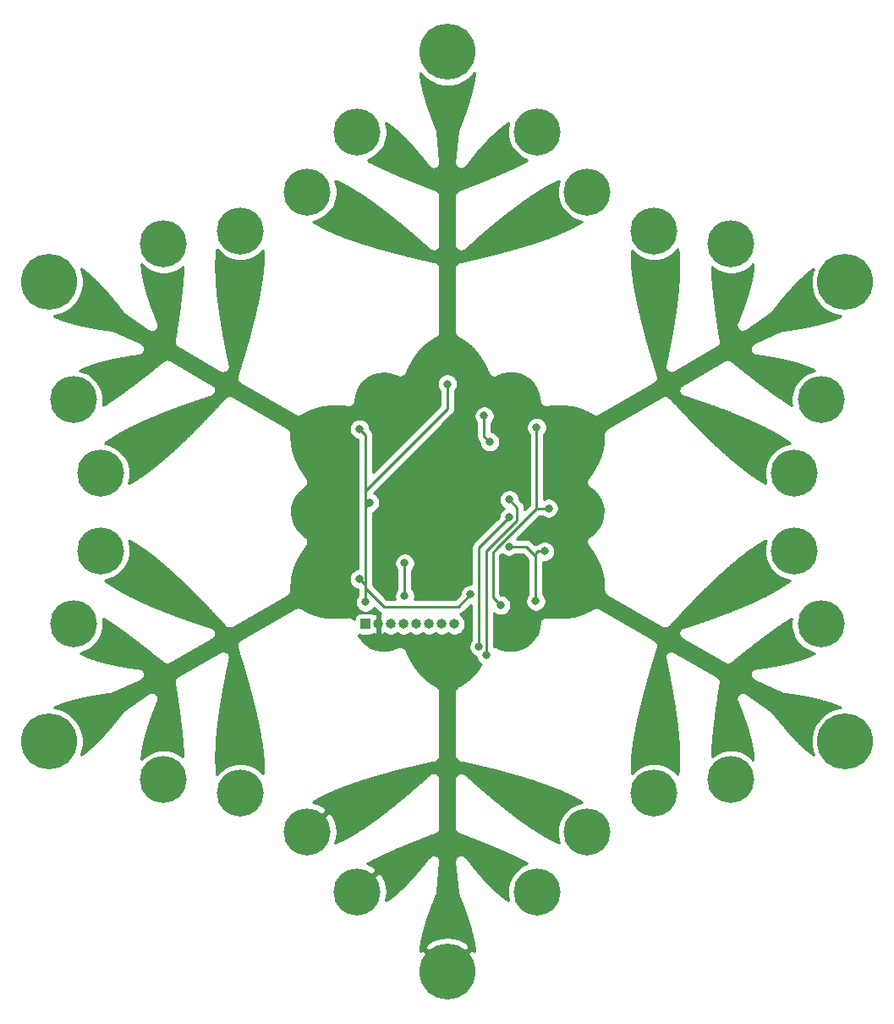
<source format=gtl>
%TF.GenerationSoftware,KiCad,Pcbnew,(5.1.6)-1*%
%TF.CreationDate,2020-12-17T15:03:57+07:00*%
%TF.ProjectId,Snowduno,536e6f77-6475-46e6-9f2e-6b696361645f,rev?*%
%TF.SameCoordinates,Original*%
%TF.FileFunction,Copper,L1,Top*%
%TF.FilePolarity,Positive*%
%FSLAX46Y46*%
G04 Gerber Fmt 4.6, Leading zero omitted, Abs format (unit mm)*
G04 Created by KiCad (PCBNEW (5.1.6)-1) date 2020-12-17 15:03:58*
%MOMM*%
%LPD*%
G01*
G04 APERTURE LIST*
%TA.AperFunction,ComponentPad*%
%ADD10O,1.000000X1.000000*%
%TD*%
%TA.AperFunction,ComponentPad*%
%ADD11R,1.000000X1.000000*%
%TD*%
%TA.AperFunction,ComponentPad*%
%ADD12C,4.700000*%
%TD*%
%TA.AperFunction,ComponentPad*%
%ADD13C,5.600000*%
%TD*%
%TA.AperFunction,ViaPad*%
%ADD14C,0.800000*%
%TD*%
%TA.AperFunction,Conductor*%
%ADD15C,0.250000*%
%TD*%
%TA.AperFunction,Conductor*%
%ADD16C,0.254000*%
%TD*%
G04 APERTURE END LIST*
D10*
%TO.P,J1,8*%
%TO.N,Net-(J1-Pad8)*%
X141650000Y-109260000D03*
%TO.P,J1,7*%
%TO.N,Net-(J1-Pad7)*%
X140380000Y-109260000D03*
%TO.P,J1,6*%
%TO.N,Net-(J1-Pad6)*%
X139110000Y-109260000D03*
%TO.P,J1,5*%
%TO.N,/DTR*%
X137840000Y-109260000D03*
%TO.P,J1,4*%
%TO.N,/RXD*%
X136570000Y-109260000D03*
%TO.P,J1,3*%
%TO.N,/TXD*%
X135300000Y-109260000D03*
%TO.P,J1,2*%
%TO.N,GND*%
X134030000Y-109260000D03*
D11*
%TO.P,J1,1*%
%TO.N,+5V*%
X132760000Y-109260000D03*
%TD*%
D12*
%TO.P,H30,1*%
%TO.N,GND*%
X126949399Y-130054704D03*
%TD*%
%TO.P,H29,1*%
%TO.N,/A5*%
X161662212Y-126179060D03*
%TD*%
%TO.P,H28,1*%
%TO.N,/A1*%
X175662212Y-94179060D03*
%TD*%
%TO.P,H27,1*%
%TO.N,/D11*%
X154949399Y-66054704D03*
%TD*%
%TO.P,H26,1*%
%TO.N,/D7*%
X120236586Y-69930348D03*
%TD*%
%TO.P,H25,1*%
%TO.N,/D3*%
X106236586Y-101930349D03*
%TD*%
%TO.P,H24,1*%
%TO.N,GND*%
X131949399Y-136054705D03*
%TD*%
%TO.P,H23,1*%
%TO.N,/A4*%
X169358365Y-124848933D03*
%TD*%
%TO.P,H22,1*%
%TO.N,/A0*%
X178358365Y-86848932D03*
%TD*%
%TO.P,H21,1*%
%TO.N,/D10*%
X149949399Y-60054703D03*
%TD*%
%TO.P,H20,1*%
%TO.N,/D6*%
X112540433Y-71260475D03*
%TD*%
%TO.P,H19,1*%
%TO.N,/D2*%
X103540433Y-109260477D03*
%TD*%
D13*
%TO.P,H18,1*%
%TO.N,GND*%
X140949399Y-144054704D03*
%TD*%
%TO.P,H17,1*%
%TO.N,+5V*%
X180786568Y-121054705D03*
%TD*%
%TO.P,H16,1*%
%TO.N,+5V*%
X180786568Y-75054704D03*
%TD*%
%TO.P,H15,1*%
%TO.N,+5V*%
X140949401Y-52054704D03*
%TD*%
%TO.P,H14,1*%
%TO.N,+5V*%
X101112229Y-75054705D03*
%TD*%
%TO.P,H13,1*%
%TO.N,+5V*%
X101112230Y-121054707D03*
%TD*%
D12*
%TO.P,H12,1*%
%TO.N,/A7*%
X149949399Y-136054705D03*
%TD*%
%TO.P,H11,1*%
%TO.N,/A3*%
X178358365Y-109260477D03*
%TD*%
%TO.P,H10,1*%
%TO.N,/D13*%
X169358365Y-71260476D03*
%TD*%
%TO.P,H9,1*%
%TO.N,/D9*%
X131949399Y-60054703D03*
%TD*%
%TO.P,H8,1*%
%TO.N,/D5*%
X103540433Y-86848932D03*
%TD*%
%TO.P,H7,1*%
%TO.N,/TXD*%
X112540433Y-124848932D03*
%TD*%
%TO.P,H6,1*%
%TO.N,/A6*%
X154949399Y-130054704D03*
%TD*%
%TO.P,H5,1*%
%TO.N,/A2*%
X175662212Y-101930349D03*
%TD*%
%TO.P,H4,1*%
%TO.N,/D12*%
X161662212Y-69930348D03*
%TD*%
%TO.P,H3,1*%
%TO.N,/D8*%
X126949399Y-66054704D03*
%TD*%
%TO.P,H2,1*%
%TO.N,/D4*%
X106236586Y-94179060D03*
%TD*%
%TO.P,H1,1*%
%TO.N,/RXD*%
X120236586Y-126179060D03*
%TD*%
D14*
%TO.N,GND*%
X148200000Y-86500000D03*
X143400000Y-83800000D03*
X148700000Y-96600000D03*
X143500000Y-98800000D03*
X138500000Y-99500000D03*
X129300000Y-93200000D03*
X155200000Y-92300000D03*
%TO.N,/RESET*%
X151100000Y-97700000D03*
X146300000Y-107400000D03*
X149900000Y-89600000D03*
%TO.N,+5V*%
X132760000Y-107080000D03*
X132140000Y-104765010D03*
X133170000Y-97140000D03*
X132180000Y-89770000D03*
X140950000Y-85250000D03*
X143260000Y-106320000D03*
X150710000Y-102000000D03*
X147112660Y-101512660D03*
X149800000Y-107000000D03*
%TO.N,/TXD*%
X136680000Y-106470000D03*
X136690000Y-103180000D03*
%TO.N,/D13*%
X145190000Y-91060000D03*
X144640000Y-88450000D03*
%TO.N,/A7*%
X147160000Y-98580000D03*
X144136301Y-111550000D03*
%TO.N,/A6*%
X147160000Y-96840000D03*
X144861311Y-112415028D03*
%TD*%
D15*
%TO.N,/RESET*%
X149900000Y-97700000D02*
X146000000Y-101600000D01*
X151100000Y-97700000D02*
X149900000Y-97700000D01*
X146000000Y-101600000D02*
X145500000Y-102100000D01*
X145500000Y-102100000D02*
X145500000Y-106600000D01*
X145500000Y-106600000D02*
X146300000Y-107400000D01*
X149900000Y-89400000D02*
X149900000Y-89600000D01*
X149900000Y-89600000D02*
X149900000Y-97700000D01*
%TO.N,+5V*%
X132760000Y-107080000D02*
X132760000Y-105385010D01*
X132760000Y-105385010D02*
X132140000Y-104765010D01*
X132760000Y-105385010D02*
X132760000Y-97550000D01*
X132760000Y-97550000D02*
X133170000Y-97140000D01*
X132760000Y-90350000D02*
X132180000Y-89770000D01*
X132760000Y-105385010D02*
X132760000Y-105690000D01*
X132760000Y-105690000D02*
X134590000Y-107520000D01*
X142060000Y-107520000D02*
X143260000Y-106320000D01*
X134590000Y-107520000D02*
X142060000Y-107520000D01*
X132760000Y-97060000D02*
X132760000Y-95940000D01*
X132760000Y-97550000D02*
X132760000Y-97060000D01*
X132760000Y-97060000D02*
X132760000Y-90350000D01*
X140950000Y-87750000D02*
X140950000Y-85250000D01*
X132760000Y-95940000D02*
X140950000Y-87750000D01*
X147678345Y-101512660D02*
X147112660Y-101512660D01*
X149800000Y-107000000D02*
X149800000Y-102500000D01*
X148812660Y-101512660D02*
X148512660Y-101512660D01*
X149800000Y-102500000D02*
X148812660Y-101512660D01*
X148512660Y-101512660D02*
X147678345Y-101512660D01*
X149800000Y-102500000D02*
X149800000Y-102200000D01*
X150000000Y-102000000D02*
X150710000Y-102000000D01*
X149800000Y-102200000D02*
X150000000Y-102000000D01*
%TO.N,/TXD*%
X136680000Y-106470000D02*
X136680000Y-103190000D01*
X136680000Y-103190000D02*
X136690000Y-103180000D01*
%TO.N,/D13*%
X145190000Y-91060000D02*
X144640000Y-90510000D01*
X144640000Y-90510000D02*
X144640000Y-88450000D01*
%TO.N,/A7*%
X147160000Y-98580000D02*
X144136301Y-101603699D01*
X144136301Y-101603699D02*
X144136301Y-111550000D01*
%TO.N,/A6*%
X147160000Y-96840000D02*
X147949991Y-97629991D01*
X147949991Y-97629991D02*
X147949991Y-98913599D01*
X144861311Y-102002279D02*
X144861311Y-112415028D01*
X147949991Y-98913599D02*
X144861311Y-102002279D01*
%TD*%
D16*
%TO.N,GND*%
G36*
X143671844Y-54204359D02*
G01*
X143666507Y-54253384D01*
X143661266Y-54299294D01*
X143653149Y-54366471D01*
X143644904Y-54430511D01*
X143636399Y-54493045D01*
X143627468Y-54555817D01*
X143621399Y-54597205D01*
X143611810Y-54660821D01*
X143601944Y-54724241D01*
X143591655Y-54788402D01*
X143581091Y-54852389D01*
X143570107Y-54917073D01*
X143558828Y-54981738D01*
X143547160Y-55046915D01*
X143535166Y-55112257D01*
X143522789Y-55178074D01*
X143511891Y-55234692D01*
X143494165Y-55312674D01*
X143494148Y-55312748D01*
X143476404Y-55390801D01*
X143460866Y-55459113D01*
X143460850Y-55459183D01*
X143447180Y-55519224D01*
X143447179Y-55519230D01*
X143435326Y-55571211D01*
X143435312Y-55571272D01*
X143420001Y-55638222D01*
X143406893Y-55695236D01*
X143395415Y-55744787D01*
X143380923Y-55806749D01*
X143369426Y-55855490D01*
X143356276Y-55910982D01*
X143356268Y-55911016D01*
X143342881Y-55967398D01*
X143320048Y-56052711D01*
X143296180Y-56141271D01*
X143273633Y-56224303D01*
X143252250Y-56302396D01*
X143232012Y-56375654D01*
X143212707Y-56444879D01*
X143194213Y-56510535D01*
X143176534Y-56572645D01*
X143159487Y-56631882D01*
X143143146Y-56688046D01*
X143127120Y-56742527D01*
X143111495Y-56795064D01*
X143096099Y-56846297D01*
X143080763Y-56896837D01*
X143065578Y-56946436D01*
X143050275Y-56996041D01*
X143034633Y-57046399D01*
X143019000Y-57096410D01*
X143003319Y-57146258D01*
X142987428Y-57196457D01*
X142971298Y-57247100D01*
X142955151Y-57297487D01*
X142938797Y-57348208D01*
X142922656Y-57397974D01*
X142922643Y-57398014D01*
X142905856Y-57449466D01*
X142889271Y-57500005D01*
X142872359Y-57551243D01*
X142855480Y-57602091D01*
X142838406Y-57653235D01*
X142821095Y-57704804D01*
X142803750Y-57756186D01*
X142788222Y-57801939D01*
X142771636Y-57847848D01*
X142771619Y-57847894D01*
X142753984Y-57896707D01*
X142721941Y-57985394D01*
X142693873Y-58063061D01*
X142693873Y-58063062D01*
X142669279Y-58131090D01*
X142647653Y-58190870D01*
X142628777Y-58243000D01*
X142628768Y-58243025D01*
X142603953Y-58311444D01*
X142582762Y-58369706D01*
X142582760Y-58369712D01*
X142563013Y-58423821D01*
X142563000Y-58423857D01*
X142543062Y-58478298D01*
X142543060Y-58478304D01*
X142522018Y-58535607D01*
X142521966Y-58535746D01*
X142497589Y-58602029D01*
X142497585Y-58602039D01*
X142480846Y-58647530D01*
X142461987Y-58696157D01*
X142441666Y-58748474D01*
X142421936Y-58799186D01*
X142421935Y-58799187D01*
X142402784Y-58848323D01*
X142402774Y-58848348D01*
X142384155Y-58896031D01*
X142365952Y-58942561D01*
X142331425Y-59030547D01*
X142298565Y-59113925D01*
X142267316Y-59192847D01*
X142237738Y-59267174D01*
X142209584Y-59337559D01*
X142182736Y-59404309D01*
X142156635Y-59468839D01*
X142131559Y-59530486D01*
X142107056Y-59590389D01*
X142083140Y-59648537D01*
X142059560Y-59705575D01*
X142037092Y-59759671D01*
X142036238Y-59760955D01*
X141986757Y-59881179D01*
X141967964Y-59976783D01*
X141670780Y-63065558D01*
X141671000Y-63162990D01*
X141696652Y-63290443D01*
X141746674Y-63410442D01*
X141819147Y-63518377D01*
X141911284Y-63610100D01*
X142019545Y-63682084D01*
X142139768Y-63731565D01*
X142267336Y-63756641D01*
X142397344Y-63756348D01*
X142524797Y-63730696D01*
X142644796Y-63680674D01*
X142752731Y-63608201D01*
X142844454Y-63516064D01*
X142868861Y-63479357D01*
X142888937Y-63452955D01*
X142920874Y-63411074D01*
X142953974Y-63367806D01*
X142987566Y-63324044D01*
X143021876Y-63279510D01*
X143057731Y-63233143D01*
X143094918Y-63185232D01*
X143133840Y-63135271D01*
X143175068Y-63082537D01*
X143218524Y-63027143D01*
X143264074Y-62969265D01*
X143313121Y-62907127D01*
X143365240Y-62841284D01*
X143365240Y-62841283D01*
X143420100Y-62772154D01*
X143478738Y-62698432D01*
X143538410Y-62623570D01*
X143579328Y-62573886D01*
X143579389Y-62573813D01*
X143617030Y-62528132D01*
X143650561Y-62487488D01*
X143682601Y-62448719D01*
X143716198Y-62408151D01*
X143753077Y-62363708D01*
X143796085Y-62311954D01*
X143796131Y-62311900D01*
X143829886Y-62271315D01*
X143829887Y-62271314D01*
X143868217Y-62225249D01*
X143868219Y-62225246D01*
X143912011Y-62172633D01*
X143912012Y-62172632D01*
X143962018Y-62112563D01*
X144018982Y-62044143D01*
X144046544Y-62011038D01*
X144090574Y-61960032D01*
X144137762Y-61905617D01*
X144185012Y-61851374D01*
X144232363Y-61797265D01*
X144279658Y-61743469D01*
X144326667Y-61690246D01*
X144373798Y-61637134D01*
X144420905Y-61584299D01*
X144467999Y-61531730D01*
X144515197Y-61479299D01*
X144546331Y-61444854D01*
X144593386Y-61393015D01*
X144640717Y-61341194D01*
X144690062Y-61287550D01*
X144723927Y-61250971D01*
X144759256Y-61213011D01*
X144795925Y-61173813D01*
X144834827Y-61132442D01*
X144875814Y-61089066D01*
X144918791Y-61043800D01*
X144964898Y-60995448D01*
X145014070Y-60944096D01*
X145065942Y-60890127D01*
X145121594Y-60832430D01*
X145180307Y-60771751D01*
X145180353Y-60771705D01*
X145206145Y-60745109D01*
X145243957Y-60707955D01*
X145243959Y-60707952D01*
X145280382Y-60672193D01*
X145323775Y-60629681D01*
X145365557Y-60588909D01*
X145412339Y-60543444D01*
X145454717Y-60502372D01*
X145454718Y-60502371D01*
X145505595Y-60453132D01*
X145545574Y-60414471D01*
X145545576Y-60414469D01*
X145591258Y-60370307D01*
X145591299Y-60370268D01*
X145643575Y-60319742D01*
X145643576Y-60319741D01*
X145696264Y-60268821D01*
X145735785Y-60232735D01*
X145781254Y-60191519D01*
X145826449Y-60150850D01*
X145871935Y-60110224D01*
X145916950Y-60070318D01*
X145962251Y-60030464D01*
X146007348Y-59991092D01*
X146052576Y-59951914D01*
X146097682Y-59913149D01*
X146142762Y-59874715D01*
X146172289Y-59849710D01*
X146217110Y-59812022D01*
X146262159Y-59774534D01*
X146308464Y-59736461D01*
X146357132Y-59696964D01*
X146408719Y-59655654D01*
X146464956Y-59611208D01*
X146504691Y-59580128D01*
X146547429Y-59546964D01*
X146592852Y-59511977D01*
X146640958Y-59475176D01*
X146692631Y-59435900D01*
X146747772Y-59394230D01*
X146796419Y-59357665D01*
X146827607Y-59336169D01*
X146827609Y-59336168D01*
X146873843Y-59304360D01*
X146913971Y-59276891D01*
X146954400Y-59249421D01*
X147001819Y-59217429D01*
X147045023Y-59188408D01*
X147089689Y-59158472D01*
X147079111Y-59184011D01*
X146964399Y-59760706D01*
X146964399Y-60348700D01*
X147079111Y-60925395D01*
X147304126Y-61468631D01*
X147630798Y-61957529D01*
X148046573Y-62373304D01*
X148535471Y-62699976D01*
X148933178Y-62864711D01*
X148885111Y-62889734D01*
X148885106Y-62889737D01*
X148827547Y-62919698D01*
X148777016Y-62945995D01*
X148712976Y-62979307D01*
X148660126Y-63006772D01*
X148660124Y-63006773D01*
X148601141Y-63037366D01*
X148550743Y-63063426D01*
X148499810Y-63089678D01*
X148499807Y-63089680D01*
X148442635Y-63119084D01*
X148442631Y-63119086D01*
X148395078Y-63143523D01*
X148360659Y-63160556D01*
X148360657Y-63160557D01*
X148286070Y-63197406D01*
X148286067Y-63197407D01*
X148215444Y-63232210D01*
X148149339Y-63264699D01*
X148087103Y-63295195D01*
X148027325Y-63324394D01*
X147971646Y-63351497D01*
X147918658Y-63377197D01*
X147867683Y-63401826D01*
X147819505Y-63425011D01*
X147772653Y-63447468D01*
X147727660Y-63468946D01*
X147661824Y-63500222D01*
X147597546Y-63530590D01*
X147534160Y-63560394D01*
X147491728Y-63580280D01*
X147427852Y-63610125D01*
X147363905Y-63639893D01*
X147298868Y-63670060D01*
X147233842Y-63700113D01*
X147168192Y-63730346D01*
X147102636Y-63760429D01*
X147036312Y-63790759D01*
X146969588Y-63821167D01*
X146903347Y-63851253D01*
X146838715Y-63880508D01*
X146796144Y-63899272D01*
X146796095Y-63899293D01*
X146713239Y-63935814D01*
X146713231Y-63935817D01*
X146640446Y-63967896D01*
X146640444Y-63967897D01*
X146576748Y-63995968D01*
X146576724Y-63995978D01*
X146520912Y-64020568D01*
X146520889Y-64020578D01*
X146471935Y-64042139D01*
X146471876Y-64042165D01*
X146408699Y-64069975D01*
X146408697Y-64069976D01*
X146354608Y-64093759D01*
X146305506Y-64115320D01*
X146305504Y-64115321D01*
X146258305Y-64136014D01*
X146258301Y-64136016D01*
X146209085Y-64157567D01*
X146209049Y-64157582D01*
X146153421Y-64181920D01*
X146153418Y-64181922D01*
X146090727Y-64209341D01*
X146044882Y-64228935D01*
X146044877Y-64228938D01*
X145998333Y-64248818D01*
X145998293Y-64248835D01*
X145908474Y-64287158D01*
X145908471Y-64287160D01*
X145824615Y-64322882D01*
X145824583Y-64322895D01*
X145745175Y-64356663D01*
X145669935Y-64388599D01*
X145599008Y-64418643D01*
X145532272Y-64446850D01*
X145532267Y-64446852D01*
X145468169Y-64473882D01*
X145407602Y-64499359D01*
X145407562Y-64499376D01*
X145348669Y-64524089D01*
X145348667Y-64524090D01*
X145292746Y-64547498D01*
X145238061Y-64570330D01*
X145185538Y-64592207D01*
X145185530Y-64592210D01*
X145133438Y-64613857D01*
X145133437Y-64613857D01*
X145081532Y-64635381D01*
X145030652Y-64656442D01*
X145030642Y-64656446D01*
X144979269Y-64677675D01*
X144927443Y-64699058D01*
X144927440Y-64699060D01*
X144876216Y-64720161D01*
X144876162Y-64720183D01*
X144824433Y-64741460D01*
X144772245Y-64762892D01*
X144772241Y-64762894D01*
X144720622Y-64784060D01*
X144720591Y-64784073D01*
X144668163Y-64805538D01*
X144615932Y-64826891D01*
X144615930Y-64826892D01*
X144563934Y-64848116D01*
X144563911Y-64848125D01*
X144511124Y-64869640D01*
X144511120Y-64869642D01*
X144458909Y-64890890D01*
X144458858Y-64890910D01*
X144405834Y-64912457D01*
X144405831Y-64912459D01*
X144353324Y-64933764D01*
X144300394Y-64955209D01*
X144300367Y-64955220D01*
X144246988Y-64976816D01*
X144246984Y-64976818D01*
X144195586Y-64997582D01*
X144144245Y-65017964D01*
X144144239Y-65017967D01*
X144144234Y-65017969D01*
X144094277Y-65037804D01*
X144003564Y-65073819D01*
X144003533Y-65073831D01*
X143923945Y-65105427D01*
X143854241Y-65133096D01*
X143854228Y-65133101D01*
X143793167Y-65157336D01*
X143793097Y-65157363D01*
X143739191Y-65178752D01*
X143739189Y-65178753D01*
X143669425Y-65206420D01*
X143608757Y-65230461D01*
X143608711Y-65230479D01*
X143552751Y-65252632D01*
X143497147Y-65274622D01*
X143437543Y-65298175D01*
X143437512Y-65298187D01*
X143369505Y-65325049D01*
X143369500Y-65325051D01*
X143319019Y-65344987D01*
X143264987Y-65365988D01*
X143264917Y-65366015D01*
X143210863Y-65387016D01*
X143210844Y-65387023D01*
X143158273Y-65407436D01*
X143158264Y-65407441D01*
X143107380Y-65427187D01*
X143107372Y-65427191D01*
X143058009Y-65446336D01*
X143058006Y-65446338D01*
X143010102Y-65464906D01*
X143010099Y-65464908D01*
X142918689Y-65500307D01*
X142918649Y-65500322D01*
X142832257Y-65533733D01*
X142832210Y-65533751D01*
X142750180Y-65565427D01*
X142750177Y-65565428D01*
X142673110Y-65595141D01*
X142599216Y-65623582D01*
X142529504Y-65650366D01*
X142529469Y-65650379D01*
X142462328Y-65676128D01*
X142397749Y-65700849D01*
X142397714Y-65700862D01*
X142335284Y-65724716D01*
X142335191Y-65724751D01*
X142273935Y-65748113D01*
X142273930Y-65748116D01*
X142214562Y-65770720D01*
X142155658Y-65793111D01*
X142155559Y-65793148D01*
X142117682Y-65807528D01*
X142077058Y-65819851D01*
X141962401Y-65881136D01*
X141861903Y-65963613D01*
X141779426Y-66064112D01*
X141718141Y-66178769D01*
X141680401Y-66303179D01*
X141670851Y-66400143D01*
X141670852Y-71370956D01*
X141680402Y-71467920D01*
X141718142Y-71592330D01*
X141779427Y-71706987D01*
X141861904Y-71807485D01*
X141962402Y-71889962D01*
X142077059Y-71951247D01*
X142201469Y-71988987D01*
X142330851Y-72001730D01*
X142460234Y-71988987D01*
X142584644Y-71951247D01*
X142699301Y-71889962D01*
X142799799Y-71807485D01*
X142809826Y-71795267D01*
X142835586Y-71771992D01*
X142897439Y-71716193D01*
X142960696Y-71659229D01*
X143025418Y-71601059D01*
X143025418Y-71601058D01*
X143091258Y-71542003D01*
X143159800Y-71480653D01*
X143231149Y-71416924D01*
X143306005Y-71350201D01*
X143344531Y-71315912D01*
X143383922Y-71280888D01*
X143424587Y-71244767D01*
X143424639Y-71244721D01*
X143466675Y-71207415D01*
X143466676Y-71207414D01*
X143509651Y-71169310D01*
X143509652Y-71169309D01*
X143553661Y-71130323D01*
X143599184Y-71090029D01*
X143646233Y-71048419D01*
X143646234Y-71048418D01*
X143694508Y-71005757D01*
X143744245Y-70961837D01*
X143744248Y-70961833D01*
X143795521Y-70916590D01*
X143795523Y-70916588D01*
X143848377Y-70869981D01*
X143902893Y-70821939D01*
X143959103Y-70772436D01*
X143959106Y-70772433D01*
X144017087Y-70721401D01*
X144017090Y-70721398D01*
X144074667Y-70670751D01*
X144128821Y-70623975D01*
X144128899Y-70623909D01*
X144179220Y-70580449D01*
X144179268Y-70580408D01*
X144224828Y-70541070D01*
X144224883Y-70541023D01*
X144267318Y-70504401D01*
X144267323Y-70504396D01*
X144307712Y-70469561D01*
X144307713Y-70469560D01*
X144347574Y-70435206D01*
X144347578Y-70435202D01*
X144388175Y-70400242D01*
X144431301Y-70363132D01*
X144478260Y-70322751D01*
X144530229Y-70278089D01*
X144530231Y-70278087D01*
X144588778Y-70227792D01*
X144655267Y-70170693D01*
X144731125Y-70105561D01*
X144731127Y-70105559D01*
X144772990Y-70069619D01*
X144772993Y-70069616D01*
X144817730Y-70031210D01*
X144865506Y-69990197D01*
X144916492Y-69946430D01*
X144970865Y-69899757D01*
X144970869Y-69899753D01*
X145026307Y-69852166D01*
X145082688Y-69804740D01*
X145141097Y-69755693D01*
X145141098Y-69755692D01*
X145199432Y-69706794D01*
X145199435Y-69706791D01*
X145257259Y-69658405D01*
X145315512Y-69609744D01*
X145373493Y-69561395D01*
X145373550Y-69561348D01*
X145432028Y-69512671D01*
X145432029Y-69512670D01*
X145489986Y-69464515D01*
X145489987Y-69464514D01*
X145547546Y-69416773D01*
X145605679Y-69368645D01*
X145662960Y-69321307D01*
X145721075Y-69273368D01*
X145721079Y-69273364D01*
X145778190Y-69226340D01*
X145836158Y-69178699D01*
X145893302Y-69131822D01*
X145950935Y-69084635D01*
X145950939Y-69084631D01*
X146008281Y-69037771D01*
X146008282Y-69037770D01*
X146065891Y-68990798D01*
X146124037Y-68943509D01*
X146183597Y-68895204D01*
X146244700Y-68845792D01*
X146307895Y-68794843D01*
X146373462Y-68742144D01*
X146442732Y-68686636D01*
X146514720Y-68629120D01*
X146591067Y-68568293D01*
X146591068Y-68568292D01*
X146630555Y-68536896D01*
X146630559Y-68536892D01*
X146670999Y-68504778D01*
X146671038Y-68504748D01*
X146713344Y-68471195D01*
X146756586Y-68436941D01*
X146756588Y-68436939D01*
X146801128Y-68401699D01*
X146801129Y-68401698D01*
X146846858Y-68365557D01*
X146894349Y-68328063D01*
X146943140Y-68289581D01*
X146993442Y-68249947D01*
X147045318Y-68209112D01*
X147045322Y-68209108D01*
X147098840Y-68167018D01*
X147098844Y-68167014D01*
X147150436Y-68126473D01*
X147198891Y-68089467D01*
X147245077Y-68054202D01*
X147245176Y-68054127D01*
X147287282Y-68021989D01*
X147344908Y-67978048D01*
X147344909Y-67978048D01*
X147399859Y-67936214D01*
X147456283Y-67893341D01*
X147497350Y-67862183D01*
X147497398Y-67862147D01*
X147542824Y-67827715D01*
X147593399Y-67789412D01*
X147593402Y-67789409D01*
X147650674Y-67746060D01*
X147650677Y-67746057D01*
X147715920Y-67696695D01*
X147790434Y-67640333D01*
X147790435Y-67640332D01*
X147831555Y-67609233D01*
X147875437Y-67576046D01*
X147875472Y-67576020D01*
X147922367Y-67540557D01*
X147922373Y-67540551D01*
X147972367Y-67502747D01*
X147972369Y-67502745D01*
X148021433Y-67465644D01*
X148071142Y-67429283D01*
X148124231Y-67390565D01*
X148176539Y-67352527D01*
X148229906Y-67313834D01*
X148282391Y-67275893D01*
X148335128Y-67237886D01*
X148387654Y-67200144D01*
X148440609Y-67162212D01*
X148492680Y-67125028D01*
X148545372Y-67087519D01*
X148597496Y-67050529D01*
X148649705Y-67013596D01*
X148701778Y-66976879D01*
X148753301Y-66940665D01*
X148805537Y-66904070D01*
X148856957Y-66868166D01*
X148908552Y-66832261D01*
X148960620Y-66796171D01*
X149012818Y-66760153D01*
X149066093Y-66723573D01*
X149120969Y-66686091D01*
X149177645Y-66647589D01*
X149236645Y-66607729D01*
X149297786Y-66566646D01*
X149362483Y-66523405D01*
X149430568Y-66478132D01*
X149502677Y-66430418D01*
X149579018Y-66380134D01*
X149660485Y-66326703D01*
X149702412Y-66299286D01*
X149745896Y-66270906D01*
X149791410Y-66241254D01*
X149791411Y-66241253D01*
X149837526Y-66211262D01*
X149885878Y-66179868D01*
X149885880Y-66179867D01*
X149928662Y-66152133D01*
X149968434Y-66127696D01*
X149968435Y-66127695D01*
X150029066Y-66090461D01*
X150029068Y-66090460D01*
X150081810Y-66058122D01*
X150131116Y-66027976D01*
X150179777Y-65998329D01*
X150233939Y-65965446D01*
X150295443Y-65928215D01*
X150343178Y-65899367D01*
X150343234Y-65899334D01*
X150397881Y-65866342D01*
X150397886Y-65866338D01*
X150460032Y-65828841D01*
X150531021Y-65786029D01*
X150531026Y-65786025D01*
X150612037Y-65737177D01*
X150612038Y-65737177D01*
X150656638Y-65710286D01*
X150656640Y-65710285D01*
X150696160Y-65686458D01*
X150734917Y-65664565D01*
X150781719Y-65638279D01*
X150827371Y-65612787D01*
X150873276Y-65587299D01*
X150919479Y-65561799D01*
X150965197Y-65536716D01*
X151010863Y-65511811D01*
X151056591Y-65487024D01*
X151102095Y-65462511D01*
X151147104Y-65438412D01*
X151192674Y-65414167D01*
X151237476Y-65390481D01*
X151282640Y-65366757D01*
X151327604Y-65343290D01*
X151372037Y-65320253D01*
X151416759Y-65297219D01*
X151460952Y-65274615D01*
X151505462Y-65252028D01*
X151550217Y-65229524D01*
X151595801Y-65206831D01*
X151642150Y-65184000D01*
X151690430Y-65160481D01*
X151740324Y-65136448D01*
X151792716Y-65111495D01*
X151847881Y-65085509D01*
X151906099Y-65058376D01*
X151967758Y-65029931D01*
X152032927Y-65000156D01*
X152102526Y-64968641D01*
X152176777Y-64935300D01*
X152183342Y-64932375D01*
X152079111Y-65184012D01*
X151964399Y-65760707D01*
X151964399Y-66348701D01*
X152079111Y-66925396D01*
X152304126Y-67468632D01*
X152630798Y-67957530D01*
X153046573Y-68373305D01*
X153535471Y-68699977D01*
X154078707Y-68924992D01*
X154412059Y-68991300D01*
X154373192Y-69014739D01*
X154299753Y-69058704D01*
X154231076Y-69099491D01*
X154165623Y-69138029D01*
X154103894Y-69174036D01*
X154045223Y-69207920D01*
X153989515Y-69239754D01*
X153936076Y-69269957D01*
X153884784Y-69298618D01*
X153835310Y-69325949D01*
X153786952Y-69352358D01*
X153739535Y-69377969D01*
X153692748Y-69402974D01*
X153645997Y-69427721D01*
X153598858Y-69452461D01*
X153551681Y-69477035D01*
X153503815Y-69501790D01*
X153455892Y-69526397D01*
X153407570Y-69551033D01*
X153359008Y-69575615D01*
X153309970Y-69600264D01*
X153261004Y-69624703D01*
X153211299Y-69649339D01*
X153161501Y-69673847D01*
X153111852Y-69698115D01*
X153061121Y-69722741D01*
X153010355Y-69747215D01*
X152959560Y-69771535D01*
X152908380Y-69795874D01*
X152856781Y-69820246D01*
X152813141Y-69840720D01*
X152767122Y-69860652D01*
X152767117Y-69860655D01*
X152715445Y-69883035D01*
X152667024Y-69904005D01*
X152667011Y-69904011D01*
X152579138Y-69942062D01*
X152579135Y-69942063D01*
X152502163Y-69975380D01*
X152434799Y-70004520D01*
X152434784Y-70004526D01*
X152375404Y-70030187D01*
X152323228Y-70052701D01*
X152255002Y-70082068D01*
X152194711Y-70107914D01*
X152138298Y-70131985D01*
X152079894Y-70156798D01*
X152015355Y-70184133D01*
X152015350Y-70184136D01*
X151967074Y-70204552D01*
X151967072Y-70204553D01*
X151920300Y-70224326D01*
X151867821Y-70244976D01*
X151810331Y-70267550D01*
X151810288Y-70267566D01*
X151753546Y-70289794D01*
X151753544Y-70289795D01*
X151699456Y-70310933D01*
X151646499Y-70331578D01*
X151646490Y-70331581D01*
X151594573Y-70351766D01*
X151544536Y-70371167D01*
X151496631Y-70389688D01*
X151403434Y-70425558D01*
X151315389Y-70459226D01*
X151231996Y-70490897D01*
X151152210Y-70520977D01*
X151076483Y-70549309D01*
X151003615Y-70576357D01*
X150933696Y-70602104D01*
X150865343Y-70627076D01*
X150798448Y-70651325D01*
X150732852Y-70674931D01*
X150668057Y-70698092D01*
X150603082Y-70721181D01*
X150537416Y-70744395D01*
X150472329Y-70767289D01*
X150406642Y-70790281D01*
X150340462Y-70813331D01*
X150274190Y-70836300D01*
X150207892Y-70859166D01*
X150140594Y-70882264D01*
X150074374Y-70904883D01*
X150006604Y-70927920D01*
X149939061Y-70950769D01*
X149871624Y-70973475D01*
X149803625Y-70996260D01*
X149735680Y-71018920D01*
X149667445Y-71041570D01*
X149598759Y-71064263D01*
X149598750Y-71064266D01*
X149533903Y-71085592D01*
X149468644Y-71105910D01*
X149468603Y-71105922D01*
X149402585Y-71126476D01*
X149340699Y-71145743D01*
X149282747Y-71163784D01*
X149282690Y-71163801D01*
X149228419Y-71180696D01*
X149228397Y-71180703D01*
X149177535Y-71196532D01*
X149177531Y-71196534D01*
X149085508Y-71225167D01*
X149085506Y-71225168D01*
X149004644Y-71250314D01*
X149004641Y-71250315D01*
X148933776Y-71272335D01*
X148933738Y-71272346D01*
X148870668Y-71291920D01*
X148870656Y-71291924D01*
X148813485Y-71309640D01*
X148813482Y-71309641D01*
X148761524Y-71325713D01*
X148761498Y-71325721D01*
X148711582Y-71341128D01*
X148711580Y-71341129D01*
X148663541Y-71355925D01*
X148663460Y-71355949D01*
X148613970Y-71371162D01*
X148613964Y-71371165D01*
X148562750Y-71386881D01*
X148562642Y-71386913D01*
X148506957Y-71403982D01*
X148506870Y-71404008D01*
X148445298Y-71422867D01*
X148445265Y-71422877D01*
X148380455Y-71442722D01*
X148309909Y-71463273D01*
X148309906Y-71463274D01*
X148237833Y-71484239D01*
X148237791Y-71484251D01*
X148167492Y-71504668D01*
X148099503Y-71524381D01*
X148099485Y-71524386D01*
X148033409Y-71543510D01*
X148033391Y-71543515D01*
X147968922Y-71562140D01*
X147968920Y-71562141D01*
X147906978Y-71580002D01*
X147846538Y-71597394D01*
X147846503Y-71597404D01*
X147787390Y-71614379D01*
X147787387Y-71614380D01*
X147730680Y-71630629D01*
X147730648Y-71630638D01*
X147675146Y-71646507D01*
X147620728Y-71662028D01*
X147620725Y-71662029D01*
X147568603Y-71676860D01*
X147568544Y-71676876D01*
X147516890Y-71691537D01*
X147516888Y-71691538D01*
X147467417Y-71705543D01*
X147467381Y-71705553D01*
X147418289Y-71719414D01*
X147324464Y-71745800D01*
X147233892Y-71771128D01*
X147147076Y-71795269D01*
X147062856Y-71818557D01*
X146981108Y-71841038D01*
X146900226Y-71863165D01*
X146820338Y-71884916D01*
X146820336Y-71884917D01*
X146741631Y-71906255D01*
X146662102Y-71927736D01*
X146581817Y-71949345D01*
X146501974Y-71970760D01*
X146421868Y-71992167D01*
X146342069Y-72013418D01*
X146342053Y-72013422D01*
X146261162Y-72034888D01*
X146180911Y-72056110D01*
X146180851Y-72056125D01*
X146099967Y-72077439D01*
X146099959Y-72077441D01*
X146018512Y-72098828D01*
X145937042Y-72120147D01*
X145856128Y-72141247D01*
X145856106Y-72141253D01*
X145774188Y-72162541D01*
X145692031Y-72183819D01*
X145692027Y-72183820D01*
X145610575Y-72204842D01*
X145610510Y-72204858D01*
X145527734Y-72226149D01*
X145448400Y-72246486D01*
X145368884Y-72266047D01*
X145368882Y-72266048D01*
X145368881Y-72266048D01*
X145291411Y-72285107D01*
X145291338Y-72285124D01*
X145218618Y-72303012D01*
X145218616Y-72303013D01*
X145150465Y-72319777D01*
X145150458Y-72319779D01*
X145086647Y-72335475D01*
X145086643Y-72335476D01*
X145026926Y-72350163D01*
X145026922Y-72350164D01*
X144971100Y-72363892D01*
X144971049Y-72363904D01*
X144918778Y-72376756D01*
X144918751Y-72376762D01*
X144823875Y-72400081D01*
X144740201Y-72420634D01*
X144740195Y-72420636D01*
X144666211Y-72438792D01*
X144666114Y-72438815D01*
X144599252Y-72455205D01*
X144599241Y-72455208D01*
X144537427Y-72470338D01*
X144537425Y-72470339D01*
X144479380Y-72484524D01*
X144422121Y-72498493D01*
X144422117Y-72498494D01*
X144364609Y-72512504D01*
X144364544Y-72512519D01*
X144303825Y-72527291D01*
X144303817Y-72527294D01*
X144238585Y-72543150D01*
X144238579Y-72543151D01*
X144166455Y-72560673D01*
X144166420Y-72560681D01*
X144088300Y-72579655D01*
X144004287Y-72599284D01*
X144004286Y-72599284D01*
X143920447Y-72618849D01*
X143920439Y-72618851D01*
X143838977Y-72637837D01*
X143838944Y-72637844D01*
X143759690Y-72656290D01*
X143759687Y-72656291D01*
X143683185Y-72674070D01*
X143683187Y-72674070D01*
X143608540Y-72691394D01*
X143608537Y-72691395D01*
X143536562Y-72708072D01*
X143536530Y-72708079D01*
X143466393Y-72724303D01*
X143466380Y-72724306D01*
X143398003Y-72740097D01*
X143331802Y-72755358D01*
X143331801Y-72755358D01*
X143267436Y-72770169D01*
X143267431Y-72770171D01*
X143205171Y-72784470D01*
X143205120Y-72784481D01*
X143143909Y-72798510D01*
X143084864Y-72812017D01*
X143084846Y-72812021D01*
X143026706Y-72825292D01*
X142970284Y-72838142D01*
X142915524Y-72850587D01*
X142915489Y-72850595D01*
X142861314Y-72862879D01*
X142861308Y-72862881D01*
X142808993Y-72874716D01*
X142808928Y-72874730D01*
X142756971Y-72886457D01*
X142756969Y-72886458D01*
X142706692Y-72897778D01*
X142706638Y-72897790D01*
X142656557Y-72909041D01*
X142656555Y-72909042D01*
X142559861Y-72930688D01*
X142559850Y-72930690D01*
X142464585Y-72951919D01*
X142464583Y-72951920D01*
X142371781Y-72972510D01*
X142371777Y-72972511D01*
X142280613Y-72992657D01*
X142280609Y-72992658D01*
X142227171Y-73004426D01*
X142201468Y-73006957D01*
X142077058Y-73044697D01*
X141962401Y-73105982D01*
X141861903Y-73188459D01*
X141779426Y-73288958D01*
X141718141Y-73403615D01*
X141680401Y-73528025D01*
X141670851Y-73624989D01*
X141670852Y-80081690D01*
X141680402Y-80178654D01*
X141718142Y-80303064D01*
X141779427Y-80417721D01*
X141861904Y-80518219D01*
X141962402Y-80600696D01*
X142017375Y-80630079D01*
X142062988Y-80654902D01*
X142108657Y-80680117D01*
X142154039Y-80705537D01*
X142199259Y-80731231D01*
X142244974Y-80757579D01*
X142252521Y-80761970D01*
X142288488Y-80784165D01*
X142288507Y-80784177D01*
X142334588Y-80812623D01*
X142376916Y-80838784D01*
X142418233Y-80864426D01*
X142460271Y-80890738D01*
X142486523Y-80907239D01*
X142522596Y-80931285D01*
X142573308Y-80965338D01*
X142617433Y-80995261D01*
X142655566Y-81021425D01*
X142697561Y-81050668D01*
X142734409Y-81076787D01*
X142776910Y-81107474D01*
X142782162Y-81111304D01*
X142824324Y-81142309D01*
X142865405Y-81172948D01*
X142906473Y-81204015D01*
X142947258Y-81235305D01*
X142988363Y-81267290D01*
X142994140Y-81271829D01*
X143025751Y-81298209D01*
X143067081Y-81332713D01*
X143067091Y-81332721D01*
X143105546Y-81364864D01*
X143142601Y-81395974D01*
X143180498Y-81428069D01*
X143203107Y-81447303D01*
X143234573Y-81475777D01*
X143279845Y-81517064D01*
X143318914Y-81553070D01*
X143352731Y-81584626D01*
X143389817Y-81619784D01*
X143422143Y-81651015D01*
X143459545Y-81687869D01*
X143464053Y-81692358D01*
X143501264Y-81729751D01*
X143537580Y-81766798D01*
X143573632Y-81804139D01*
X143609456Y-81841809D01*
X143645500Y-81880288D01*
X143650350Y-81885518D01*
X143677826Y-81917092D01*
X143714100Y-81958789D01*
X143747439Y-81997163D01*
X143780392Y-82035265D01*
X143813456Y-82073841D01*
X143833461Y-82097288D01*
X143861157Y-82131878D01*
X143891107Y-82169526D01*
X143926704Y-82214666D01*
X143957382Y-82254026D01*
X143990882Y-82297660D01*
X144020085Y-82336398D01*
X144047288Y-82373138D01*
X144062587Y-82394060D01*
X144094947Y-82438807D01*
X144126718Y-82483371D01*
X144158336Y-82528356D01*
X144189690Y-82573606D01*
X144221343Y-82619934D01*
X144226918Y-82628171D01*
X144251877Y-82667193D01*
X144251881Y-82667200D01*
X144283188Y-82716160D01*
X144312054Y-82761355D01*
X144340630Y-82806273D01*
X144369360Y-82851794D01*
X144388164Y-82881709D01*
X144413251Y-82923903D01*
X144439452Y-82968214D01*
X144470816Y-83021659D01*
X144497926Y-83068326D01*
X144521673Y-83109674D01*
X144548292Y-83156681D01*
X144572669Y-83200408D01*
X144591244Y-83234148D01*
X144614742Y-83277249D01*
X144638207Y-83320736D01*
X144661354Y-83364075D01*
X144684601Y-83408051D01*
X144707485Y-83451785D01*
X144730608Y-83496426D01*
X144736797Y-83508460D01*
X144759418Y-83554684D01*
X144786440Y-83609915D01*
X144811367Y-83660916D01*
X144833133Y-83705588D01*
X144854701Y-83750128D01*
X144876694Y-83795749D01*
X144876719Y-83795801D01*
X144878467Y-83799430D01*
X144901285Y-83849211D01*
X144924009Y-83899039D01*
X144944669Y-83944612D01*
X144969131Y-83998998D01*
X144990718Y-84047496D01*
X145009931Y-84091156D01*
X145031938Y-84141845D01*
X145052658Y-84190241D01*
X145056781Y-84199940D01*
X145085334Y-84252245D01*
X145113196Y-84305087D01*
X145116211Y-84308810D01*
X145118499Y-84313001D01*
X145156660Y-84358756D01*
X145194263Y-84405187D01*
X145197942Y-84408252D01*
X145201002Y-84411921D01*
X145247309Y-84449380D01*
X145293228Y-84487637D01*
X145297437Y-84489932D01*
X145301146Y-84492932D01*
X145353810Y-84520665D01*
X145406322Y-84549293D01*
X145410896Y-84550726D01*
X145415119Y-84552950D01*
X145472185Y-84569930D01*
X145529239Y-84587807D01*
X145534004Y-84588325D01*
X145538580Y-84589686D01*
X145597858Y-84595259D01*
X145657295Y-84601714D01*
X145662070Y-84601296D01*
X145666824Y-84601743D01*
X145726045Y-84595697D01*
X145785614Y-84590483D01*
X145790220Y-84589145D01*
X145794967Y-84588660D01*
X145851855Y-84571236D01*
X145909308Y-84554542D01*
X145917840Y-84551060D01*
X146488717Y-84313403D01*
X147031437Y-84203952D01*
X147585092Y-84202000D01*
X148128571Y-84307622D01*
X148641196Y-84516799D01*
X149103423Y-84821559D01*
X149497650Y-85210293D01*
X149808865Y-85668198D01*
X150025211Y-86177828D01*
X150142482Y-86739074D01*
X150158104Y-86962478D01*
X150160582Y-86977131D01*
X150160835Y-86991992D01*
X150171307Y-87040536D01*
X150179586Y-87089484D01*
X150184862Y-87103373D01*
X150187997Y-87117906D01*
X150207700Y-87163495D01*
X150225327Y-87209897D01*
X150233202Y-87222500D01*
X150239099Y-87236144D01*
X150267272Y-87277024D01*
X150293585Y-87319134D01*
X150303761Y-87329970D01*
X150312194Y-87342207D01*
X150347768Y-87376833D01*
X150381761Y-87413033D01*
X150393847Y-87421685D01*
X150404496Y-87432051D01*
X150446126Y-87459112D01*
X150486497Y-87488015D01*
X150500032Y-87494155D01*
X150512493Y-87502255D01*
X150558579Y-87520713D01*
X150603802Y-87541227D01*
X150618274Y-87544621D01*
X150632068Y-87550146D01*
X150680863Y-87559301D01*
X150729208Y-87570640D01*
X150744063Y-87571159D01*
X150758668Y-87573899D01*
X150808321Y-87573402D01*
X150857938Y-87575135D01*
X150872604Y-87572760D01*
X150887471Y-87572611D01*
X150896626Y-87571556D01*
X150906955Y-87570293D01*
X150959192Y-87564043D01*
X151014094Y-87557756D01*
X151061530Y-87552562D01*
X151114543Y-87546985D01*
X151173809Y-87540982D01*
X151223031Y-87536144D01*
X151278227Y-87530844D01*
X151332630Y-87525726D01*
X151336655Y-87525425D01*
X151336656Y-87525425D01*
X151387368Y-87521645D01*
X151436072Y-87518101D01*
X151486106Y-87514582D01*
X151486107Y-87514582D01*
X151542737Y-87510669D01*
X151604081Y-87506455D01*
X151604083Y-87506455D01*
X151655415Y-87502934D01*
X151668837Y-87502281D01*
X151718974Y-87499989D01*
X151768535Y-87497930D01*
X151818144Y-87496078D01*
X151867295Y-87494452D01*
X151916593Y-87493033D01*
X151965900Y-87491827D01*
X152004260Y-87491046D01*
X152054245Y-87490294D01*
X152108382Y-87489842D01*
X152156006Y-87489734D01*
X152210350Y-87489881D01*
X152271589Y-87490314D01*
X152322818Y-87490846D01*
X152372554Y-87491484D01*
X152407506Y-87492797D01*
X152461419Y-87494921D01*
X152514188Y-87497191D01*
X152568393Y-87499620D01*
X152568398Y-87499620D01*
X152626299Y-87502246D01*
X152626355Y-87502249D01*
X152672742Y-87504358D01*
X152682679Y-87505069D01*
X152738409Y-87509300D01*
X152793601Y-87513856D01*
X152848142Y-87518725D01*
X152902814Y-87523976D01*
X152957514Y-87529604D01*
X152983269Y-87532391D01*
X153028773Y-87537589D01*
X153077057Y-87543526D01*
X153131480Y-87550707D01*
X153180851Y-87557586D01*
X153237883Y-87565865D01*
X153285653Y-87573007D01*
X153329214Y-87579661D01*
X153359272Y-87585216D01*
X153409544Y-87594623D01*
X153458179Y-87603950D01*
X153508835Y-87613781D01*
X153508840Y-87613781D01*
X153562879Y-87624307D01*
X153562973Y-87624326D01*
X153604200Y-87632362D01*
X153611011Y-87633915D01*
X153662338Y-87645886D01*
X153713094Y-87658128D01*
X153763310Y-87670643D01*
X153813522Y-87683561D01*
X153864721Y-87697147D01*
X153870447Y-87698693D01*
X153921304Y-87712722D01*
X153964578Y-87725120D01*
X154013464Y-87739628D01*
X154057764Y-87753155D01*
X154108566Y-87769013D01*
X154167058Y-87787609D01*
X154207260Y-87800561D01*
X154235723Y-87810703D01*
X154281700Y-87827199D01*
X154327896Y-87843998D01*
X154374099Y-87860915D01*
X154374145Y-87860932D01*
X154425080Y-87879616D01*
X154425082Y-87879616D01*
X154463716Y-87893795D01*
X154470387Y-87896470D01*
X154518853Y-87916162D01*
X154566317Y-87935827D01*
X154613756Y-87955860D01*
X154660930Y-87976160D01*
X154708798Y-87997143D01*
X154714584Y-87999707D01*
X154762534Y-88021226D01*
X154803429Y-88040009D01*
X154849836Y-88061795D01*
X154891562Y-88081738D01*
X154939510Y-88104975D01*
X154994571Y-88131972D01*
X155033249Y-88151098D01*
X155060710Y-88165606D01*
X155104489Y-88188841D01*
X155147342Y-88211795D01*
X155191507Y-88235557D01*
X155238707Y-88260985D01*
X155238784Y-88261027D01*
X155276102Y-88281138D01*
X155283637Y-88285455D01*
X155329354Y-88311897D01*
X155374146Y-88338170D01*
X155418941Y-88364814D01*
X155463486Y-88391681D01*
X155507912Y-88418847D01*
X155560822Y-88451749D01*
X155682499Y-88497544D01*
X155810771Y-88518723D01*
X155940708Y-88514468D01*
X156067321Y-88484947D01*
X156156069Y-88444736D01*
X161747737Y-85216386D01*
X161826935Y-85159633D01*
X161915807Y-85064745D01*
X161984461Y-84954342D01*
X162030256Y-84832666D01*
X162051434Y-84704393D01*
X162047180Y-84574455D01*
X162017659Y-84447843D01*
X162007001Y-84424321D01*
X161990620Y-84372622D01*
X161962220Y-84282760D01*
X161933660Y-84192125D01*
X161904518Y-84099343D01*
X161904517Y-84099340D01*
X161874762Y-84004287D01*
X161874762Y-84004286D01*
X161859711Y-83956076D01*
X161844163Y-83906188D01*
X161844162Y-83906185D01*
X161828438Y-83855645D01*
X161828437Y-83855642D01*
X161812415Y-83804051D01*
X161812414Y-83804049D01*
X161796176Y-83751671D01*
X161796157Y-83751608D01*
X161779357Y-83697324D01*
X161779357Y-83697323D01*
X161762367Y-83642333D01*
X161744790Y-83585346D01*
X161744787Y-83585340D01*
X161726876Y-83527172D01*
X161726874Y-83527168D01*
X161708506Y-83467425D01*
X161689657Y-83406024D01*
X161689656Y-83406022D01*
X161670383Y-83343145D01*
X161650422Y-83277931D01*
X161650420Y-83277927D01*
X161629984Y-83211067D01*
X161608964Y-83142206D01*
X161608964Y-83142205D01*
X161587341Y-83071278D01*
X161565087Y-82998188D01*
X161565086Y-82998186D01*
X161542235Y-82923050D01*
X161542235Y-82923049D01*
X161518583Y-82845191D01*
X161518580Y-82845184D01*
X161494283Y-82765116D01*
X161469252Y-82682545D01*
X161444289Y-82600117D01*
X161421677Y-82523030D01*
X161400768Y-82451739D01*
X161400766Y-82451734D01*
X161381844Y-82387185D01*
X161381843Y-82387183D01*
X161364372Y-82327536D01*
X161347612Y-82270254D01*
X161331187Y-82214043D01*
X161314338Y-82156301D01*
X161314336Y-82156297D01*
X161296691Y-82095746D01*
X161296663Y-82095646D01*
X161277358Y-82029315D01*
X161277357Y-82029312D01*
X161256063Y-81956072D01*
X161232025Y-81873331D01*
X161204784Y-81779513D01*
X161204784Y-81779512D01*
X161189810Y-81727929D01*
X161189776Y-81727807D01*
X161173724Y-81672503D01*
X161173723Y-81672502D01*
X161156587Y-81613448D01*
X161138273Y-81550334D01*
X161138272Y-81550331D01*
X161118722Y-81482954D01*
X161118722Y-81482953D01*
X161097853Y-81411026D01*
X161097852Y-81411021D01*
X161075597Y-81334318D01*
X161075596Y-81334315D01*
X161052790Y-81255707D01*
X161030577Y-81176274D01*
X161007777Y-81094477D01*
X161007776Y-81094474D01*
X160985221Y-81013297D01*
X160962514Y-80931315D01*
X160940209Y-80850515D01*
X160917723Y-80768794D01*
X160895503Y-80687768D01*
X160895502Y-80687766D01*
X160873570Y-80607519D01*
X160873548Y-80607437D01*
X160851412Y-80526175D01*
X160829545Y-80445623D01*
X160829545Y-80445622D01*
X160807793Y-80365220D01*
X160786161Y-80284980D01*
X160786161Y-80284979D01*
X160764798Y-80205462D01*
X160743251Y-80124973D01*
X160743251Y-80124972D01*
X160722064Y-80045543D01*
X160700817Y-79965602D01*
X160700817Y-79965601D01*
X160679760Y-79886078D01*
X160658786Y-79806521D01*
X160637499Y-79725378D01*
X160616072Y-79643258D01*
X160594265Y-79559194D01*
X160571776Y-79471984D01*
X160548289Y-79380354D01*
X160524201Y-79285804D01*
X160511836Y-79237053D01*
X160499025Y-79186402D01*
X160486006Y-79134778D01*
X160486006Y-79134777D01*
X160472773Y-79082161D01*
X160459006Y-79027274D01*
X160459005Y-79027271D01*
X160445089Y-78971643D01*
X160430614Y-78913634D01*
X160430612Y-78913629D01*
X160415921Y-78854605D01*
X160400686Y-78793253D01*
X160400686Y-78793252D01*
X160385098Y-78730339D01*
X160385098Y-78730338D01*
X160369172Y-78665918D01*
X160369153Y-78665839D01*
X160352596Y-78598725D01*
X160352595Y-78598722D01*
X160335646Y-78529876D01*
X160318199Y-78458875D01*
X160300244Y-78385673D01*
X160300244Y-78385672D01*
X160282844Y-78314603D01*
X160267613Y-78248506D01*
X160267613Y-78248505D01*
X160253151Y-78185720D01*
X160253151Y-78185719D01*
X160240074Y-78128889D01*
X160240071Y-78128881D01*
X160228039Y-78076514D01*
X160216475Y-78026078D01*
X160216474Y-78026076D01*
X160205164Y-77976614D01*
X160205162Y-77976609D01*
X160193637Y-77926070D01*
X160193636Y-77926066D01*
X160181563Y-77872977D01*
X160168380Y-77814871D01*
X160153742Y-77750220D01*
X160153741Y-77750216D01*
X160137383Y-77677860D01*
X160137369Y-77677796D01*
X160118715Y-77595194D01*
X160118714Y-77595190D01*
X160097519Y-77501266D01*
X160097501Y-77501182D01*
X160085812Y-77449367D01*
X160085785Y-77449245D01*
X160073266Y-77393737D01*
X160073264Y-77393732D01*
X160059904Y-77334485D01*
X160059904Y-77334484D01*
X160045645Y-77271247D01*
X160045644Y-77271243D01*
X160030457Y-77203892D01*
X160030439Y-77203808D01*
X160015388Y-77137051D01*
X160001435Y-77070247D01*
X159986789Y-76999629D01*
X159972274Y-76929150D01*
X159957854Y-76858623D01*
X159943617Y-76788486D01*
X159929425Y-76718055D01*
X159915593Y-76648892D01*
X159901643Y-76578604D01*
X159888064Y-76509653D01*
X159874478Y-76440123D01*
X159861063Y-76370918D01*
X159847806Y-76301973D01*
X159834884Y-76234211D01*
X159821773Y-76164883D01*
X159821772Y-76164878D01*
X159809057Y-76097068D01*
X159796467Y-76029342D01*
X159783924Y-75961253D01*
X159771537Y-75893299D01*
X159759176Y-75824653D01*
X159746861Y-75755335D01*
X159734207Y-75683071D01*
X159721578Y-75609834D01*
X159708550Y-75533104D01*
X159695197Y-75453199D01*
X159681421Y-75369474D01*
X159667090Y-75281036D01*
X159652233Y-75187996D01*
X159636711Y-75089434D01*
X159628695Y-75038018D01*
X159628694Y-75038016D01*
X159620491Y-74985069D01*
X159620491Y-74985067D01*
X159612092Y-74930527D01*
X159603488Y-74874318D01*
X159594718Y-74816693D01*
X159585631Y-74756662D01*
X159576360Y-74695091D01*
X159568078Y-74639802D01*
X159561797Y-74589270D01*
X159561795Y-74589262D01*
X159555310Y-74537011D01*
X159555310Y-74537010D01*
X159546810Y-74468235D01*
X159539016Y-74404584D01*
X159531657Y-74343700D01*
X159523851Y-74278194D01*
X159523851Y-74278193D01*
X159515256Y-74205149D01*
X159508614Y-74148261D01*
X159508614Y-74148259D01*
X159501213Y-74084583D01*
X159501210Y-74084552D01*
X159492735Y-74011392D01*
X159492735Y-74011390D01*
X159483102Y-73928072D01*
X159483102Y-73928070D01*
X159472118Y-73832943D01*
X159466066Y-73780503D01*
X159459613Y-73724569D01*
X159459612Y-73724562D01*
X159453869Y-73674782D01*
X159449773Y-73626675D01*
X159445076Y-73569743D01*
X159440567Y-73513293D01*
X159436192Y-73456629D01*
X159432046Y-73400986D01*
X159428016Y-73344856D01*
X159424192Y-73289499D01*
X159420501Y-73233826D01*
X159417009Y-73178857D01*
X159413663Y-73123761D01*
X159410508Y-73069269D01*
X159407525Y-73015075D01*
X159404708Y-72961086D01*
X159402040Y-72906917D01*
X159399559Y-72853396D01*
X159397237Y-72799853D01*
X159395108Y-72747043D01*
X159393157Y-72694006D01*
X159391421Y-72641079D01*
X159389892Y-72587186D01*
X159388586Y-72532169D01*
X159387514Y-72475484D01*
X159386690Y-72416707D01*
X159386128Y-72355324D01*
X159385844Y-72291229D01*
X159385853Y-72223365D01*
X159386170Y-72152228D01*
X159386817Y-72076423D01*
X159387808Y-71996026D01*
X159389159Y-71910742D01*
X159389758Y-71879321D01*
X159759386Y-72248949D01*
X160248284Y-72575621D01*
X160791520Y-72800636D01*
X161368215Y-72915348D01*
X161956209Y-72915348D01*
X162532904Y-72800636D01*
X163076140Y-72575621D01*
X163565038Y-72248949D01*
X163980813Y-71833174D01*
X164020353Y-71773999D01*
X164028523Y-71854178D01*
X164036019Y-71930097D01*
X164042804Y-72001284D01*
X164048993Y-72068824D01*
X164054620Y-72132984D01*
X164059705Y-72193827D01*
X164064273Y-72251467D01*
X164068426Y-72306927D01*
X164072196Y-72360478D01*
X164075602Y-72412084D01*
X164078751Y-72463060D01*
X164081629Y-72512891D01*
X164084309Y-72562451D01*
X164086837Y-72612154D01*
X164089247Y-72662371D01*
X164091528Y-72712706D01*
X164093691Y-72763437D01*
X164095705Y-72813865D01*
X164097614Y-72865069D01*
X164099384Y-72916135D01*
X164101029Y-72967450D01*
X164102551Y-73019130D01*
X164103942Y-73070860D01*
X164105211Y-73123006D01*
X164106352Y-73175330D01*
X164107358Y-73227499D01*
X164108247Y-73280470D01*
X164108997Y-73332831D01*
X164109630Y-73386254D01*
X164110052Y-73430989D01*
X164109177Y-73477113D01*
X164109177Y-73477117D01*
X164108191Y-73529108D01*
X164108189Y-73529187D01*
X164106390Y-73623829D01*
X164106391Y-73623836D01*
X164104807Y-73706674D01*
X164103411Y-73779118D01*
X164103408Y-73779224D01*
X164102159Y-73843045D01*
X164101050Y-73898510D01*
X164101050Y-73898511D01*
X164099547Y-73970947D01*
X164098164Y-74033733D01*
X164096807Y-74091212D01*
X164095362Y-74148607D01*
X164095362Y-74148612D01*
X164093709Y-74211164D01*
X164091794Y-74281772D01*
X164091792Y-74281830D01*
X164090516Y-74328469D01*
X164087888Y-74379381D01*
X164087887Y-74379405D01*
X164084873Y-74437021D01*
X164081963Y-74491845D01*
X164081960Y-74491896D01*
X164079038Y-74546113D01*
X164076214Y-74597748D01*
X164073370Y-74648912D01*
X164067882Y-74745281D01*
X164062519Y-74836300D01*
X164057265Y-74922391D01*
X164052073Y-75004422D01*
X164046967Y-75082187D01*
X164041952Y-75155774D01*
X164036926Y-75226866D01*
X164031959Y-75294679D01*
X164026937Y-75360941D01*
X164021859Y-75425831D01*
X164016804Y-75488571D01*
X164011552Y-75552084D01*
X164006319Y-75613976D01*
X164006319Y-75613981D01*
X164000864Y-75677282D01*
X163995357Y-75740059D01*
X163989689Y-75803548D01*
X163983942Y-75866834D01*
X163978063Y-75930516D01*
X163972022Y-75994882D01*
X163965986Y-76058193D01*
X163959794Y-76122140D01*
X163953435Y-76186829D01*
X163947042Y-76250900D01*
X163940516Y-76315372D01*
X163940514Y-76315390D01*
X163933790Y-76380881D01*
X163927093Y-76445211D01*
X163920148Y-76511028D01*
X163913194Y-76576052D01*
X163906610Y-76636826D01*
X163899001Y-76697951D01*
X163898996Y-76697986D01*
X163891261Y-76760119D01*
X163891252Y-76760189D01*
X163883994Y-76818476D01*
X163883987Y-76818531D01*
X163877179Y-76873203D01*
X163870814Y-76924305D01*
X163870809Y-76924343D01*
X163859273Y-77016914D01*
X163859255Y-77017054D01*
X163849110Y-77098377D01*
X163849110Y-77098383D01*
X163840234Y-77169417D01*
X163840221Y-77169517D01*
X163832336Y-77232474D01*
X163825261Y-77288793D01*
X163818835Y-77339751D01*
X163818834Y-77339755D01*
X163809849Y-77410584D01*
X163801038Y-77479542D01*
X163791867Y-77550871D01*
X163791860Y-77550922D01*
X163785082Y-77603457D01*
X163777628Y-77661138D01*
X163777618Y-77661210D01*
X163769800Y-77721666D01*
X163760493Y-77786566D01*
X163760484Y-77786624D01*
X163750799Y-77853966D01*
X163750792Y-77854014D01*
X163741373Y-77919308D01*
X163741364Y-77919364D01*
X163732145Y-77983060D01*
X163732145Y-77983061D01*
X163723263Y-78044228D01*
X163723262Y-78044236D01*
X163714518Y-78104231D01*
X163714518Y-78104238D01*
X163706115Y-78161692D01*
X163706101Y-78161785D01*
X163697829Y-78218128D01*
X163689811Y-78272529D01*
X163689807Y-78272557D01*
X163681917Y-78325874D01*
X163674314Y-78377036D01*
X163674303Y-78377104D01*
X163666790Y-78427439D01*
X163652397Y-78523236D01*
X163638459Y-78615133D01*
X163625116Y-78702264D01*
X163612231Y-78785591D01*
X163599751Y-78865507D01*
X163587413Y-78943750D01*
X163575465Y-79018817D01*
X163563425Y-79093810D01*
X163551668Y-79166454D01*
X163551665Y-79166470D01*
X163539656Y-79240169D01*
X163527769Y-79312679D01*
X163515685Y-79385964D01*
X163515682Y-79385980D01*
X163503458Y-79459702D01*
X163491240Y-79532968D01*
X163491239Y-79532975D01*
X163478780Y-79607273D01*
X163466439Y-79680470D01*
X163466426Y-79680546D01*
X163453894Y-79754472D01*
X163453883Y-79754536D01*
X163441209Y-79828895D01*
X163428422Y-79903519D01*
X163415702Y-79977362D01*
X163415702Y-79977364D01*
X163402728Y-80052291D01*
X163389801Y-80126569D01*
X163389793Y-80126615D01*
X163376624Y-80201897D01*
X163363529Y-80276375D01*
X163363522Y-80276415D01*
X163350159Y-80352043D01*
X163337385Y-80423987D01*
X163323882Y-80495841D01*
X163323879Y-80495859D01*
X163310642Y-80566294D01*
X163310642Y-80566295D01*
X163298230Y-80632341D01*
X163286601Y-80694218D01*
X163286601Y-80694219D01*
X163275714Y-80752141D01*
X163275708Y-80752172D01*
X163265548Y-80806222D01*
X163265515Y-80806393D01*
X163247038Y-80904652D01*
X163247038Y-80904653D01*
X163230831Y-80990793D01*
X163216550Y-81066632D01*
X163203852Y-81133987D01*
X163203852Y-81133988D01*
X163192410Y-81194588D01*
X163192395Y-81194666D01*
X163181782Y-81250767D01*
X163171816Y-81303341D01*
X163171809Y-81303378D01*
X163161969Y-81355174D01*
X163152028Y-81407400D01*
X163152014Y-81407472D01*
X163141550Y-81462351D01*
X163141540Y-81462399D01*
X163130211Y-81521746D01*
X163130210Y-81521754D01*
X163117740Y-81587034D01*
X163117730Y-81587082D01*
X163104264Y-81657554D01*
X163089218Y-81732597D01*
X163089198Y-81732695D01*
X163073955Y-81808616D01*
X163073954Y-81808622D01*
X163059229Y-81881852D01*
X163059228Y-81881855D01*
X163044899Y-81952997D01*
X163044880Y-81953087D01*
X163030950Y-82022137D01*
X163030945Y-82022163D01*
X163017405Y-82089157D01*
X163017398Y-82089192D01*
X163004233Y-82154211D01*
X163004228Y-82154236D01*
X162991442Y-82217267D01*
X162991421Y-82217368D01*
X162978990Y-82278526D01*
X162978960Y-82278670D01*
X162966775Y-82338492D01*
X162966774Y-82338499D01*
X162955028Y-82396041D01*
X162955014Y-82396106D01*
X162943506Y-82452367D01*
X162932277Y-82507128D01*
X162932275Y-82507136D01*
X162921335Y-82560369D01*
X162921317Y-82560453D01*
X162910624Y-82612355D01*
X162910615Y-82612398D01*
X162900084Y-82663386D01*
X162900083Y-82663391D01*
X162879922Y-82760646D01*
X162879914Y-82760683D01*
X162860413Y-82854263D01*
X162841506Y-82944524D01*
X162823202Y-83031452D01*
X162805201Y-83116516D01*
X162787638Y-83199122D01*
X162787630Y-83199160D01*
X162770113Y-83281191D01*
X162770111Y-83281199D01*
X162762833Y-83315154D01*
X162757269Y-83329936D01*
X162736090Y-83458208D01*
X162740345Y-83588145D01*
X162769866Y-83714757D01*
X162823521Y-83833178D01*
X162899249Y-83938855D01*
X162994138Y-84027728D01*
X163104540Y-84096381D01*
X163226217Y-84142176D01*
X163354489Y-84163355D01*
X163484426Y-84159100D01*
X163611038Y-84129579D01*
X163699787Y-84089368D01*
X168004639Y-81603962D01*
X168083837Y-81547209D01*
X168172710Y-81452320D01*
X168241363Y-81341918D01*
X168287158Y-81220241D01*
X168308337Y-81091969D01*
X168304082Y-80962031D01*
X168294445Y-80920700D01*
X168287953Y-80880676D01*
X168287952Y-80880673D01*
X168277879Y-80818386D01*
X168267711Y-80755298D01*
X168267711Y-80755297D01*
X168257373Y-80690930D01*
X168257373Y-80690929D01*
X168246801Y-80624840D01*
X168235977Y-80556909D01*
X168224641Y-80485487D01*
X168224641Y-80485486D01*
X168212916Y-80411312D01*
X168200659Y-80333476D01*
X168200658Y-80333472D01*
X168187839Y-80251765D01*
X168174314Y-80165253D01*
X168160004Y-80073421D01*
X168160004Y-80073420D01*
X168144920Y-79976329D01*
X168137059Y-79925620D01*
X168128956Y-79873283D01*
X168120635Y-79819464D01*
X168112028Y-79763731D01*
X168112028Y-79763730D01*
X168103183Y-79706388D01*
X168094329Y-79648921D01*
X168086367Y-79595329D01*
X168075628Y-79523012D01*
X168075627Y-79523008D01*
X168066219Y-79459582D01*
X168066218Y-79459577D01*
X168057459Y-79400427D01*
X168048665Y-79340894D01*
X168048664Y-79340890D01*
X168039142Y-79276279D01*
X168028206Y-79201923D01*
X168028205Y-79201920D01*
X168019815Y-79144814D01*
X168019801Y-79144711D01*
X168010239Y-79079584D01*
X168010238Y-79079580D01*
X167999347Y-79005371D01*
X167986918Y-78920660D01*
X167986918Y-78920659D01*
X167972744Y-78824041D01*
X167972743Y-78824035D01*
X167964943Y-78770863D01*
X167964943Y-78770862D01*
X167956899Y-78716023D01*
X167949157Y-78660953D01*
X167949157Y-78660951D01*
X167941276Y-78604686D01*
X167941265Y-78604602D01*
X167933323Y-78547687D01*
X167933322Y-78547681D01*
X167925472Y-78491217D01*
X167925472Y-78491216D01*
X167917713Y-78435195D01*
X167909906Y-78378612D01*
X167902193Y-78322488D01*
X167894526Y-78266477D01*
X167894525Y-78266475D01*
X167886949Y-78210909D01*
X167886949Y-78210908D01*
X167879324Y-78154772D01*
X167879323Y-78154767D01*
X167871804Y-78099187D01*
X167864310Y-78043554D01*
X167856869Y-77988096D01*
X167849476Y-77932767D01*
X167849475Y-77932762D01*
X167842128Y-77877550D01*
X167834829Y-77822459D01*
X167827581Y-77767515D01*
X167820312Y-77712132D01*
X167813084Y-77656736D01*
X167805624Y-77599197D01*
X167805623Y-77599195D01*
X167798089Y-77540688D01*
X167790375Y-77480365D01*
X167782463Y-77418044D01*
X167774132Y-77351956D01*
X167765529Y-77283230D01*
X167765528Y-77283227D01*
X167756534Y-77210889D01*
X167747101Y-77134539D01*
X167737217Y-77054061D01*
X167726733Y-76968205D01*
X167715701Y-76877390D01*
X167704003Y-76780631D01*
X167704002Y-76780627D01*
X167697943Y-76730342D01*
X167691987Y-76680809D01*
X167684378Y-76612738D01*
X167684378Y-76612736D01*
X167677651Y-76552484D01*
X167677651Y-76552482D01*
X167671669Y-76498748D01*
X167665982Y-76447449D01*
X167660144Y-76394513D01*
X167653699Y-76335792D01*
X167646192Y-76267158D01*
X167640382Y-76213929D01*
X167640381Y-76213925D01*
X167633774Y-76153318D01*
X167626227Y-76084047D01*
X167617616Y-76004973D01*
X167607815Y-75914947D01*
X167607814Y-75914944D01*
X167602783Y-75868729D01*
X167595767Y-75797776D01*
X167588690Y-75725248D01*
X167581647Y-75652099D01*
X167581647Y-75652097D01*
X167574857Y-75580605D01*
X167568030Y-75507694D01*
X167568030Y-75507692D01*
X167561426Y-75436144D01*
X167554948Y-75364883D01*
X167548556Y-75293499D01*
X167542370Y-75223327D01*
X167536237Y-75152600D01*
X167532269Y-75106212D01*
X167526357Y-75036055D01*
X167520536Y-74965420D01*
X167514682Y-74892503D01*
X167510848Y-74843573D01*
X167506840Y-74791370D01*
X167502792Y-74737539D01*
X167498678Y-74681676D01*
X167494411Y-74622512D01*
X167490027Y-74560505D01*
X167485484Y-74494983D01*
X167480748Y-74425420D01*
X167480748Y-74425419D01*
X167475866Y-74352441D01*
X167470680Y-74273650D01*
X167470680Y-74273648D01*
X167465326Y-74191065D01*
X167462839Y-74152285D01*
X167460237Y-74099111D01*
X167457076Y-74034085D01*
X167457076Y-74034083D01*
X167454357Y-73977103D01*
X167451725Y-73920381D01*
X167448747Y-73854395D01*
X167446105Y-73794869D01*
X167446105Y-73794866D01*
X167442930Y-73722652D01*
X167440443Y-73665854D01*
X167437609Y-73600989D01*
X167437609Y-73600986D01*
X167435790Y-73559328D01*
X167455539Y-73579077D01*
X167944437Y-73905749D01*
X168487673Y-74130764D01*
X169064368Y-74245476D01*
X169652362Y-74245476D01*
X170229057Y-74130764D01*
X170772293Y-73905749D01*
X171261191Y-73579077D01*
X171567882Y-73272386D01*
X171567333Y-73280654D01*
X171567328Y-73280716D01*
X171563063Y-73344422D01*
X171559576Y-73395707D01*
X171555576Y-73452822D01*
X171551998Y-73501603D01*
X171548264Y-73550221D01*
X171543842Y-73606073D01*
X171543839Y-73606103D01*
X171540817Y-73643863D01*
X171533509Y-73703987D01*
X171524994Y-73772565D01*
X171516790Y-73837156D01*
X171508958Y-73897341D01*
X171501384Y-73954063D01*
X171494042Y-74007588D01*
X171486973Y-74057684D01*
X171476622Y-74128465D01*
X171466586Y-74194146D01*
X171456750Y-74255824D01*
X171446940Y-74314905D01*
X171437015Y-74372568D01*
X171426766Y-74430360D01*
X171419903Y-74468267D01*
X171409053Y-74527090D01*
X171398120Y-74585077D01*
X171386788Y-74643923D01*
X171375294Y-74702395D01*
X171363375Y-74761827D01*
X171351295Y-74820903D01*
X171338931Y-74880242D01*
X171326289Y-74939808D01*
X171313245Y-75000181D01*
X171301816Y-75052175D01*
X171284057Y-75123281D01*
X171266455Y-75193749D01*
X171251021Y-75255510D01*
X171251021Y-75255511D01*
X171237541Y-75309412D01*
X171237524Y-75309479D01*
X171220207Y-75378616D01*
X171206035Y-75435020D01*
X171189941Y-75498706D01*
X171175538Y-75555216D01*
X171160410Y-75614085D01*
X171147679Y-75663404D01*
X171147657Y-75663488D01*
X171134391Y-75714804D01*
X171124473Y-75749664D01*
X171124458Y-75749716D01*
X171100970Y-75831941D01*
X171078852Y-75908903D01*
X171058067Y-75980750D01*
X171038287Y-76048645D01*
X171019415Y-76112927D01*
X171001759Y-76172587D01*
X170984551Y-76230235D01*
X170968372Y-76283951D01*
X170952464Y-76336280D01*
X170937431Y-76385276D01*
X170922651Y-76433001D01*
X170901009Y-76502107D01*
X170879573Y-76569710D01*
X170858451Y-76635622D01*
X170843921Y-76680630D01*
X170822307Y-76747122D01*
X170800351Y-76814125D01*
X170777987Y-76881826D01*
X170755732Y-76948670D01*
X170732992Y-77016448D01*
X170710131Y-77084068D01*
X170687042Y-77151848D01*
X170663671Y-77219955D01*
X170639957Y-77288556D01*
X170617873Y-77351985D01*
X170602996Y-77392373D01*
X170602981Y-77392413D01*
X170572210Y-77475954D01*
X170545188Y-77549303D01*
X170521516Y-77613544D01*
X170500736Y-77669913D01*
X170482616Y-77719032D01*
X170482613Y-77719040D01*
X170459193Y-77782444D01*
X170459179Y-77782481D01*
X170439065Y-77836815D01*
X170421053Y-77885329D01*
X170421030Y-77885390D01*
X170403385Y-77932767D01*
X170384948Y-77982137D01*
X170384938Y-77982164D01*
X170364130Y-78037784D01*
X170364119Y-78037814D01*
X170341466Y-78098325D01*
X170306618Y-78187053D01*
X170271868Y-78275267D01*
X170239449Y-78357288D01*
X170208718Y-78434764D01*
X170179359Y-78508487D01*
X170152031Y-78576824D01*
X170125631Y-78642541D01*
X170100765Y-78704144D01*
X170076590Y-78763741D01*
X170054053Y-78819013D01*
X170031635Y-78873713D01*
X170010197Y-78925754D01*
X169989024Y-78976896D01*
X169968540Y-79026145D01*
X169947928Y-79075488D01*
X169935102Y-79106075D01*
X169915523Y-79145553D01*
X169881591Y-79271056D01*
X169872795Y-79400766D01*
X169889474Y-79529699D01*
X169930986Y-79652902D01*
X169995736Y-79765640D01*
X170081236Y-79863579D01*
X170184200Y-79942955D01*
X170300671Y-80000719D01*
X170426174Y-80034651D01*
X170555884Y-80043447D01*
X170684817Y-80026768D01*
X170808020Y-79985256D01*
X170892509Y-79936730D01*
X173418875Y-78134975D01*
X173492274Y-78070899D01*
X173571650Y-77967935D01*
X173572337Y-77966550D01*
X173608315Y-77919569D01*
X173646028Y-77870491D01*
X173684143Y-77821077D01*
X173723504Y-77770245D01*
X173764508Y-77717507D01*
X173807308Y-77662683D01*
X173851581Y-77606198D01*
X173898720Y-77546292D01*
X173948290Y-77483526D01*
X174000832Y-77417234D01*
X174056712Y-77346958D01*
X174056713Y-77346957D01*
X174115666Y-77273041D01*
X174146740Y-77234162D01*
X174178717Y-77194206D01*
X174178719Y-77194203D01*
X174211720Y-77153021D01*
X174211721Y-77153019D01*
X174245535Y-77110873D01*
X174280913Y-77066829D01*
X174313607Y-77026172D01*
X174344634Y-76988928D01*
X174344637Y-76988924D01*
X174389848Y-76934674D01*
X174389849Y-76934672D01*
X174429415Y-76887246D01*
X174429416Y-76887245D01*
X174466041Y-76843420D01*
X174503069Y-76799214D01*
X174543242Y-76751359D01*
X174589719Y-76696096D01*
X174625628Y-76653445D01*
X174625677Y-76653388D01*
X174666635Y-76604769D01*
X174666638Y-76604765D01*
X174713201Y-76549517D01*
X174766513Y-76486275D01*
X174766514Y-76486273D01*
X174827262Y-76414222D01*
X174827264Y-76414219D01*
X174860703Y-76374560D01*
X174892214Y-76337189D01*
X174923960Y-76300993D01*
X174959761Y-76260309D01*
X174995612Y-76219705D01*
X175031495Y-76179201D01*
X175067530Y-76138666D01*
X175103195Y-76098683D01*
X175138588Y-76059142D01*
X175174583Y-76019069D01*
X175210158Y-75979601D01*
X175245770Y-75940230D01*
X175281392Y-75900988D01*
X175316806Y-75862113D01*
X175352532Y-75823035D01*
X175388166Y-75784199D01*
X175423670Y-75745645D01*
X175459022Y-75707397D01*
X175494754Y-75668882D01*
X175529862Y-75631206D01*
X175565838Y-75592787D01*
X175602423Y-75553929D01*
X175640272Y-75513959D01*
X175679394Y-75472886D01*
X175719950Y-75430562D01*
X175762741Y-75386169D01*
X175807773Y-75339717D01*
X175855162Y-75291100D01*
X175905687Y-75239539D01*
X175959186Y-75185209D01*
X176015791Y-75127984D01*
X176076578Y-75066785D01*
X176141269Y-75001908D01*
X176203649Y-74939566D01*
X176245785Y-74899779D01*
X176287295Y-74860618D01*
X176323659Y-74826383D01*
X176370598Y-74782361D01*
X176407433Y-74747962D01*
X176450229Y-74708126D01*
X176450232Y-74708123D01*
X176500110Y-74661804D01*
X176500172Y-74661747D01*
X176539778Y-74625014D01*
X176584784Y-74583299D01*
X176636236Y-74535630D01*
X176636236Y-74535629D01*
X176694957Y-74481238D01*
X176694961Y-74481234D01*
X176753697Y-74426835D01*
X176797282Y-74389086D01*
X176848047Y-74345499D01*
X176898759Y-74302337D01*
X176949189Y-74259797D01*
X176999688Y-74217582D01*
X177050053Y-74175861D01*
X177100473Y-74134482D01*
X177150644Y-74093694D01*
X177200937Y-74053197D01*
X177250932Y-74013329D01*
X177283818Y-73987318D01*
X177333713Y-73948198D01*
X177383723Y-73909482D01*
X177434912Y-73870437D01*
X177488940Y-73829885D01*
X177526378Y-73802169D01*
X177565794Y-73773309D01*
X177607719Y-73742941D01*
X177613668Y-73738676D01*
X177483574Y-74052752D01*
X177351568Y-74716386D01*
X177351568Y-75393022D01*
X177483574Y-76056656D01*
X177742511Y-76681786D01*
X178118430Y-77244389D01*
X178596883Y-77722842D01*
X179159486Y-78098761D01*
X179784616Y-78357698D01*
X180320129Y-78464219D01*
X180283683Y-78480509D01*
X180238667Y-78500353D01*
X180196184Y-78518814D01*
X180133991Y-78545352D01*
X180074429Y-78570225D01*
X180016125Y-78594083D01*
X179957095Y-78617816D01*
X179918532Y-78633129D01*
X179858637Y-78656637D01*
X179798332Y-78679976D01*
X179738163Y-78702940D01*
X179677119Y-78725915D01*
X179615733Y-78748701D01*
X179553905Y-78771333D01*
X179491715Y-78793784D01*
X179429089Y-78816082D01*
X179366056Y-78838218D01*
X179311511Y-78857111D01*
X179235063Y-78880768D01*
X179235029Y-78880778D01*
X179158493Y-78904458D01*
X179158491Y-78904459D01*
X179091581Y-78925153D01*
X179091559Y-78925160D01*
X179032937Y-78943277D01*
X179032934Y-78943278D01*
X178981724Y-78959086D01*
X178915761Y-78979402D01*
X178860432Y-78996372D01*
X178811860Y-79011185D01*
X178750896Y-79029632D01*
X178702337Y-79044226D01*
X178647689Y-79060588D01*
X178647683Y-79060591D01*
X178592471Y-79077095D01*
X178507329Y-79099936D01*
X178418305Y-79123653D01*
X178335588Y-79145517D01*
X178257477Y-79165992D01*
X178183212Y-79185278D01*
X178114017Y-79203067D01*
X178047793Y-79219908D01*
X177985162Y-79235653D01*
X177925491Y-79250471D01*
X177868168Y-79264527D01*
X177813176Y-79277838D01*
X177759656Y-79290625D01*
X177707632Y-79302898D01*
X177656740Y-79314759D01*
X177605699Y-79326522D01*
X177554757Y-79338146D01*
X177503678Y-79349698D01*
X177453134Y-79361034D01*
X177401398Y-79372539D01*
X177350434Y-79383777D01*
X177298583Y-79395113D01*
X177246522Y-79406398D01*
X177195217Y-79417426D01*
X177142992Y-79428554D01*
X177090297Y-79439689D01*
X177038300Y-79450581D01*
X176985847Y-79461476D01*
X176932513Y-79472460D01*
X176880555Y-79483068D01*
X176827054Y-79493897D01*
X176773904Y-79504563D01*
X176726349Y-79514026D01*
X176678308Y-79522615D01*
X176678259Y-79522623D01*
X176627174Y-79531756D01*
X176534411Y-79548338D01*
X176534392Y-79548341D01*
X176453055Y-79562875D01*
X176453046Y-79562876D01*
X176381702Y-79575615D01*
X176381701Y-79575615D01*
X176319444Y-79586718D01*
X176319443Y-79586718D01*
X176264298Y-79596536D01*
X176264294Y-79596537D01*
X176193650Y-79609076D01*
X176193572Y-79609089D01*
X176131219Y-79620098D01*
X176074840Y-79629988D01*
X176018316Y-79639839D01*
X175957753Y-79650340D01*
X175957747Y-79650341D01*
X175888162Y-79662369D01*
X175888125Y-79662375D01*
X175840345Y-79670627D01*
X175788483Y-79678658D01*
X175788482Y-79678658D01*
X175733196Y-79687190D01*
X175679630Y-79695425D01*
X175679575Y-79695433D01*
X175627277Y-79703442D01*
X175576400Y-79711200D01*
X175576394Y-79711202D01*
X175527647Y-79718603D01*
X175433521Y-79732795D01*
X175345218Y-79745977D01*
X175261393Y-79758353D01*
X175182473Y-79769868D01*
X175107201Y-79780710D01*
X175035494Y-79790902D01*
X174967233Y-79800470D01*
X174900732Y-79809656D01*
X174837211Y-79818303D01*
X174774572Y-79826709D01*
X174713728Y-79834763D01*
X174655351Y-79842390D01*
X174653812Y-79842293D01*
X174524954Y-79859553D01*
X174432763Y-79891080D01*
X171609214Y-81178100D01*
X171524945Y-81227006D01*
X171427393Y-81312947D01*
X171348482Y-81416268D01*
X171291244Y-81532999D01*
X171257878Y-81658653D01*
X171249669Y-81788401D01*
X171266928Y-81917258D01*
X171308996Y-82040273D01*
X171374254Y-82152717D01*
X171460195Y-82250269D01*
X171563516Y-82329180D01*
X171680247Y-82386418D01*
X171805901Y-82419784D01*
X171849895Y-82422567D01*
X171882002Y-82426652D01*
X171935456Y-82433525D01*
X171988889Y-82440480D01*
X172043526Y-82447683D01*
X172099584Y-82455174D01*
X172157195Y-82462977D01*
X172217701Y-82471284D01*
X172280571Y-82480031D01*
X172346724Y-82489350D01*
X172415946Y-82499219D01*
X172490073Y-82509904D01*
X172567775Y-82521220D01*
X172650236Y-82533343D01*
X172737973Y-82546353D01*
X172831064Y-82560264D01*
X172831097Y-82560269D01*
X172925880Y-82574532D01*
X172989299Y-82585116D01*
X172989371Y-82585129D01*
X173048129Y-82594951D01*
X173048135Y-82594951D01*
X173099728Y-82603605D01*
X173149762Y-82612042D01*
X173201237Y-82620779D01*
X173201241Y-82620779D01*
X173258039Y-82630473D01*
X173324566Y-82641877D01*
X173324577Y-82641879D01*
X173376602Y-82650819D01*
X173376604Y-82650819D01*
X173435501Y-82660954D01*
X173435568Y-82660966D01*
X173503071Y-82672591D01*
X173503069Y-82672591D01*
X173580150Y-82685873D01*
X173580157Y-82685873D01*
X173667794Y-82700979D01*
X173667889Y-82700996D01*
X173710371Y-82708318D01*
X173776294Y-82720897D01*
X173847298Y-82734610D01*
X173917908Y-82748410D01*
X173988282Y-82762330D01*
X174058437Y-82776374D01*
X174128423Y-82790552D01*
X174197632Y-82804741D01*
X174267199Y-82819173D01*
X174336531Y-82833728D01*
X174405156Y-82848306D01*
X174450421Y-82858018D01*
X174518850Y-82872851D01*
X174587823Y-82888024D01*
X174658411Y-82903817D01*
X174707140Y-82914880D01*
X174757815Y-82926526D01*
X174809995Y-82938661D01*
X174865224Y-82951653D01*
X174923218Y-82965446D01*
X174984652Y-82980210D01*
X175049059Y-82995839D01*
X175118000Y-83012718D01*
X175190372Y-83030582D01*
X175268446Y-83049999D01*
X175351256Y-83070733D01*
X175386448Y-83079586D01*
X175437517Y-83093753D01*
X175486825Y-83107451D01*
X175545255Y-83123752D01*
X175601474Y-83139555D01*
X175664259Y-83157343D01*
X175720509Y-83173361D01*
X175720508Y-83173361D01*
X175789040Y-83192932D01*
X175842413Y-83208196D01*
X175842417Y-83208197D01*
X175903578Y-83225699D01*
X175903656Y-83225722D01*
X175973551Y-83245732D01*
X175973556Y-83245733D01*
X176044017Y-83265908D01*
X176094900Y-83282049D01*
X176153224Y-83300784D01*
X176211230Y-83319652D01*
X176268977Y-83338671D01*
X176326554Y-83357872D01*
X176383251Y-83377019D01*
X176440203Y-83396494D01*
X176496609Y-83416026D01*
X176552737Y-83435707D01*
X176608362Y-83455459D01*
X176644810Y-83468537D01*
X176700137Y-83488611D01*
X176754971Y-83508822D01*
X176811196Y-83529925D01*
X176869595Y-83552271D01*
X176931215Y-83576312D01*
X176998057Y-83602883D01*
X177044934Y-83621795D01*
X177094533Y-83642024D01*
X177147279Y-83663757D01*
X177203605Y-83687186D01*
X177263575Y-83712347D01*
X177327141Y-83739227D01*
X177383150Y-83763081D01*
X177417368Y-83779347D01*
X177417371Y-83779348D01*
X177467778Y-83803361D01*
X177511782Y-83824451D01*
X177556096Y-83845879D01*
X177607240Y-83870816D01*
X177653742Y-83893607D01*
X177710904Y-83921697D01*
X177710912Y-83921700D01*
X177729058Y-83930629D01*
X177487673Y-83978644D01*
X176944437Y-84203659D01*
X176455539Y-84530331D01*
X176039764Y-84946106D01*
X175713092Y-85435004D01*
X175488077Y-85978240D01*
X175373365Y-86554935D01*
X175373365Y-87142929D01*
X175418478Y-87369728D01*
X175368653Y-87337986D01*
X175368648Y-87337983D01*
X175313983Y-87303155D01*
X175313915Y-87303111D01*
X175265875Y-87272498D01*
X175265874Y-87272497D01*
X175204792Y-87233557D01*
X175204793Y-87233557D01*
X175154363Y-87201380D01*
X175098811Y-87165873D01*
X175050637Y-87134997D01*
X175003225Y-87104521D01*
X174948604Y-87069343D01*
X174948605Y-87069343D01*
X174903870Y-87040513D01*
X174871507Y-87018954D01*
X174871503Y-87018952D01*
X174802132Y-86972670D01*
X174737437Y-86929417D01*
X174675627Y-86887995D01*
X174618463Y-86849591D01*
X174563516Y-86812575D01*
X174511962Y-86777743D01*
X174462766Y-86744401D01*
X174416288Y-86712800D01*
X174372034Y-86682611D01*
X174329202Y-86653293D01*
X174287969Y-86624974D01*
X174227998Y-86583617D01*
X174169997Y-86543437D01*
X174112488Y-86503442D01*
X174073833Y-86476487D01*
X174016480Y-86436391D01*
X173957731Y-86395198D01*
X173899543Y-86354276D01*
X173840909Y-86312921D01*
X173781911Y-86271190D01*
X173722993Y-86229397D01*
X173663959Y-86187404D01*
X173604721Y-86145151D01*
X173544588Y-86102142D01*
X173487410Y-86061135D01*
X173449840Y-86033624D01*
X173449832Y-86033618D01*
X173376754Y-85980107D01*
X173376750Y-85980105D01*
X173312652Y-85933166D01*
X173312617Y-85933140D01*
X173256371Y-85891948D01*
X173207127Y-85855877D01*
X173207126Y-85855877D01*
X173163880Y-85824191D01*
X173163875Y-85824188D01*
X173108358Y-85783494D01*
X173108317Y-85783463D01*
X173060406Y-85748315D01*
X173060402Y-85748313D01*
X173017804Y-85717028D01*
X173017759Y-85716995D01*
X172976166Y-85686413D01*
X172932703Y-85654426D01*
X172932628Y-85654370D01*
X172883736Y-85618363D01*
X172883733Y-85618361D01*
X172828732Y-85577845D01*
X172788748Y-85547871D01*
X172788745Y-85547869D01*
X172748288Y-85517525D01*
X172748222Y-85517475D01*
X172670123Y-85458851D01*
X172596892Y-85403814D01*
X172596889Y-85403812D01*
X172527924Y-85351915D01*
X172462896Y-85302910D01*
X172401522Y-85256589D01*
X172343777Y-85212935D01*
X172343728Y-85212898D01*
X172288281Y-85170910D01*
X172235881Y-85131158D01*
X172185033Y-85092513D01*
X172136567Y-85055608D01*
X172136564Y-85055606D01*
X172090065Y-85020134D01*
X172044466Y-84985286D01*
X171999286Y-84950701D01*
X171999284Y-84950700D01*
X171955465Y-84917104D01*
X171955423Y-84917071D01*
X171911087Y-84883033D01*
X171911081Y-84883029D01*
X171867324Y-84849394D01*
X171822893Y-84815203D01*
X171822888Y-84815200D01*
X171778669Y-84781133D01*
X171778667Y-84781132D01*
X171734617Y-84747156D01*
X171690008Y-84712712D01*
X171690004Y-84712710D01*
X171645888Y-84678609D01*
X171645837Y-84678569D01*
X171601035Y-84643899D01*
X171601034Y-84643898D01*
X171556433Y-84609345D01*
X171556430Y-84609343D01*
X171511973Y-84574865D01*
X171467007Y-84539953D01*
X171467004Y-84539951D01*
X171422497Y-84505359D01*
X171422449Y-84505321D01*
X171377275Y-84470174D01*
X171377271Y-84470172D01*
X171332303Y-84435145D01*
X171332297Y-84435141D01*
X171287249Y-84400016D01*
X171242116Y-84364789D01*
X171242117Y-84364789D01*
X171198435Y-84330658D01*
X171155168Y-84296432D01*
X171155101Y-84296378D01*
X171112938Y-84263026D01*
X171112936Y-84263025D01*
X171036451Y-84202521D01*
X171036367Y-84202454D01*
X170969265Y-84149372D01*
X170969218Y-84149334D01*
X170910392Y-84102793D01*
X170858771Y-84061948D01*
X170858763Y-84061943D01*
X170813339Y-84025994D01*
X170813337Y-84025993D01*
X170754353Y-83979297D01*
X170754354Y-83979297D01*
X170703283Y-83938844D01*
X170655961Y-83901333D01*
X170655958Y-83901331D01*
X170609152Y-83864202D01*
X170609149Y-83864200D01*
X170558987Y-83824387D01*
X170558984Y-83824385D01*
X170501824Y-83779004D01*
X170501798Y-83778983D01*
X170459162Y-83745130D01*
X170413946Y-83708828D01*
X170368698Y-83672488D01*
X170368695Y-83672486D01*
X170324835Y-83637247D01*
X170324833Y-83637246D01*
X170282284Y-83603048D01*
X170282281Y-83603046D01*
X170241012Y-83569864D01*
X170241011Y-83569863D01*
X170200966Y-83537653D01*
X170124349Y-83475983D01*
X170124347Y-83475982D01*
X170052405Y-83418020D01*
X169983957Y-83362818D01*
X169983956Y-83362817D01*
X169919693Y-83310933D01*
X169858113Y-83261158D01*
X169800038Y-83214158D01*
X169743947Y-83168707D01*
X169690495Y-83125340D01*
X169690446Y-83125300D01*
X169638179Y-83082840D01*
X169638174Y-83082837D01*
X169587915Y-83041958D01*
X169587914Y-83041957D01*
X169538365Y-83001609D01*
X169489478Y-82961757D01*
X169489447Y-82961732D01*
X169458041Y-82936106D01*
X169427064Y-82907093D01*
X169316661Y-82838440D01*
X169194985Y-82792645D01*
X169066713Y-82771467D01*
X168936775Y-82775721D01*
X168810162Y-82805242D01*
X168721414Y-82845453D01*
X164416564Y-85330860D01*
X164337366Y-85387613D01*
X164248493Y-85482502D01*
X164179840Y-85592904D01*
X164134045Y-85714581D01*
X164112866Y-85842853D01*
X164117121Y-85972790D01*
X164146642Y-86099403D01*
X164200298Y-86217823D01*
X164276025Y-86323500D01*
X164370914Y-86412373D01*
X164481316Y-86481026D01*
X164602993Y-86526821D01*
X164618583Y-86529395D01*
X164651070Y-86539889D01*
X164651129Y-86539908D01*
X164731408Y-86565909D01*
X164812063Y-86592109D01*
X164894267Y-86618901D01*
X164978857Y-86646565D01*
X165066299Y-86675262D01*
X165156642Y-86705015D01*
X165156650Y-86705018D01*
X165252109Y-86736566D01*
X165252112Y-86736567D01*
X165300715Y-86752669D01*
X165300761Y-86752685D01*
X165351410Y-86769493D01*
X165351416Y-86769494D01*
X165402764Y-86786562D01*
X165402771Y-86786564D01*
X165455794Y-86804215D01*
X165455820Y-86804224D01*
X165510597Y-86822486D01*
X165510602Y-86822487D01*
X165566531Y-86841161D01*
X165623975Y-86860367D01*
X165624006Y-86860378D01*
X165683343Y-86880244D01*
X165683344Y-86880244D01*
X165744367Y-86900700D01*
X165744423Y-86900719D01*
X165807567Y-86921913D01*
X165807574Y-86921915D01*
X165872102Y-86943599D01*
X165872173Y-86943623D01*
X165939185Y-86966167D01*
X165939188Y-86966168D01*
X166008042Y-86989356D01*
X166008045Y-86989357D01*
X166078746Y-87013191D01*
X166078835Y-87013222D01*
X166152207Y-87037982D01*
X166152212Y-87037983D01*
X166224861Y-87062521D01*
X166292474Y-87086042D01*
X166292546Y-87086068D01*
X166355481Y-87107966D01*
X166355483Y-87107966D01*
X166412316Y-87127749D01*
X166465248Y-87146188D01*
X166465251Y-87146189D01*
X166515309Y-87163643D01*
X166515400Y-87163675D01*
X166565072Y-87181014D01*
X166615852Y-87198763D01*
X166669526Y-87217547D01*
X166669537Y-87217551D01*
X166727861Y-87237984D01*
X166792570Y-87260674D01*
X166792575Y-87260676D01*
X166865381Y-87286224D01*
X166865430Y-87286241D01*
X166948175Y-87315290D01*
X167042514Y-87348419D01*
X167042527Y-87348424D01*
X167094533Y-87366691D01*
X167094605Y-87366717D01*
X167150240Y-87386260D01*
X167150248Y-87386263D01*
X167209647Y-87407128D01*
X167273029Y-87429395D01*
X167273060Y-87429406D01*
X167340663Y-87453155D01*
X167340666Y-87453156D01*
X167409553Y-87477357D01*
X167478329Y-87502295D01*
X167478328Y-87502295D01*
X167550536Y-87528548D01*
X167550539Y-87528549D01*
X167621796Y-87554524D01*
X167693417Y-87580702D01*
X167693419Y-87580703D01*
X167764593Y-87606787D01*
X167835345Y-87632785D01*
X167906339Y-87658943D01*
X167976604Y-87684902D01*
X167976615Y-87684906D01*
X168047683Y-87711234D01*
X168047685Y-87711234D01*
X168117447Y-87737149D01*
X168117481Y-87737162D01*
X168187668Y-87763305D01*
X168258241Y-87789664D01*
X168258247Y-87789666D01*
X168327499Y-87815603D01*
X168327525Y-87815613D01*
X168397209Y-87841784D01*
X168467281Y-87868174D01*
X168536623Y-87894363D01*
X168536629Y-87894365D01*
X168605184Y-87920330D01*
X168674922Y-87946832D01*
X168745234Y-87973650D01*
X168817142Y-88001191D01*
X168890129Y-88029264D01*
X168965755Y-88058483D01*
X169044678Y-88089110D01*
X169126692Y-88121075D01*
X169212618Y-88154707D01*
X169303419Y-88190393D01*
X169350782Y-88209060D01*
X169399246Y-88228196D01*
X169399252Y-88228198D01*
X169448624Y-88247728D01*
X169448712Y-88247763D01*
X169500357Y-88268227D01*
X169500361Y-88268228D01*
X169553155Y-88289183D01*
X169553157Y-88289184D01*
X169607206Y-88310669D01*
X169607208Y-88310670D01*
X169663231Y-88332974D01*
X169720951Y-88355987D01*
X169780459Y-88379747D01*
X169780460Y-88379747D01*
X169841705Y-88404231D01*
X169841767Y-88404256D01*
X169904960Y-88429552D01*
X169904992Y-88429565D01*
X169966186Y-88454090D01*
X170022348Y-88477502D01*
X170022370Y-88477511D01*
X170076049Y-88499896D01*
X170076181Y-88499952D01*
X170125068Y-88520349D01*
X170125074Y-88520351D01*
X170191935Y-88548284D01*
X170255114Y-88574736D01*
X170320939Y-88602366D01*
X170320986Y-88602386D01*
X170368849Y-88622517D01*
X170368851Y-88622518D01*
X170421078Y-88644515D01*
X170421083Y-88644517D01*
X170479343Y-88669080D01*
X170479373Y-88669093D01*
X170545479Y-88696986D01*
X170545604Y-88697040D01*
X170621105Y-88728915D01*
X170621109Y-88728916D01*
X170707026Y-88765202D01*
X170707124Y-88765244D01*
X170754655Y-88785322D01*
X170805331Y-88806729D01*
X170805380Y-88806750D01*
X170859539Y-88829631D01*
X170859544Y-88829633D01*
X170917189Y-88853986D01*
X170917290Y-88854030D01*
X170973990Y-88877985D01*
X171030140Y-88902768D01*
X171089984Y-88929283D01*
X171149393Y-88955703D01*
X171149405Y-88955709D01*
X171209441Y-88982509D01*
X171268532Y-89008988D01*
X171328470Y-89035950D01*
X171387324Y-89062526D01*
X171445652Y-89088967D01*
X171445662Y-89088972D01*
X171504695Y-89115836D01*
X171563071Y-89142505D01*
X171621495Y-89169302D01*
X171679231Y-89195887D01*
X171737129Y-89222655D01*
X171795203Y-89249609D01*
X171851941Y-89276050D01*
X171908971Y-89302734D01*
X171965892Y-89329478D01*
X172022839Y-89356363D01*
X172080626Y-89383794D01*
X172139209Y-89411767D01*
X172198430Y-89440224D01*
X172260393Y-89470192D01*
X172324031Y-89501170D01*
X172390771Y-89533867D01*
X172460724Y-89568354D01*
X172533965Y-89604678D01*
X172611036Y-89643116D01*
X172692355Y-89683887D01*
X172779471Y-89727778D01*
X172824250Y-89750417D01*
X172871322Y-89774265D01*
X172918991Y-89798466D01*
X172968286Y-89823541D01*
X173019256Y-89849517D01*
X173019265Y-89849522D01*
X173065097Y-89872921D01*
X173105983Y-89895057D01*
X173106010Y-89895072D01*
X173168298Y-89928814D01*
X173222552Y-89958254D01*
X173222575Y-89958267D01*
X173273173Y-89985806D01*
X173323890Y-90013510D01*
X173379019Y-90043739D01*
X173442300Y-90078544D01*
X173491571Y-90105692D01*
X173547014Y-90136271D01*
X173547047Y-90136290D01*
X173610621Y-90171378D01*
X173610656Y-90171398D01*
X173683260Y-90211486D01*
X173683285Y-90211500D01*
X173766132Y-90257255D01*
X173811731Y-90282440D01*
X173852135Y-90304758D01*
X173890825Y-90327584D01*
X173936238Y-90354526D01*
X173981812Y-90381715D01*
X174026772Y-90408689D01*
X174071928Y-90435935D01*
X174116550Y-90463011D01*
X174160796Y-90490012D01*
X174204981Y-90517132D01*
X174248754Y-90544152D01*
X174292613Y-90571383D01*
X174336056Y-90598513D01*
X174379127Y-90625568D01*
X174422004Y-90652660D01*
X174464710Y-90679803D01*
X174507289Y-90707027D01*
X174549265Y-90734026D01*
X174591395Y-90761292D01*
X174632984Y-90788399D01*
X174674720Y-90815819D01*
X174717264Y-90844015D01*
X174760244Y-90872762D01*
X174804742Y-90902808D01*
X174850543Y-90934029D01*
X174898419Y-90966972D01*
X174948370Y-91001657D01*
X175000899Y-91038455D01*
X175056335Y-91077612D01*
X175114727Y-91119175D01*
X175177039Y-91163850D01*
X175242583Y-91211153D01*
X175251120Y-91217352D01*
X174791520Y-91308772D01*
X174248284Y-91533787D01*
X173759386Y-91860459D01*
X173343611Y-92276234D01*
X173016939Y-92765132D01*
X172791924Y-93308368D01*
X172677212Y-93885063D01*
X172677212Y-94473057D01*
X172791924Y-95049752D01*
X172842687Y-95172304D01*
X172808286Y-95153307D01*
X172733644Y-95111774D01*
X172663693Y-95072530D01*
X172597789Y-95035227D01*
X172535637Y-94999712D01*
X172477070Y-94965907D01*
X172421692Y-94933607D01*
X172368648Y-94902330D01*
X172318255Y-94872285D01*
X172269763Y-94843052D01*
X172222750Y-94814400D01*
X172176879Y-94786151D01*
X172131617Y-94758003D01*
X172087026Y-94730023D01*
X172042073Y-94701596D01*
X171997003Y-94672899D01*
X171951832Y-94643952D01*
X171906550Y-94614746D01*
X171860751Y-94585019D01*
X171815491Y-94555457D01*
X171769759Y-94525399D01*
X171723712Y-94494951D01*
X171677859Y-94464444D01*
X171631767Y-94433596D01*
X171585567Y-94402490D01*
X171538959Y-94370924D01*
X171492766Y-94339459D01*
X171446125Y-94307506D01*
X171399639Y-94275478D01*
X171352735Y-94242980D01*
X171312905Y-94215230D01*
X171272679Y-94185375D01*
X171272652Y-94185355D01*
X171227420Y-94151786D01*
X171227413Y-94151782D01*
X171185027Y-94120321D01*
X171185024Y-94120319D01*
X171108081Y-94063205D01*
X171040697Y-94013171D01*
X171040694Y-94013169D01*
X170981707Y-93969347D01*
X170981706Y-93969346D01*
X170929942Y-93930863D01*
X170884277Y-93896876D01*
X170884276Y-93896876D01*
X170825079Y-93852732D01*
X170772695Y-93813550D01*
X170723246Y-93776433D01*
X170672782Y-93738432D01*
X170616631Y-93696051D01*
X170616628Y-93696049D01*
X170574938Y-93664547D01*
X170574887Y-93664508D01*
X170534285Y-93633819D01*
X170490149Y-93598686D01*
X170441447Y-93559858D01*
X170394647Y-93522488D01*
X170348873Y-93485876D01*
X170348872Y-93485875D01*
X170304039Y-93449955D01*
X170261467Y-93415782D01*
X170219225Y-93381810D01*
X170219223Y-93381809D01*
X170178883Y-93349301D01*
X170101272Y-93286565D01*
X170028300Y-93227319D01*
X169959180Y-93170937D01*
X169893360Y-93116980D01*
X169830829Y-93065456D01*
X169771119Y-93015997D01*
X169713528Y-92968041D01*
X169657903Y-92921478D01*
X169603726Y-92875900D01*
X169550301Y-92830739D01*
X169497877Y-92786233D01*
X169445370Y-92741486D01*
X169392811Y-92696548D01*
X169340263Y-92651477D01*
X169286794Y-92605471D01*
X169286790Y-92605468D01*
X169234313Y-92560175D01*
X169181238Y-92514226D01*
X169128057Y-92468043D01*
X169074795Y-92421651D01*
X169022028Y-92375553D01*
X168968540Y-92328685D01*
X168914591Y-92281274D01*
X168861116Y-92234141D01*
X168807113Y-92186406D01*
X168753611Y-92138978D01*
X168700059Y-92091371D01*
X168645641Y-92042856D01*
X168595251Y-91997807D01*
X168544964Y-91951393D01*
X168544963Y-91951392D01*
X168494158Y-91904500D01*
X168494155Y-91904497D01*
X168446508Y-91860520D01*
X168446506Y-91860519D01*
X168401878Y-91819325D01*
X168360147Y-91780803D01*
X168360094Y-91780754D01*
X168320953Y-91744621D01*
X168250063Y-91679169D01*
X168250060Y-91679167D01*
X168187940Y-91621792D01*
X168133409Y-91571404D01*
X168084699Y-91526364D01*
X168084694Y-91526360D01*
X168040971Y-91485897D01*
X168040968Y-91485895D01*
X168000778Y-91448661D01*
X167962751Y-91413391D01*
X167925600Y-91378889D01*
X167925598Y-91378887D01*
X167888209Y-91344129D01*
X167888176Y-91344098D01*
X167848480Y-91307158D01*
X167805848Y-91267460D01*
X167758765Y-91223600D01*
X167709248Y-91177464D01*
X167656136Y-91126606D01*
X167656134Y-91126605D01*
X167601967Y-91074694D01*
X167601917Y-91074645D01*
X167549144Y-91024029D01*
X167497778Y-90974717D01*
X167448160Y-90927039D01*
X167400272Y-90880978D01*
X167353332Y-90835782D01*
X167353331Y-90835781D01*
X167308016Y-90792103D01*
X167308015Y-90792102D01*
X167264331Y-90749950D01*
X167264292Y-90749911D01*
X167221608Y-90708677D01*
X167221568Y-90708638D01*
X167179770Y-90668212D01*
X167139429Y-90629145D01*
X167139428Y-90629144D01*
X167100318Y-90591222D01*
X167061954Y-90553973D01*
X167061955Y-90553973D01*
X167025053Y-90518096D01*
X166988724Y-90482727D01*
X166918641Y-90414352D01*
X166851662Y-90348816D01*
X166786914Y-90285276D01*
X166725152Y-90224491D01*
X166664170Y-90164305D01*
X166604940Y-90105692D01*
X166546408Y-90047630D01*
X166487928Y-89989494D01*
X166429582Y-89931383D01*
X166371559Y-89873490D01*
X166312631Y-89814589D01*
X166312628Y-89814587D01*
X166254034Y-89755915D01*
X166254030Y-89755912D01*
X166195692Y-89697393D01*
X166136972Y-89638389D01*
X166077782Y-89578810D01*
X166019146Y-89519685D01*
X165959902Y-89459844D01*
X165959900Y-89459842D01*
X165900836Y-89400083D01*
X165841954Y-89340405D01*
X165782493Y-89280039D01*
X165723360Y-89219905D01*
X165664211Y-89159655D01*
X165604385Y-89098615D01*
X165547178Y-89040150D01*
X165490405Y-88980992D01*
X165490400Y-88980987D01*
X165435105Y-88923369D01*
X165383255Y-88869338D01*
X165334718Y-88818760D01*
X165334678Y-88818717D01*
X165289250Y-88771377D01*
X165289174Y-88771296D01*
X165246574Y-88726901D01*
X165246567Y-88726895D01*
X165206805Y-88685454D01*
X165206742Y-88685388D01*
X165169501Y-88646572D01*
X165169461Y-88646529D01*
X165101761Y-88575954D01*
X165101760Y-88575953D01*
X165042353Y-88514005D01*
X165042283Y-88513931D01*
X164989282Y-88458641D01*
X164941614Y-88408886D01*
X164941612Y-88408885D01*
X164897921Y-88363250D01*
X164856442Y-88319895D01*
X164815913Y-88277501D01*
X164815878Y-88277463D01*
X164774652Y-88234308D01*
X164774648Y-88234304D01*
X164731629Y-88189247D01*
X164731627Y-88189246D01*
X164685326Y-88140729D01*
X164685278Y-88140678D01*
X164633992Y-88086925D01*
X164633987Y-88086921D01*
X164578574Y-88028836D01*
X164519513Y-87965836D01*
X164460541Y-87902895D01*
X164403316Y-87841783D01*
X164403312Y-87841779D01*
X164347848Y-87782514D01*
X164347847Y-87782513D01*
X164294059Y-87725001D01*
X164241875Y-87669169D01*
X164191417Y-87615145D01*
X164142127Y-87562334D01*
X164142121Y-87562329D01*
X164094428Y-87511191D01*
X164094427Y-87511190D01*
X164048107Y-87461485D01*
X164048104Y-87461483D01*
X164003101Y-87413151D01*
X163959350Y-87366125D01*
X163959346Y-87366122D01*
X163916783Y-87320334D01*
X163875356Y-87275728D01*
X163875355Y-87275727D01*
X163835266Y-87232524D01*
X163835213Y-87232466D01*
X163795875Y-87190030D01*
X163795869Y-87190023D01*
X163757379Y-87148464D01*
X163719743Y-87107787D01*
X163683078Y-87068118D01*
X163683077Y-87068117D01*
X163647158Y-87029217D01*
X163612179Y-86991297D01*
X163577395Y-86953551D01*
X163510006Y-86880313D01*
X163444633Y-86809128D01*
X163380044Y-86738666D01*
X163316674Y-86669416D01*
X163316672Y-86669414D01*
X163280092Y-86629380D01*
X163265051Y-86608390D01*
X163170162Y-86519518D01*
X163059759Y-86450864D01*
X162938083Y-86405069D01*
X162809811Y-86383891D01*
X162679872Y-86388145D01*
X162553260Y-86417666D01*
X162464512Y-86457877D01*
X156872846Y-89686228D01*
X156793648Y-89742981D01*
X156704775Y-89837870D01*
X156636122Y-89948272D01*
X156590327Y-90069949D01*
X156569148Y-90198221D01*
X156571190Y-90260589D01*
X156572498Y-90312432D01*
X156573494Y-90364511D01*
X156574172Y-90416642D01*
X156574529Y-90468573D01*
X156574569Y-90521469D01*
X156574540Y-90530126D01*
X156573307Y-90572206D01*
X156573301Y-90572382D01*
X156571720Y-90626076D01*
X156571717Y-90626158D01*
X156570215Y-90676240D01*
X156568669Y-90724763D01*
X156566889Y-90774670D01*
X156565734Y-90805410D01*
X156562945Y-90848687D01*
X156558817Y-90909535D01*
X156554955Y-90962839D01*
X156551360Y-91008980D01*
X156547036Y-91059917D01*
X156542841Y-91104884D01*
X156537528Y-91156916D01*
X156536827Y-91163474D01*
X156531065Y-91215402D01*
X156525044Y-91266535D01*
X156518712Y-91317334D01*
X156512009Y-91368280D01*
X156504827Y-91420120D01*
X156503798Y-91427310D01*
X156496770Y-91467796D01*
X156496756Y-91467876D01*
X156487475Y-91521302D01*
X156478981Y-91570012D01*
X156470466Y-91618227D01*
X156461694Y-91666676D01*
X156456316Y-91696014D01*
X156447448Y-91737233D01*
X156434343Y-91797023D01*
X156422606Y-91849259D01*
X156412202Y-91894255D01*
X156400294Y-91943967D01*
X156389408Y-91987585D01*
X156376150Y-92038561D01*
X156374546Y-92044598D01*
X156360765Y-92095530D01*
X156346864Y-92145412D01*
X156332571Y-92195236D01*
X156317851Y-92245129D01*
X156302474Y-92295833D01*
X156300437Y-92302428D01*
X156286853Y-92341945D01*
X156286827Y-92342019D01*
X156268711Y-92394695D01*
X156252252Y-92442454D01*
X156235763Y-92489954D01*
X156218879Y-92537895D01*
X156208598Y-92566884D01*
X156192578Y-92607940D01*
X156174896Y-92652838D01*
X156153578Y-92706296D01*
X156134805Y-92752607D01*
X156113797Y-92803362D01*
X156094819Y-92848097D01*
X156076567Y-92890105D01*
X156066115Y-92913779D01*
X156043589Y-92964073D01*
X156020902Y-93013822D01*
X155997692Y-93063827D01*
X155974156Y-93113661D01*
X155949971Y-93164007D01*
X155945551Y-93173107D01*
X155924246Y-93214216D01*
X155897518Y-93265770D01*
X155897501Y-93265803D01*
X155872697Y-93313584D01*
X155848094Y-93360772D01*
X155823214Y-93408075D01*
X155806609Y-93439509D01*
X155782559Y-93482425D01*
X155757151Y-93527508D01*
X155726858Y-93580843D01*
X155699910Y-93627811D01*
X155675926Y-93669135D01*
X155648522Y-93715700D01*
X155622836Y-93758682D01*
X155602887Y-93791668D01*
X155577377Y-93833455D01*
X155551559Y-93875342D01*
X155525376Y-93917416D01*
X155499107Y-93959231D01*
X155472409Y-94001335D01*
X155445471Y-94043428D01*
X155438133Y-94054822D01*
X155409448Y-94097471D01*
X155409427Y-94097502D01*
X155375110Y-94148514D01*
X155343329Y-94195714D01*
X155315603Y-94236785D01*
X155287990Y-94277475D01*
X155259232Y-94319692D01*
X155256970Y-94323011D01*
X155225212Y-94367741D01*
X155193288Y-94412520D01*
X155164424Y-94452818D01*
X155129482Y-94501296D01*
X155098205Y-94544337D01*
X155070072Y-94582705D01*
X155037137Y-94627162D01*
X155005374Y-94669588D01*
X154999282Y-94677680D01*
X154968314Y-94728478D01*
X154936448Y-94779084D01*
X154934723Y-94783579D01*
X154932233Y-94787663D01*
X154911728Y-94843491D01*
X154890292Y-94899340D01*
X154889473Y-94904081D01*
X154887823Y-94908574D01*
X154878546Y-94967358D01*
X154868372Y-95026271D01*
X154868490Y-95031078D01*
X154867743Y-95035809D01*
X154870061Y-95095281D01*
X154871523Y-95155041D01*
X154872572Y-95159735D01*
X154872759Y-95164521D01*
X154886582Y-95222399D01*
X154899627Y-95280748D01*
X154901569Y-95285150D01*
X154902681Y-95289807D01*
X154927474Y-95343881D01*
X154951611Y-95398601D01*
X154954372Y-95402544D01*
X154956367Y-95406895D01*
X154991205Y-95455142D01*
X155025497Y-95504113D01*
X155028968Y-95507441D01*
X155031773Y-95511326D01*
X155075336Y-95551904D01*
X155118470Y-95593265D01*
X155125752Y-95598912D01*
X155617007Y-95974477D01*
X155983155Y-96389762D01*
X156261671Y-96868261D01*
X156441942Y-97391748D01*
X156517101Y-97940270D01*
X156484285Y-98492955D01*
X156344745Y-99028735D01*
X156103797Y-99527204D01*
X155770618Y-99969381D01*
X155343199Y-100351565D01*
X155157535Y-100476796D01*
X155146094Y-100486261D01*
X155133361Y-100493903D01*
X155096541Y-100527255D01*
X155058286Y-100558903D01*
X155048906Y-100570404D01*
X155037894Y-100580379D01*
X155008252Y-100620251D01*
X154976875Y-100658723D01*
X154969905Y-100671832D01*
X154961044Y-100683751D01*
X154939715Y-100728611D01*
X154916403Y-100772455D01*
X154912112Y-100786668D01*
X154905734Y-100800082D01*
X154893525Y-100848228D01*
X154879172Y-100895767D01*
X154877723Y-100910545D01*
X154874073Y-100924939D01*
X154871449Y-100974533D01*
X154866603Y-101023962D01*
X154868052Y-101038743D01*
X154867268Y-101053569D01*
X154874326Y-101102727D01*
X154879173Y-101152156D01*
X154883464Y-101166369D01*
X154885575Y-101181070D01*
X154902048Y-101227923D01*
X154916403Y-101275468D01*
X154923376Y-101288582D01*
X154928300Y-101302587D01*
X154953554Y-101345339D01*
X154976875Y-101389199D01*
X154986261Y-101400708D01*
X154993813Y-101413492D01*
X154999304Y-101420893D01*
X155005523Y-101429154D01*
X155037137Y-101471381D01*
X155070051Y-101515809D01*
X155098205Y-101554206D01*
X155129446Y-101597198D01*
X155164424Y-101645725D01*
X155193288Y-101686023D01*
X155225344Y-101730987D01*
X155256997Y-101775569D01*
X155259040Y-101778567D01*
X155259170Y-101778760D01*
X155287990Y-101821068D01*
X155315372Y-101861417D01*
X155343070Y-101902444D01*
X155374948Y-101949789D01*
X155374959Y-101949805D01*
X155409415Y-102001023D01*
X155438135Y-102043724D01*
X155445377Y-102054968D01*
X155472409Y-102097208D01*
X155499107Y-102139312D01*
X155525311Y-102181023D01*
X155551527Y-102223150D01*
X155577277Y-102264925D01*
X155602896Y-102306892D01*
X155622855Y-102339892D01*
X155648522Y-102382843D01*
X155675926Y-102429408D01*
X155699898Y-102470712D01*
X155726858Y-102517700D01*
X155757151Y-102571035D01*
X155782440Y-102615908D01*
X155806608Y-102659033D01*
X155823012Y-102690085D01*
X155848053Y-102737692D01*
X155872697Y-102784959D01*
X155897501Y-102832740D01*
X155924164Y-102884168D01*
X155924203Y-102884245D01*
X155945564Y-102925462D01*
X155949887Y-102934362D01*
X155974107Y-102984779D01*
X155997692Y-103034716D01*
X156020902Y-103084721D01*
X156043576Y-103134442D01*
X156066062Y-103184647D01*
X156076602Y-103208517D01*
X156094815Y-103250438D01*
X156113797Y-103295181D01*
X156134805Y-103345936D01*
X156153578Y-103392247D01*
X156174896Y-103445705D01*
X156192504Y-103490414D01*
X156208595Y-103531653D01*
X156218793Y-103560404D01*
X156235736Y-103608513D01*
X156252073Y-103655571D01*
X156268705Y-103703830D01*
X156268711Y-103703848D01*
X156286791Y-103756420D01*
X156286795Y-103756431D01*
X156300443Y-103796134D01*
X156302480Y-103802731D01*
X156317834Y-103853357D01*
X156332568Y-103903298D01*
X156346864Y-103953131D01*
X156360758Y-104002988D01*
X156374571Y-104054038D01*
X156376143Y-104059952D01*
X156389407Y-104110952D01*
X156400289Y-104154556D01*
X156412189Y-104204232D01*
X156422606Y-104249284D01*
X156434290Y-104301280D01*
X156447416Y-104361167D01*
X156456316Y-104402531D01*
X156461694Y-104431867D01*
X156470466Y-104480316D01*
X156478911Y-104528131D01*
X156487470Y-104577214D01*
X156496741Y-104630578D01*
X156503792Y-104671200D01*
X156504836Y-104678489D01*
X156512009Y-104730263D01*
X156518694Y-104781067D01*
X156525040Y-104831978D01*
X156531068Y-104883167D01*
X156536840Y-104935189D01*
X156537523Y-104941578D01*
X156542841Y-104993659D01*
X156547033Y-105038594D01*
X156551360Y-105089563D01*
X156554951Y-105135654D01*
X156558815Y-105188984D01*
X156562940Y-105249786D01*
X156565734Y-105293131D01*
X156566884Y-105323758D01*
X156568669Y-105373780D01*
X156570215Y-105422303D01*
X156571717Y-105472385D01*
X156573299Y-105526078D01*
X156574540Y-105568418D01*
X156574569Y-105576896D01*
X156574530Y-105629830D01*
X156574172Y-105681894D01*
X156573494Y-105734032D01*
X156572498Y-105786112D01*
X156571192Y-105837898D01*
X156569148Y-105900323D01*
X156590327Y-106028595D01*
X156636122Y-106150272D01*
X156704775Y-106260674D01*
X156793648Y-106355563D01*
X156872846Y-106412316D01*
X162464512Y-109640667D01*
X162553260Y-109680878D01*
X162679872Y-109710399D01*
X162809811Y-109714653D01*
X162938083Y-109693475D01*
X163059759Y-109647680D01*
X163170162Y-109579026D01*
X163265051Y-109490154D01*
X163280090Y-109469167D01*
X163316791Y-109428999D01*
X163380044Y-109359877D01*
X163444685Y-109289358D01*
X163510207Y-109218011D01*
X163577731Y-109144627D01*
X163612179Y-109107246D01*
X163612181Y-109107243D01*
X163647388Y-109069077D01*
X163647389Y-109069076D01*
X163683162Y-109030334D01*
X163719977Y-108990503D01*
X163757469Y-108949982D01*
X163757471Y-108949980D01*
X163795869Y-108908520D01*
X163795872Y-108908516D01*
X163835213Y-108866077D01*
X163835217Y-108866072D01*
X163875559Y-108822596D01*
X163875560Y-108822595D01*
X163916985Y-108777992D01*
X163916986Y-108777990D01*
X163959307Y-108732464D01*
X163959350Y-108732418D01*
X164003292Y-108685187D01*
X164003293Y-108685186D01*
X164048073Y-108637094D01*
X164048107Y-108637058D01*
X164094428Y-108587352D01*
X164142058Y-108536282D01*
X164142127Y-108536209D01*
X164191417Y-108483398D01*
X164191419Y-108483395D01*
X164242033Y-108429205D01*
X164294201Y-108373390D01*
X164347994Y-108315873D01*
X164403264Y-108256815D01*
X164403316Y-108256760D01*
X164460646Y-108195536D01*
X164460648Y-108195533D01*
X164519639Y-108132573D01*
X164519642Y-108132569D01*
X164578506Y-108069781D01*
X164634020Y-108011589D01*
X164634022Y-108011587D01*
X164685278Y-107957865D01*
X164685281Y-107957861D01*
X164731727Y-107909193D01*
X164731728Y-107909192D01*
X164774596Y-107864292D01*
X164774652Y-107864235D01*
X164815878Y-107821080D01*
X164815880Y-107821077D01*
X164856442Y-107778648D01*
X164897921Y-107735293D01*
X164897923Y-107735291D01*
X164941659Y-107689610D01*
X164989406Y-107639773D01*
X164989408Y-107639771D01*
X165042283Y-107584612D01*
X165042288Y-107584606D01*
X165101825Y-107522522D01*
X165169461Y-107452014D01*
X165169464Y-107452011D01*
X165206742Y-107413155D01*
X165206746Y-107413150D01*
X165246483Y-107371736D01*
X165246574Y-107371642D01*
X165289174Y-107327247D01*
X165289179Y-107327241D01*
X165334678Y-107279826D01*
X165334681Y-107279823D01*
X165383257Y-107229203D01*
X165435112Y-107175167D01*
X165435113Y-107175165D01*
X165490344Y-107117614D01*
X165490401Y-107117555D01*
X165547117Y-107058457D01*
X165604772Y-106999533D01*
X165664211Y-106938888D01*
X165723586Y-106878407D01*
X165782874Y-106818117D01*
X165842097Y-106757993D01*
X165842099Y-106757991D01*
X165901229Y-106698063D01*
X165901232Y-106698059D01*
X165959903Y-106638698D01*
X166019283Y-106578720D01*
X166019285Y-106578718D01*
X166078189Y-106519323D01*
X166137016Y-106460110D01*
X166195776Y-106401066D01*
X166195777Y-106401064D01*
X166254444Y-106342218D01*
X166313046Y-106283539D01*
X166371560Y-106225053D01*
X166429673Y-106167070D01*
X166488081Y-106108899D01*
X166546348Y-106050973D01*
X166604974Y-105992818D01*
X166664368Y-105934043D01*
X166725152Y-105874052D01*
X166787014Y-105813169D01*
X166851898Y-105749496D01*
X166918795Y-105684040D01*
X166988934Y-105615611D01*
X167025053Y-105580447D01*
X167025053Y-105580446D01*
X167062275Y-105544258D01*
X167100477Y-105507167D01*
X167100480Y-105507164D01*
X167139717Y-105469119D01*
X167180080Y-105430031D01*
X167221568Y-105389905D01*
X167221571Y-105389902D01*
X167264292Y-105348632D01*
X167264295Y-105348629D01*
X167308016Y-105306440D01*
X167353587Y-105262515D01*
X167400272Y-105217565D01*
X167400274Y-105217563D01*
X167448386Y-105171287D01*
X167448387Y-105171286D01*
X167498004Y-105123609D01*
X167498005Y-105123608D01*
X167549158Y-105074501D01*
X167549160Y-105074499D01*
X167601917Y-105023898D01*
X167601920Y-105023894D01*
X167656335Y-104971746D01*
X167656337Y-104971744D01*
X167709192Y-104921133D01*
X167758813Y-104874899D01*
X167758817Y-104874895D01*
X167805951Y-104830987D01*
X167805952Y-104830986D01*
X167848634Y-104791242D01*
X167848636Y-104791240D01*
X167888176Y-104754445D01*
X167888178Y-104754442D01*
X167925687Y-104719573D01*
X167963053Y-104684872D01*
X167963054Y-104684871D01*
X168001052Y-104649628D01*
X168040935Y-104612678D01*
X168040971Y-104612646D01*
X168084632Y-104572240D01*
X168084699Y-104572179D01*
X168133409Y-104527139D01*
X168133411Y-104527137D01*
X168188046Y-104476653D01*
X168188047Y-104476652D01*
X168250025Y-104419408D01*
X168250063Y-104419374D01*
X168320989Y-104353889D01*
X168320990Y-104353888D01*
X168360094Y-104317789D01*
X168360097Y-104317785D01*
X168401890Y-104279207D01*
X168446525Y-104238007D01*
X168494155Y-104194046D01*
X168494158Y-104194043D01*
X168544911Y-104147199D01*
X168544959Y-104147155D01*
X168595283Y-104100709D01*
X168645804Y-104055541D01*
X168699877Y-104007335D01*
X168753657Y-103959525D01*
X168807525Y-103911773D01*
X168861107Y-103864410D01*
X168914653Y-103817215D01*
X168968587Y-103769817D01*
X169021795Y-103723196D01*
X169075165Y-103676569D01*
X169128350Y-103630245D01*
X169181238Y-103584317D01*
X169234313Y-103538368D01*
X169286760Y-103493101D01*
X169286794Y-103493072D01*
X169340363Y-103446980D01*
X169392543Y-103402225D01*
X169445358Y-103357068D01*
X169497959Y-103312240D01*
X169550301Y-103267804D01*
X169603726Y-103222643D01*
X169657903Y-103177065D01*
X169713528Y-103130502D01*
X169771119Y-103082546D01*
X169830915Y-103033016D01*
X169893360Y-102981563D01*
X169959217Y-102927576D01*
X170028300Y-102871224D01*
X170101272Y-102811978D01*
X170179276Y-102748925D01*
X170219375Y-102716612D01*
X170261467Y-102682761D01*
X170304209Y-102648452D01*
X170348872Y-102612668D01*
X170348875Y-102612665D01*
X170394647Y-102576055D01*
X170394649Y-102576053D01*
X170441838Y-102538373D01*
X170490537Y-102499548D01*
X170534280Y-102464730D01*
X170574894Y-102434030D01*
X170574900Y-102434025D01*
X170616594Y-102402519D01*
X170616631Y-102402492D01*
X170672782Y-102360111D01*
X170672784Y-102360109D01*
X170723449Y-102321957D01*
X170772927Y-102284819D01*
X170825143Y-102245764D01*
X170884458Y-102201532D01*
X170930223Y-102167471D01*
X170981891Y-102129059D01*
X171040668Y-102085393D01*
X171040697Y-102085372D01*
X171108158Y-102035281D01*
X171108159Y-102035280D01*
X171184986Y-101978252D01*
X171185027Y-101978222D01*
X171227335Y-101946820D01*
X171227420Y-101946757D01*
X171272652Y-101913188D01*
X171272655Y-101913185D01*
X171312910Y-101883310D01*
X171352628Y-101855637D01*
X171399639Y-101823065D01*
X171446166Y-101791009D01*
X171492766Y-101759084D01*
X171538959Y-101727619D01*
X171585567Y-101696053D01*
X171631767Y-101664947D01*
X171677884Y-101634082D01*
X171723712Y-101603592D01*
X171769802Y-101573115D01*
X171815491Y-101543086D01*
X171860782Y-101513504D01*
X171906550Y-101483797D01*
X171951832Y-101454591D01*
X171997021Y-101425632D01*
X172042123Y-101396916D01*
X172086967Y-101368557D01*
X172131702Y-101340487D01*
X172176879Y-101312392D01*
X172222750Y-101284143D01*
X172269763Y-101255491D01*
X172318255Y-101226258D01*
X172368754Y-101196150D01*
X172421569Y-101165009D01*
X172477092Y-101132623D01*
X172535637Y-101098831D01*
X172597789Y-101063316D01*
X172663693Y-101026013D01*
X172733644Y-100986769D01*
X172808286Y-100945236D01*
X172848522Y-100923016D01*
X172791924Y-101059657D01*
X172677212Y-101636352D01*
X172677212Y-102224346D01*
X172791924Y-102801041D01*
X173016939Y-103344277D01*
X173343611Y-103833175D01*
X173759386Y-104248950D01*
X174248284Y-104575622D01*
X174791520Y-104800637D01*
X175239358Y-104889718D01*
X175177096Y-104934652D01*
X175114811Y-104979308D01*
X175056335Y-105020931D01*
X175000976Y-105060034D01*
X174948504Y-105096792D01*
X174898343Y-105131625D01*
X174850522Y-105164529D01*
X174804742Y-105195735D01*
X174760244Y-105225781D01*
X174717264Y-105254528D01*
X174674754Y-105282702D01*
X174633073Y-105310086D01*
X174591214Y-105337369D01*
X174549365Y-105364453D01*
X174507314Y-105391500D01*
X174464710Y-105418740D01*
X174422004Y-105445883D01*
X174379250Y-105472897D01*
X174336056Y-105500030D01*
X174292613Y-105527160D01*
X174248754Y-105554391D01*
X174204981Y-105581411D01*
X174160796Y-105608531D01*
X174116550Y-105635532D01*
X174071928Y-105662608D01*
X174026772Y-105689854D01*
X173981812Y-105716828D01*
X173936238Y-105744017D01*
X173890987Y-105770863D01*
X173852116Y-105793797D01*
X173811762Y-105816086D01*
X173811747Y-105816094D01*
X173766176Y-105841264D01*
X173766146Y-105841280D01*
X173683347Y-105887009D01*
X173610656Y-105927145D01*
X173610654Y-105927147D01*
X173547047Y-105962253D01*
X173547045Y-105962255D01*
X173491594Y-105992839D01*
X173491571Y-105992851D01*
X173442399Y-106019945D01*
X173379177Y-106054717D01*
X173323890Y-106085033D01*
X173273173Y-106112737D01*
X173222575Y-106140276D01*
X173168413Y-106169667D01*
X173106010Y-106203471D01*
X173106004Y-106203475D01*
X173065088Y-106225628D01*
X173019274Y-106249016D01*
X173019270Y-106249018D01*
X172968385Y-106274951D01*
X172919298Y-106299921D01*
X172919286Y-106299927D01*
X172871358Y-106324260D01*
X172871322Y-106324278D01*
X172824462Y-106348019D01*
X172779520Y-106370740D01*
X172692355Y-106414656D01*
X172611051Y-106455419D01*
X172533965Y-106493865D01*
X172460724Y-106530189D01*
X172390771Y-106564676D01*
X172324037Y-106597370D01*
X172260449Y-106628324D01*
X172198430Y-106658319D01*
X172139209Y-106686776D01*
X172080639Y-106714743D01*
X172022915Y-106742144D01*
X171966117Y-106768959D01*
X171909079Y-106795759D01*
X171851941Y-106822493D01*
X171795209Y-106848931D01*
X171795203Y-106848934D01*
X171737129Y-106875888D01*
X171679232Y-106902655D01*
X171621495Y-106929241D01*
X171563201Y-106955978D01*
X171504695Y-106982707D01*
X171445704Y-107009552D01*
X171387547Y-107035916D01*
X171328470Y-107062593D01*
X171268575Y-107089536D01*
X171209587Y-107115969D01*
X171149405Y-107142834D01*
X171090072Y-107169221D01*
X171030121Y-107195784D01*
X170974012Y-107220550D01*
X170917299Y-107244510D01*
X170917292Y-107244513D01*
X170859609Y-107268883D01*
X170859539Y-107268912D01*
X170805380Y-107291793D01*
X170805377Y-107291795D01*
X170754655Y-107313221D01*
X170707124Y-107333299D01*
X170707118Y-107333302D01*
X170621163Y-107369604D01*
X170621105Y-107369628D01*
X170545604Y-107401503D01*
X170545595Y-107401508D01*
X170479373Y-107429450D01*
X170479371Y-107429451D01*
X170421147Y-107453999D01*
X170421078Y-107454028D01*
X170368874Y-107476016D01*
X170368849Y-107476026D01*
X170320986Y-107496157D01*
X170320982Y-107496159D01*
X170255178Y-107523780D01*
X170191951Y-107550252D01*
X170191937Y-107550258D01*
X170125147Y-107578161D01*
X170125068Y-107578194D01*
X170076181Y-107598591D01*
X170076173Y-107598595D01*
X170022456Y-107620996D01*
X170022432Y-107621006D01*
X169966163Y-107644464D01*
X169905240Y-107668879D01*
X169841767Y-107694287D01*
X169841763Y-107694289D01*
X169780723Y-107718691D01*
X169721251Y-107742436D01*
X169721249Y-107742437D01*
X169663537Y-107765447D01*
X169607394Y-107787799D01*
X169553181Y-107809350D01*
X169553155Y-107809360D01*
X169500410Y-107830295D01*
X169500357Y-107830316D01*
X169448712Y-107850780D01*
X169448705Y-107850783D01*
X169399344Y-107870309D01*
X169399246Y-107870347D01*
X169350798Y-107889477D01*
X169350782Y-107889483D01*
X169303419Y-107908150D01*
X169212714Y-107943798D01*
X169126797Y-107977427D01*
X169044678Y-108009433D01*
X168965755Y-108040060D01*
X168890129Y-108069279D01*
X168817199Y-108097330D01*
X168745264Y-108124881D01*
X168675001Y-108151681D01*
X168605421Y-108178123D01*
X168536303Y-108204303D01*
X168467296Y-108230363D01*
X168467281Y-108230369D01*
X168397376Y-108256696D01*
X168327525Y-108282930D01*
X168327523Y-108282931D01*
X168258312Y-108308853D01*
X168258241Y-108308879D01*
X168187688Y-108335231D01*
X168117481Y-108361381D01*
X168117478Y-108361382D01*
X168047706Y-108387301D01*
X168047683Y-108387309D01*
X167976901Y-108413531D01*
X167906472Y-108439551D01*
X167835395Y-108465740D01*
X167764603Y-108491752D01*
X167764593Y-108491756D01*
X167693447Y-108517830D01*
X167693417Y-108517841D01*
X167621796Y-108544019D01*
X167550576Y-108569981D01*
X167550536Y-108569995D01*
X167478328Y-108596248D01*
X167409608Y-108621167D01*
X167340677Y-108645383D01*
X167273060Y-108669137D01*
X167273058Y-108669138D01*
X167273055Y-108669139D01*
X167209668Y-108691408D01*
X167209664Y-108691409D01*
X167150251Y-108712279D01*
X167094605Y-108731826D01*
X167094600Y-108731828D01*
X167042564Y-108750106D01*
X166948296Y-108783212D01*
X166948236Y-108783232D01*
X166865436Y-108812300D01*
X166865434Y-108812301D01*
X166792712Y-108837819D01*
X166728086Y-108860480D01*
X166728025Y-108860501D01*
X166669527Y-108880996D01*
X166615862Y-108899776D01*
X166615859Y-108899777D01*
X166565333Y-108917438D01*
X166565318Y-108917443D01*
X166515612Y-108934794D01*
X166465258Y-108952352D01*
X166412326Y-108970790D01*
X166412323Y-108970792D01*
X166355506Y-108990569D01*
X166355481Y-108990577D01*
X166292578Y-109012464D01*
X166224814Y-109036038D01*
X166152241Y-109060550D01*
X166152207Y-109060561D01*
X166078835Y-109085321D01*
X166078829Y-109085324D01*
X166008076Y-109109176D01*
X166008042Y-109109187D01*
X165939223Y-109132364D01*
X165939185Y-109132376D01*
X165872173Y-109154920D01*
X165872168Y-109154922D01*
X165807657Y-109176601D01*
X165807567Y-109176630D01*
X165744423Y-109197824D01*
X165744419Y-109197826D01*
X165683580Y-109218220D01*
X165624006Y-109238165D01*
X165624004Y-109238166D01*
X165566626Y-109257350D01*
X165566618Y-109257353D01*
X165510659Y-109276037D01*
X165510597Y-109276057D01*
X165455820Y-109294319D01*
X165455818Y-109294320D01*
X165402771Y-109311979D01*
X165351484Y-109329026D01*
X165351410Y-109329050D01*
X165300761Y-109345858D01*
X165300758Y-109345859D01*
X165252143Y-109361966D01*
X165252109Y-109361977D01*
X165156650Y-109393525D01*
X165066509Y-109423212D01*
X164978857Y-109451978D01*
X164894267Y-109479642D01*
X164812210Y-109506386D01*
X164731424Y-109532629D01*
X164651503Y-109558514D01*
X164618576Y-109569150D01*
X164602993Y-109571723D01*
X164481316Y-109617518D01*
X164370914Y-109686171D01*
X164276025Y-109775044D01*
X164200298Y-109880721D01*
X164146642Y-109999141D01*
X164117121Y-110125754D01*
X164112866Y-110255691D01*
X164134045Y-110383963D01*
X164179840Y-110505640D01*
X164248493Y-110616042D01*
X164337366Y-110710931D01*
X164416564Y-110767684D01*
X168721414Y-113253091D01*
X168810162Y-113293302D01*
X168936775Y-113322823D01*
X169066713Y-113327077D01*
X169194985Y-113305899D01*
X169316661Y-113260104D01*
X169427064Y-113191451D01*
X169458038Y-113162441D01*
X169489454Y-113136806D01*
X169489460Y-113136800D01*
X169538365Y-113096934D01*
X169538367Y-113096932D01*
X169587914Y-113056586D01*
X169587917Y-113056583D01*
X169638120Y-113015750D01*
X169638179Y-113015703D01*
X169690446Y-112973243D01*
X169690449Y-112973240D01*
X169744169Y-112929656D01*
X169800038Y-112884385D01*
X169800039Y-112884384D01*
X169858417Y-112837140D01*
X169919698Y-112787606D01*
X169919700Y-112787604D01*
X169984114Y-112735598D01*
X170052405Y-112680523D01*
X170124349Y-112622560D01*
X170201139Y-112560751D01*
X170201140Y-112560750D01*
X170241110Y-112528600D01*
X170282356Y-112495437D01*
X170324928Y-112461221D01*
X170368659Y-112426086D01*
X170368698Y-112426055D01*
X170413843Y-112389797D01*
X170413940Y-112389721D01*
X170459258Y-112353338D01*
X170501805Y-112319554D01*
X170501806Y-112319553D01*
X170558945Y-112274189D01*
X170558987Y-112274156D01*
X170609112Y-112234372D01*
X170609152Y-112234341D01*
X170655961Y-112197210D01*
X170703302Y-112159684D01*
X170703303Y-112159683D01*
X170754492Y-112119136D01*
X170813427Y-112072479D01*
X170858669Y-112036674D01*
X170858771Y-112036595D01*
X170910392Y-111995750D01*
X170910393Y-111995749D01*
X170969218Y-111949209D01*
X170969225Y-111949203D01*
X171036367Y-111896089D01*
X171036373Y-111896084D01*
X171112949Y-111835508D01*
X171155101Y-111802165D01*
X171155104Y-111802162D01*
X171198534Y-111767808D01*
X171242397Y-111733535D01*
X171242399Y-111733533D01*
X171287509Y-111698324D01*
X171332225Y-111663458D01*
X171332303Y-111663398D01*
X171377227Y-111628406D01*
X171377275Y-111628369D01*
X171422449Y-111593222D01*
X171422454Y-111593217D01*
X171467007Y-111558590D01*
X171512032Y-111523633D01*
X171556400Y-111489223D01*
X171556433Y-111489198D01*
X171601310Y-111454431D01*
X171645837Y-111419974D01*
X171645841Y-111419971D01*
X171689964Y-111385865D01*
X171690008Y-111385831D01*
X171734663Y-111351351D01*
X171734664Y-111351350D01*
X171778726Y-111317366D01*
X171822831Y-111283387D01*
X171822893Y-111283340D01*
X171867324Y-111249149D01*
X171867327Y-111249147D01*
X171911388Y-111215279D01*
X171955430Y-111181466D01*
X171955432Y-111181464D01*
X171999286Y-111147842D01*
X172044466Y-111113257D01*
X172044468Y-111113255D01*
X172090136Y-111078355D01*
X172090138Y-111078353D01*
X172136530Y-111042963D01*
X172136567Y-111042935D01*
X172185283Y-111005840D01*
X172235881Y-110967385D01*
X172235883Y-110967383D01*
X172288504Y-110927464D01*
X172343728Y-110885645D01*
X172343732Y-110885642D01*
X172401873Y-110841689D01*
X172401874Y-110841688D01*
X172462933Y-110795605D01*
X172528289Y-110746353D01*
X172596856Y-110694756D01*
X172596892Y-110694729D01*
X172670424Y-110639466D01*
X172748222Y-110581068D01*
X172748227Y-110581064D01*
X172788696Y-110550711D01*
X172788740Y-110550678D01*
X172828647Y-110520762D01*
X172883667Y-110480230D01*
X172883736Y-110480180D01*
X172932628Y-110444173D01*
X172932633Y-110444168D01*
X172976172Y-110412126D01*
X173017759Y-110381548D01*
X173017762Y-110381545D01*
X173060392Y-110350238D01*
X173060406Y-110350228D01*
X173108317Y-110315080D01*
X173108320Y-110315077D01*
X173163816Y-110274398D01*
X173163880Y-110274352D01*
X173207191Y-110242619D01*
X173256419Y-110206560D01*
X173256420Y-110206559D01*
X173312617Y-110165403D01*
X173312619Y-110165401D01*
X173376703Y-110118473D01*
X173376754Y-110118436D01*
X173449832Y-110064925D01*
X173449838Y-110064920D01*
X173487393Y-110037421D01*
X173544959Y-109996135D01*
X173604721Y-109953392D01*
X173664186Y-109910977D01*
X173723165Y-109869024D01*
X173781981Y-109827303D01*
X173841236Y-109785391D01*
X173899737Y-109744130D01*
X173958049Y-109703122D01*
X174016478Y-109662153D01*
X174074163Y-109621826D01*
X174112488Y-109595102D01*
X174170081Y-109555048D01*
X174228215Y-109514776D01*
X174288074Y-109473497D01*
X174329261Y-109445210D01*
X174372034Y-109415932D01*
X174416471Y-109385618D01*
X174462929Y-109354031D01*
X174511962Y-109320800D01*
X174563786Y-109285786D01*
X174618507Y-109248923D01*
X174618506Y-109248923D01*
X174675894Y-109210369D01*
X174737560Y-109169044D01*
X174802273Y-109125779D01*
X174871887Y-109079335D01*
X174903847Y-109058045D01*
X174948564Y-109029225D01*
X174948604Y-109029200D01*
X175003337Y-108993950D01*
X175003339Y-108993949D01*
X175050835Y-108963419D01*
X175099161Y-108932446D01*
X175154673Y-108896965D01*
X175205010Y-108864847D01*
X175265983Y-108825976D01*
X175313915Y-108795432D01*
X175313921Y-108795427D01*
X175368581Y-108760602D01*
X175368653Y-108760557D01*
X175420953Y-108727238D01*
X175373365Y-108966480D01*
X175373365Y-109554474D01*
X175488077Y-110131169D01*
X175713092Y-110674405D01*
X176039764Y-111163303D01*
X176455539Y-111579078D01*
X176944437Y-111905750D01*
X177487673Y-112130765D01*
X177713333Y-112175652D01*
X177711009Y-112176795D01*
X177710904Y-112176846D01*
X177654044Y-112204788D01*
X177607240Y-112227727D01*
X177556096Y-112252664D01*
X177511861Y-112274054D01*
X177467910Y-112295119D01*
X177417368Y-112319196D01*
X177417358Y-112319201D01*
X177383159Y-112335458D01*
X177327276Y-112359259D01*
X177263626Y-112386174D01*
X177203605Y-112411357D01*
X177147294Y-112434780D01*
X177094548Y-112456513D01*
X177044934Y-112476748D01*
X176998057Y-112495660D01*
X176931215Y-112522231D01*
X176869602Y-112546269D01*
X176811196Y-112568618D01*
X176754971Y-112589721D01*
X176700068Y-112609958D01*
X176644987Y-112629943D01*
X176608372Y-112643080D01*
X176552737Y-112662836D01*
X176496609Y-112682517D01*
X176440203Y-112702049D01*
X176383251Y-112721524D01*
X176326570Y-112740665D01*
X176268977Y-112759872D01*
X176211230Y-112778891D01*
X176153224Y-112797759D01*
X176094859Y-112816507D01*
X176044013Y-112832638D01*
X175973626Y-112852790D01*
X175973551Y-112852811D01*
X175903656Y-112872821D01*
X175903650Y-112872823D01*
X175842522Y-112890316D01*
X175789050Y-112905608D01*
X175789040Y-112905611D01*
X175720520Y-112925178D01*
X175664295Y-112941190D01*
X175601474Y-112958988D01*
X175545255Y-112974791D01*
X175486883Y-112991076D01*
X175437297Y-113004851D01*
X175437296Y-113004852D01*
X175386477Y-113018950D01*
X175350962Y-113027884D01*
X175268446Y-113048544D01*
X175190372Y-113067961D01*
X175118000Y-113085825D01*
X175049059Y-113102704D01*
X174984652Y-113118333D01*
X174923218Y-113133097D01*
X174865224Y-113146890D01*
X174810002Y-113159880D01*
X174757815Y-113172017D01*
X174707140Y-113183663D01*
X174658411Y-113194726D01*
X174587823Y-113210519D01*
X174518791Y-113225705D01*
X174450447Y-113240521D01*
X174405064Y-113250257D01*
X174336531Y-113264815D01*
X174267199Y-113279370D01*
X174197632Y-113293802D01*
X174128423Y-113307991D01*
X174058450Y-113322166D01*
X173988314Y-113336207D01*
X173917908Y-113350133D01*
X173847298Y-113363933D01*
X173776600Y-113377587D01*
X173710321Y-113390234D01*
X173667902Y-113397545D01*
X173667897Y-113397546D01*
X173667893Y-113397547D01*
X173580240Y-113412655D01*
X173580150Y-113412670D01*
X173503128Y-113425942D01*
X173503127Y-113425942D01*
X173435568Y-113437577D01*
X173435563Y-113437578D01*
X173376628Y-113447720D01*
X173376602Y-113447724D01*
X173324577Y-113456664D01*
X173258039Y-113468070D01*
X173201287Y-113477756D01*
X173201237Y-113477764D01*
X173149819Y-113486491D01*
X173099793Y-113494927D01*
X173048209Y-113503579D01*
X173048129Y-113503592D01*
X172989371Y-113513414D01*
X172989369Y-113513415D01*
X172925796Y-113524025D01*
X172831104Y-113538273D01*
X172831102Y-113538274D01*
X172737973Y-113552190D01*
X172650236Y-113565200D01*
X172567775Y-113577323D01*
X172490073Y-113588639D01*
X172415946Y-113599324D01*
X172346724Y-113609193D01*
X172280571Y-113618512D01*
X172217701Y-113627259D01*
X172157195Y-113635566D01*
X172099584Y-113643369D01*
X172043526Y-113650860D01*
X171988889Y-113658063D01*
X171935456Y-113665018D01*
X171882419Y-113671837D01*
X171849881Y-113675977D01*
X171805901Y-113678760D01*
X171680247Y-113712126D01*
X171563516Y-113769364D01*
X171460195Y-113848275D01*
X171374254Y-113945827D01*
X171308996Y-114058271D01*
X171266928Y-114181286D01*
X171249669Y-114310143D01*
X171257878Y-114439891D01*
X171291244Y-114565545D01*
X171348482Y-114682276D01*
X171427393Y-114785597D01*
X171524945Y-114871538D01*
X171609214Y-114920444D01*
X174432763Y-116207464D01*
X174524954Y-116238991D01*
X174653812Y-116256251D01*
X174655356Y-116256153D01*
X174713728Y-116263780D01*
X174774572Y-116271834D01*
X174837211Y-116280240D01*
X174900732Y-116288887D01*
X174967233Y-116298073D01*
X175035494Y-116307641D01*
X175107201Y-116317833D01*
X175182473Y-116328675D01*
X175261393Y-116340190D01*
X175345218Y-116352566D01*
X175433521Y-116365748D01*
X175527647Y-116379940D01*
X175576321Y-116387330D01*
X175576400Y-116387343D01*
X175627277Y-116395101D01*
X175679575Y-116403110D01*
X175679579Y-116403110D01*
X175733196Y-116411353D01*
X175788827Y-116419938D01*
X175840341Y-116427916D01*
X175888137Y-116436170D01*
X175888139Y-116436170D01*
X175957747Y-116448202D01*
X176018316Y-116458704D01*
X176074840Y-116468555D01*
X176131210Y-116478443D01*
X176131219Y-116478445D01*
X176193572Y-116489454D01*
X176193578Y-116489454D01*
X176264244Y-116501997D01*
X176264298Y-116502007D01*
X176319443Y-116511825D01*
X176319445Y-116511825D01*
X176381833Y-116522952D01*
X176381835Y-116522952D01*
X176452895Y-116535639D01*
X176452968Y-116535653D01*
X176534392Y-116550202D01*
X176534393Y-116550202D01*
X176627152Y-116566783D01*
X176627157Y-116566784D01*
X176678259Y-116575920D01*
X176678263Y-116575920D01*
X176726374Y-116584522D01*
X176773684Y-116593935D01*
X176827054Y-116604646D01*
X176880555Y-116615475D01*
X176932513Y-116626083D01*
X176985847Y-116637067D01*
X177038300Y-116647962D01*
X177090297Y-116658854D01*
X177142980Y-116669986D01*
X177195217Y-116681117D01*
X177246522Y-116692145D01*
X177298583Y-116703430D01*
X177350394Y-116714757D01*
X177401398Y-116726004D01*
X177453134Y-116737509D01*
X177503823Y-116748877D01*
X177555360Y-116760535D01*
X177605814Y-116772047D01*
X177656740Y-116783784D01*
X177707632Y-116795645D01*
X177759656Y-116807918D01*
X177813176Y-116820705D01*
X177868168Y-116834016D01*
X177925491Y-116848072D01*
X177985109Y-116862877D01*
X178047793Y-116878635D01*
X178114017Y-116895476D01*
X178183212Y-116913265D01*
X178257477Y-116932551D01*
X178335541Y-116953013D01*
X178418305Y-116974890D01*
X178507532Y-116998661D01*
X178592456Y-117021444D01*
X178647678Y-117037952D01*
X178647689Y-117037955D01*
X178702337Y-117054317D01*
X178750896Y-117068911D01*
X178811860Y-117087358D01*
X178860432Y-117102171D01*
X178915761Y-117119141D01*
X178981575Y-117139411D01*
X179032727Y-117155201D01*
X179091559Y-117173383D01*
X179091561Y-117173383D01*
X179158458Y-117194074D01*
X179158493Y-117194085D01*
X179234997Y-117217755D01*
X179311512Y-117241433D01*
X179366036Y-117260318D01*
X179429089Y-117282461D01*
X179491715Y-117304759D01*
X179553905Y-117327210D01*
X179615733Y-117349842D01*
X179677119Y-117372628D01*
X179738163Y-117395603D01*
X179798332Y-117418567D01*
X179858637Y-117441906D01*
X179918492Y-117465398D01*
X179957173Y-117480758D01*
X180016043Y-117504427D01*
X180074429Y-117528318D01*
X180133991Y-117553191D01*
X180196184Y-117579729D01*
X180238633Y-117598175D01*
X180283683Y-117618034D01*
X180330781Y-117639085D01*
X180336896Y-117641855D01*
X179784616Y-117751711D01*
X179159486Y-118010648D01*
X178596883Y-118386567D01*
X178118430Y-118865020D01*
X177742511Y-119427623D01*
X177483574Y-120052753D01*
X177351568Y-120716387D01*
X177351568Y-121393023D01*
X177483574Y-122056657D01*
X177607265Y-122355273D01*
X177565794Y-122325234D01*
X177526355Y-122296357D01*
X177488940Y-122268658D01*
X177434912Y-122228106D01*
X177383694Y-122189039D01*
X177333703Y-122150337D01*
X177283794Y-122111207D01*
X177250825Y-122085129D01*
X177200937Y-122045346D01*
X177150620Y-122004830D01*
X177100473Y-121964061D01*
X177049937Y-121922586D01*
X176999632Y-121880915D01*
X176949189Y-121838746D01*
X176898759Y-121796206D01*
X176848047Y-121753044D01*
X176797284Y-121709459D01*
X176753697Y-121671708D01*
X176694930Y-121617280D01*
X176636183Y-121562864D01*
X176636182Y-121562863D01*
X176584685Y-121515152D01*
X176539617Y-121473381D01*
X176539616Y-121473380D01*
X176500179Y-121436802D01*
X176500170Y-121436795D01*
X176450264Y-121390450D01*
X176450229Y-121390417D01*
X176407357Y-121350510D01*
X176370386Y-121315984D01*
X176323542Y-121272050D01*
X176286878Y-121237532D01*
X176245572Y-121198563D01*
X176245569Y-121198561D01*
X176203661Y-121158990D01*
X176140962Y-121096328D01*
X176076578Y-121031758D01*
X176015791Y-120970559D01*
X175959186Y-120913334D01*
X175905578Y-120858893D01*
X175855149Y-120807430D01*
X175807675Y-120758725D01*
X175762741Y-120712374D01*
X175719950Y-120667981D01*
X175679394Y-120625657D01*
X175640272Y-120584584D01*
X175602423Y-120544614D01*
X175565713Y-120505623D01*
X175529846Y-120467320D01*
X175494455Y-120429340D01*
X175458906Y-120391023D01*
X175423509Y-120352724D01*
X175387902Y-120314057D01*
X175352275Y-120275227D01*
X175316687Y-120236300D01*
X175281370Y-120197531D01*
X175245491Y-120158005D01*
X175210158Y-120118942D01*
X175174483Y-120079363D01*
X175138463Y-120039261D01*
X175103149Y-119999808D01*
X175067530Y-119959877D01*
X175031208Y-119919019D01*
X174995448Y-119878653D01*
X174959736Y-119838206D01*
X174923829Y-119797401D01*
X174923827Y-119797399D01*
X174892232Y-119761375D01*
X174860708Y-119723989D01*
X174860706Y-119723987D01*
X174827254Y-119684312D01*
X174766479Y-119612228D01*
X174713201Y-119549026D01*
X174666680Y-119493828D01*
X174666635Y-119493774D01*
X174625677Y-119445155D01*
X174625673Y-119445151D01*
X174589719Y-119402447D01*
X174589717Y-119402445D01*
X174543106Y-119347022D01*
X174543105Y-119347021D01*
X174502974Y-119299216D01*
X174465755Y-119254781D01*
X174429050Y-119210860D01*
X174389635Y-119163614D01*
X174344555Y-119109521D01*
X174344554Y-119109520D01*
X174313585Y-119072346D01*
X174280913Y-119031714D01*
X174245535Y-118987670D01*
X174245533Y-118987668D01*
X174211720Y-118945522D01*
X174178511Y-118904080D01*
X174146470Y-118864043D01*
X174146469Y-118864042D01*
X174115464Y-118825249D01*
X174056501Y-118751320D01*
X174000761Y-118681220D01*
X173948290Y-118615017D01*
X173898680Y-118552200D01*
X173851512Y-118492257D01*
X173807251Y-118435786D01*
X173764494Y-118381019D01*
X173723339Y-118328085D01*
X173684074Y-118277377D01*
X173645752Y-118227693D01*
X173607952Y-118178501D01*
X173572335Y-118131991D01*
X173571650Y-118130609D01*
X173492274Y-118027645D01*
X173418875Y-117963569D01*
X170892509Y-116161814D01*
X170808020Y-116113288D01*
X170684817Y-116071776D01*
X170555884Y-116055097D01*
X170426174Y-116063893D01*
X170300671Y-116097825D01*
X170184200Y-116155589D01*
X170081236Y-116234965D01*
X169995736Y-116332904D01*
X169930986Y-116445642D01*
X169889474Y-116568845D01*
X169872795Y-116697778D01*
X169881591Y-116827488D01*
X169915523Y-116952991D01*
X169935104Y-116992472D01*
X169947654Y-117022400D01*
X169968445Y-117072170D01*
X169988961Y-117121494D01*
X170010048Y-117172427D01*
X170031604Y-117224754D01*
X170053909Y-117279178D01*
X170076567Y-117334746D01*
X170100765Y-117394399D01*
X170125579Y-117455873D01*
X170151884Y-117521352D01*
X170179281Y-117589859D01*
X170208603Y-117663489D01*
X170239300Y-117740878D01*
X170271842Y-117823210D01*
X170271847Y-117823223D01*
X170306455Y-117911075D01*
X170306457Y-117911080D01*
X170341467Y-118000223D01*
X170364065Y-118060584D01*
X170384938Y-118116379D01*
X170403242Y-118165392D01*
X170421004Y-118213083D01*
X170438908Y-118261304D01*
X170459102Y-118315854D01*
X170482519Y-118379248D01*
X170500697Y-118428523D01*
X170500736Y-118428630D01*
X170521483Y-118484911D01*
X170521485Y-118484915D01*
X170545128Y-118549076D01*
X170545171Y-118549194D01*
X170572196Y-118622551D01*
X170602959Y-118706069D01*
X170602983Y-118706136D01*
X170617883Y-118746587D01*
X170640022Y-118810177D01*
X170663564Y-118878276D01*
X170686988Y-118946537D01*
X170710089Y-119014349D01*
X170732965Y-119082015D01*
X170755732Y-119149873D01*
X170777964Y-119216649D01*
X170800313Y-119284303D01*
X170822183Y-119351042D01*
X170843963Y-119418044D01*
X170858276Y-119462378D01*
X170879515Y-119528650D01*
X170901009Y-119596436D01*
X170922613Y-119665420D01*
X170937405Y-119713182D01*
X170952464Y-119762261D01*
X170968357Y-119814544D01*
X170984551Y-119868308D01*
X171001674Y-119925670D01*
X171019415Y-119985616D01*
X171038265Y-120049824D01*
X171058039Y-120117698D01*
X171078801Y-120189464D01*
X171100967Y-120266594D01*
X171124347Y-120348437D01*
X171134394Y-120383751D01*
X171147658Y-120435058D01*
X171160403Y-120484429D01*
X171160405Y-120484438D01*
X171175451Y-120542988D01*
X171189929Y-120599791D01*
X171205889Y-120662944D01*
X171220203Y-120719909D01*
X171220207Y-120719927D01*
X171237524Y-120789064D01*
X171237526Y-120789069D01*
X171250983Y-120842881D01*
X171250994Y-120842925D01*
X171266438Y-120904725D01*
X171266438Y-120904726D01*
X171284035Y-120975173D01*
X171284051Y-120975240D01*
X171301806Y-121046328D01*
X171313239Y-121098334D01*
X171326246Y-121158533D01*
X171338914Y-121218223D01*
X171351264Y-121277492D01*
X171363342Y-121336553D01*
X171375258Y-121395964D01*
X171386767Y-121454511D01*
X171398088Y-121513296D01*
X171409053Y-121571453D01*
X171419842Y-121629941D01*
X171426770Y-121668211D01*
X171437001Y-121725894D01*
X171446940Y-121783638D01*
X171456732Y-121842612D01*
X171466584Y-121904385D01*
X171476602Y-121969946D01*
X171486958Y-122040753D01*
X171494042Y-122090955D01*
X171501359Y-122144293D01*
X171508907Y-122200817D01*
X171516773Y-122261256D01*
X171524972Y-122325804D01*
X171533485Y-122394359D01*
X171540817Y-122454676D01*
X171543818Y-122492174D01*
X171548242Y-122548036D01*
X171551991Y-122596852D01*
X171555563Y-122645543D01*
X171559555Y-122702525D01*
X171563046Y-122753861D01*
X171563050Y-122753928D01*
X171567328Y-122817827D01*
X171568656Y-122837797D01*
X171261191Y-122530332D01*
X170772293Y-122203660D01*
X170229057Y-121978645D01*
X169652362Y-121863933D01*
X169064368Y-121863933D01*
X168487673Y-121978645D01*
X167944437Y-122203660D01*
X167455539Y-122530332D01*
X167435294Y-122550577D01*
X167437610Y-122497524D01*
X167440446Y-122432628D01*
X167440446Y-122432625D01*
X167442935Y-122375778D01*
X167446105Y-122303674D01*
X167448769Y-122243655D01*
X167451743Y-122177768D01*
X167454389Y-122120762D01*
X167457087Y-122064227D01*
X167460237Y-121999431D01*
X167460237Y-121999429D01*
X167462841Y-121946229D01*
X167465327Y-121907462D01*
X167465327Y-121907459D01*
X167470689Y-121824750D01*
X167475871Y-121746031D01*
X167475871Y-121746030D01*
X167480748Y-121673123D01*
X167485522Y-121603000D01*
X167490083Y-121537233D01*
X167494456Y-121475398D01*
X167498706Y-121416486D01*
X167502814Y-121360707D01*
X167506902Y-121306353D01*
X167510870Y-121254685D01*
X167514720Y-121205560D01*
X167520569Y-121132719D01*
X167526358Y-121062477D01*
X167532298Y-120991993D01*
X167536271Y-120945544D01*
X167542401Y-120874860D01*
X167548556Y-120805044D01*
X167555001Y-120733070D01*
X167561492Y-120661676D01*
X167568045Y-120590686D01*
X167574857Y-120517938D01*
X167574857Y-120517935D01*
X167581647Y-120446444D01*
X167588727Y-120372914D01*
X167595789Y-120300543D01*
X167602789Y-120229757D01*
X167607806Y-120183673D01*
X167607815Y-120183596D01*
X167617618Y-120093554D01*
X167617618Y-120093551D01*
X167626227Y-120014496D01*
X167626227Y-120014494D01*
X167633774Y-119945225D01*
X167633774Y-119945224D01*
X167640382Y-119884614D01*
X167646208Y-119831239D01*
X167653726Y-119762504D01*
X167660182Y-119703685D01*
X167666023Y-119650725D01*
X167666023Y-119650724D01*
X167671702Y-119599497D01*
X167677674Y-119545851D01*
X167684388Y-119485714D01*
X167691990Y-119417707D01*
X167697941Y-119368219D01*
X167704003Y-119317912D01*
X167715724Y-119220965D01*
X167715724Y-119220964D01*
X167726771Y-119130023D01*
X167737233Y-119044355D01*
X167737233Y-119044350D01*
X167747160Y-118963527D01*
X167747160Y-118963526D01*
X167756598Y-118887137D01*
X167756598Y-118887136D01*
X167765529Y-118815313D01*
X167774203Y-118746020D01*
X167782467Y-118680468D01*
X167782467Y-118680464D01*
X167790437Y-118617688D01*
X167798128Y-118557551D01*
X167805655Y-118499104D01*
X167813084Y-118441806D01*
X167813084Y-118441805D01*
X167820376Y-118385921D01*
X167827566Y-118331140D01*
X167834830Y-118276084D01*
X167842178Y-118220622D01*
X167842178Y-118220616D01*
X167849467Y-118165842D01*
X167849476Y-118165776D01*
X167856917Y-118110089D01*
X167864356Y-118054648D01*
X167864356Y-118054647D01*
X167871842Y-117999076D01*
X167871842Y-117999074D01*
X167879334Y-117943697D01*
X167886949Y-117887635D01*
X167886949Y-117887630D01*
X167894535Y-117832000D01*
X167902241Y-117775706D01*
X167909954Y-117719583D01*
X167917713Y-117663348D01*
X167917713Y-117663346D01*
X167925518Y-117606993D01*
X167933312Y-117550931D01*
X167933323Y-117550856D01*
X167941265Y-117493941D01*
X167941265Y-117493935D01*
X167949157Y-117437591D01*
X167956925Y-117382343D01*
X167964943Y-117327680D01*
X167972731Y-117274588D01*
X167972744Y-117274502D01*
X167986918Y-117177884D01*
X167986918Y-117177879D01*
X167999350Y-117093154D01*
X167999350Y-117093150D01*
X168010244Y-117018922D01*
X168019801Y-116953832D01*
X168019801Y-116953824D01*
X168028206Y-116896620D01*
X168039170Y-116822076D01*
X168039170Y-116822073D01*
X168048656Y-116757706D01*
X168048665Y-116757649D01*
X168057493Y-116697887D01*
X168057493Y-116697886D01*
X168066223Y-116638934D01*
X168075620Y-116575584D01*
X168075628Y-116575531D01*
X168086374Y-116503167D01*
X168094338Y-116449567D01*
X168103183Y-116392155D01*
X168112046Y-116334695D01*
X168120635Y-116279079D01*
X168120635Y-116279075D01*
X168128976Y-116225131D01*
X168137078Y-116172800D01*
X168144951Y-116122012D01*
X168144951Y-116122011D01*
X168160050Y-116024825D01*
X168174326Y-115933212D01*
X168174326Y-115933209D01*
X168187857Y-115846665D01*
X168200651Y-115765114D01*
X168200659Y-115765067D01*
X168212976Y-115686850D01*
X168224641Y-115613056D01*
X168235977Y-115541634D01*
X168235977Y-115541630D01*
X168246864Y-115473308D01*
X168257438Y-115407208D01*
X168267769Y-115342883D01*
X168277935Y-115279811D01*
X168288003Y-115217556D01*
X168288003Y-115217552D01*
X168294443Y-115177855D01*
X168304082Y-115136513D01*
X168308337Y-115006575D01*
X168287158Y-114878303D01*
X168241363Y-114756626D01*
X168172710Y-114646224D01*
X168083837Y-114551335D01*
X168004639Y-114494582D01*
X163699787Y-112009176D01*
X163611038Y-111968965D01*
X163484426Y-111939444D01*
X163354489Y-111935189D01*
X163226217Y-111956368D01*
X163104540Y-112002163D01*
X162994138Y-112070816D01*
X162899249Y-112159689D01*
X162823521Y-112265366D01*
X162769866Y-112383787D01*
X162740345Y-112510399D01*
X162736090Y-112640336D01*
X162757269Y-112768608D01*
X162762832Y-112783389D01*
X162770111Y-112817346D01*
X162787508Y-112898810D01*
X162805137Y-112981723D01*
X162805162Y-112981843D01*
X162823091Y-113066564D01*
X162841419Y-113153605D01*
X162860301Y-113243743D01*
X162879885Y-113337719D01*
X162900060Y-113435039D01*
X162900084Y-113435157D01*
X162910592Y-113486033D01*
X162921317Y-113538090D01*
X162932275Y-113591406D01*
X162943443Y-113645868D01*
X162955014Y-113702437D01*
X162955015Y-113702442D01*
X162966758Y-113759966D01*
X162966775Y-113760051D01*
X162978960Y-113819873D01*
X162991383Y-113880986D01*
X163004228Y-113944307D01*
X163017333Y-114009028D01*
X163017352Y-114009125D01*
X163030899Y-114076151D01*
X163044880Y-114145456D01*
X163044881Y-114145458D01*
X163059186Y-114216478D01*
X163059187Y-114216484D01*
X163073940Y-114289849D01*
X163073955Y-114289927D01*
X163089161Y-114365665D01*
X163089163Y-114365673D01*
X163104275Y-114441049D01*
X163117730Y-114511463D01*
X163117732Y-114511470D01*
X163130187Y-114576666D01*
X163130211Y-114576797D01*
X163141515Y-114636011D01*
X163151970Y-114690839D01*
X163151975Y-114690864D01*
X163161930Y-114743161D01*
X163161941Y-114743222D01*
X163171760Y-114794905D01*
X163181774Y-114847734D01*
X163181782Y-114847776D01*
X163192352Y-114903649D01*
X163203809Y-114964325D01*
X163203818Y-114964377D01*
X163216505Y-115031670D01*
X163216524Y-115031773D01*
X163230812Y-115107649D01*
X163247016Y-115193773D01*
X163247026Y-115193827D01*
X163265515Y-115292150D01*
X163265516Y-115292155D01*
X163275703Y-115346344D01*
X163275706Y-115346360D01*
X163286598Y-115404308D01*
X163298227Y-115466186D01*
X163298229Y-115466197D01*
X163310632Y-115532194D01*
X163310642Y-115532249D01*
X163323879Y-115602684D01*
X163323880Y-115602689D01*
X163337366Y-115674450D01*
X163350187Y-115746663D01*
X163363479Y-115821884D01*
X163376587Y-115896433D01*
X163376605Y-115896538D01*
X163389782Y-115971866D01*
X163402692Y-116046042D01*
X163402695Y-116046061D01*
X163415702Y-116121179D01*
X163428419Y-116195004D01*
X163428422Y-116195024D01*
X163441141Y-116269251D01*
X163441149Y-116269298D01*
X163453784Y-116343424D01*
X163466426Y-116417997D01*
X163478772Y-116491223D01*
X163478780Y-116491270D01*
X163491239Y-116565568D01*
X163503408Y-116638539D01*
X163503408Y-116638540D01*
X163515630Y-116712248D01*
X163527661Y-116785210D01*
X163527669Y-116785260D01*
X163539758Y-116858997D01*
X163551552Y-116931374D01*
X163563413Y-117004659D01*
X163575388Y-117079245D01*
X163587364Y-117154482D01*
X163599693Y-117232664D01*
X163612196Y-117312729D01*
X163625090Y-117396107D01*
X163638436Y-117483255D01*
X163652367Y-117575109D01*
X163666757Y-117670879D01*
X163666760Y-117670903D01*
X163674303Y-117721439D01*
X163674304Y-117721444D01*
X163681897Y-117772531D01*
X163681902Y-117772570D01*
X163689785Y-117825837D01*
X163697792Y-117880164D01*
X163697796Y-117880191D01*
X163706049Y-117936402D01*
X163714505Y-117994219D01*
X163714518Y-117994312D01*
X163723213Y-118053971D01*
X163723214Y-118053978D01*
X163732135Y-118115408D01*
X163732145Y-118115483D01*
X163741354Y-118179109D01*
X163750743Y-118244190D01*
X163750751Y-118244246D01*
X163760433Y-118311564D01*
X163760446Y-118311657D01*
X163769812Y-118376965D01*
X163777605Y-118437226D01*
X163777612Y-118437283D01*
X163785076Y-118495033D01*
X163785082Y-118495086D01*
X163791851Y-118547550D01*
X163801035Y-118618973D01*
X163801037Y-118618992D01*
X163809784Y-118687447D01*
X163818812Y-118758617D01*
X163825219Y-118809412D01*
X163825231Y-118809513D01*
X163832305Y-118865822D01*
X163840221Y-118929026D01*
X163840223Y-118929033D01*
X163849100Y-119000079D01*
X163849110Y-119000166D01*
X163859254Y-119081477D01*
X163870805Y-119174167D01*
X163877173Y-119225285D01*
X163877179Y-119225340D01*
X163883987Y-119280009D01*
X163891251Y-119338342D01*
X163898996Y-119400554D01*
X163906602Y-119461645D01*
X163913179Y-119522358D01*
X163920118Y-119587236D01*
X163920119Y-119587244D01*
X163927060Y-119653019D01*
X163933763Y-119717398D01*
X163940514Y-119783152D01*
X163947009Y-119847313D01*
X163953416Y-119911519D01*
X163959744Y-119975892D01*
X163965953Y-120040009D01*
X163972017Y-120103608D01*
X163972022Y-120103661D01*
X163978056Y-120167951D01*
X163983896Y-120231207D01*
X163989682Y-120294917D01*
X163995321Y-120358082D01*
X164000822Y-120420779D01*
X164006302Y-120484369D01*
X164011521Y-120546084D01*
X164011521Y-120546085D01*
X164016760Y-120609430D01*
X164021838Y-120672447D01*
X164026932Y-120737543D01*
X164031925Y-120803407D01*
X164036920Y-120871590D01*
X164041944Y-120942655D01*
X164046959Y-121016232D01*
X164052063Y-121093959D01*
X164057247Y-121175863D01*
X164062505Y-121262015D01*
X164067873Y-121353110D01*
X164073370Y-121449627D01*
X164073370Y-121449631D01*
X164076194Y-121500427D01*
X164079031Y-121552296D01*
X164079035Y-121552374D01*
X164081960Y-121606647D01*
X164084872Y-121661497D01*
X164084873Y-121661522D01*
X164087863Y-121718674D01*
X164090516Y-121770075D01*
X164091788Y-121816556D01*
X164093706Y-121887247D01*
X164093709Y-121887379D01*
X164095350Y-121949485D01*
X164096794Y-122006798D01*
X164098151Y-122064227D01*
X164099542Y-122127370D01*
X164101040Y-122199539D01*
X164102158Y-122255458D01*
X164102159Y-122255498D01*
X164103408Y-122319319D01*
X164103409Y-122319327D01*
X164104805Y-122391765D01*
X164106389Y-122474623D01*
X164106390Y-122474714D01*
X164108189Y-122569356D01*
X164108190Y-122569362D01*
X164109177Y-122621418D01*
X164109177Y-122621430D01*
X164110052Y-122667555D01*
X164109632Y-122712113D01*
X164109001Y-122765433D01*
X164108249Y-122817962D01*
X164107361Y-122870899D01*
X164106356Y-122923026D01*
X164105215Y-122975365D01*
X164103955Y-123027182D01*
X164102553Y-123079342D01*
X164101031Y-123131011D01*
X164099392Y-123182162D01*
X164097620Y-123233317D01*
X164095706Y-123284640D01*
X164093697Y-123334962D01*
X164091539Y-123385596D01*
X164089256Y-123435981D01*
X164086841Y-123486309D01*
X164084325Y-123535780D01*
X164081629Y-123585652D01*
X164078766Y-123635233D01*
X164075603Y-123686443D01*
X164072205Y-123737933D01*
X164068432Y-123791529D01*
X164064287Y-123846896D01*
X164059709Y-123904662D01*
X164054632Y-123965417D01*
X164049020Y-124029415D01*
X164042826Y-124097019D01*
X164036019Y-124168446D01*
X164028546Y-124244136D01*
X164020293Y-124325132D01*
X164019370Y-124333938D01*
X163980813Y-124276234D01*
X163565038Y-123860459D01*
X163076140Y-123533787D01*
X162532904Y-123308772D01*
X161956209Y-123194060D01*
X161368215Y-123194060D01*
X160791520Y-123308772D01*
X160248284Y-123533787D01*
X159759386Y-123860459D01*
X159389961Y-124229884D01*
X159389153Y-124187469D01*
X159387808Y-124102517D01*
X159386817Y-124022060D01*
X159386170Y-123946315D01*
X159385853Y-123875002D01*
X159385844Y-123807178D01*
X159386129Y-123743074D01*
X159386692Y-123681659D01*
X159387517Y-123622886D01*
X159388589Y-123566217D01*
X159389899Y-123511083D01*
X159391422Y-123457443D01*
X159393159Y-123404468D01*
X159395116Y-123351295D01*
X159397249Y-123298403D01*
X159399571Y-123244881D01*
X159402044Y-123191528D01*
X159404711Y-123137392D01*
X159407534Y-123083303D01*
X159410530Y-123028887D01*
X159413677Y-122974544D01*
X159417017Y-122919555D01*
X159420517Y-122864473D01*
X159424192Y-122809044D01*
X159428029Y-122753504D01*
X159432053Y-122697464D01*
X159436233Y-122641373D01*
X159440567Y-122585246D01*
X159445077Y-122528787D01*
X159449787Y-122471705D01*
X159453867Y-122423787D01*
X159459614Y-122373967D01*
X159459614Y-122373965D01*
X159466069Y-122318017D01*
X159466069Y-122318013D01*
X159472122Y-122265566D01*
X159472122Y-122265565D01*
X159483113Y-122170374D01*
X159492735Y-122087151D01*
X159501210Y-122013991D01*
X159501210Y-122013986D01*
X159508654Y-121949936D01*
X159515256Y-121893394D01*
X159515256Y-121893393D01*
X159523931Y-121819676D01*
X159531685Y-121754607D01*
X159539040Y-121693762D01*
X159546814Y-121630276D01*
X159555352Y-121561193D01*
X159561810Y-121509162D01*
X159568074Y-121458766D01*
X159576368Y-121403396D01*
X159585642Y-121341811D01*
X159594752Y-121281627D01*
X159594752Y-121281626D01*
X159603574Y-121223663D01*
X159612181Y-121167437D01*
X159620494Y-121113456D01*
X159628705Y-121060459D01*
X159636811Y-121008469D01*
X159652286Y-120910213D01*
X159667126Y-120817283D01*
X159681432Y-120728999D01*
X159695225Y-120645174D01*
X159708563Y-120565363D01*
X159721599Y-120488589D01*
X159734247Y-120415243D01*
X159746867Y-120343174D01*
X159759176Y-120273890D01*
X159771570Y-120205065D01*
X159783936Y-120137225D01*
X159796496Y-120069050D01*
X159809168Y-120000884D01*
X159809168Y-120000883D01*
X159821870Y-119933145D01*
X159834905Y-119864222D01*
X159847854Y-119796319D01*
X159861091Y-119727477D01*
X159874606Y-119657763D01*
X159888101Y-119588700D01*
X159901774Y-119519277D01*
X159915645Y-119449391D01*
X159929528Y-119379975D01*
X159943698Y-119309655D01*
X159957984Y-119239282D01*
X159972341Y-119169068D01*
X159986891Y-119098422D01*
X160001623Y-119027391D01*
X160015383Y-118961514D01*
X160030439Y-118894733D01*
X160030439Y-118894731D01*
X160045644Y-118827300D01*
X160045645Y-118827296D01*
X160059907Y-118764044D01*
X160073250Y-118704875D01*
X160073266Y-118704806D01*
X160085785Y-118649298D01*
X160085786Y-118649289D01*
X160097501Y-118597361D01*
X160097502Y-118597352D01*
X160118739Y-118503241D01*
X160137369Y-118420747D01*
X160137370Y-118420742D01*
X160153728Y-118348385D01*
X160153742Y-118348323D01*
X160168392Y-118283619D01*
X160168392Y-118283616D01*
X160181570Y-118225534D01*
X160181570Y-118225533D01*
X160193637Y-118172473D01*
X160205164Y-118121929D01*
X160216558Y-118072101D01*
X160228046Y-118021999D01*
X160228046Y-118021996D01*
X160240047Y-117969768D01*
X160240074Y-117969654D01*
X160253184Y-117912679D01*
X160267626Y-117849980D01*
X160267627Y-117849976D01*
X160282826Y-117784014D01*
X160300312Y-117712594D01*
X160300312Y-117712591D01*
X160318265Y-117639400D01*
X160318265Y-117639399D01*
X160335714Y-117568391D01*
X160335714Y-117568390D01*
X160352672Y-117499508D01*
X160369153Y-117432704D01*
X160369154Y-117432698D01*
X160385180Y-117367872D01*
X160400769Y-117304955D01*
X160415940Y-117243862D01*
X160415941Y-117243858D01*
X160430595Y-117184983D01*
X160430614Y-117184909D01*
X160445089Y-117126900D01*
X160445090Y-117126894D01*
X160459023Y-117071200D01*
X160472773Y-117016382D01*
X160472774Y-117016378D01*
X160486110Y-116963351D01*
X160499136Y-116911701D01*
X160511864Y-116861378D01*
X160524319Y-116812274D01*
X160548337Y-116718002D01*
X160571790Y-116626504D01*
X160571790Y-116626502D01*
X160594314Y-116539159D01*
X160616178Y-116454879D01*
X160637561Y-116372928D01*
X160658861Y-116291737D01*
X160679825Y-116212221D01*
X160700975Y-116132347D01*
X160700976Y-116132343D01*
X160722048Y-116053059D01*
X160743352Y-115973191D01*
X160764798Y-115893081D01*
X160764799Y-115893078D01*
X160786241Y-115813266D01*
X160807944Y-115732764D01*
X160829619Y-115652646D01*
X160851531Y-115571931D01*
X160873548Y-115491106D01*
X160873549Y-115491099D01*
X160895495Y-115410802D01*
X160895503Y-115410775D01*
X160917872Y-115329206D01*
X160940209Y-115248028D01*
X160940210Y-115248025D01*
X160962663Y-115166690D01*
X160962663Y-115166689D01*
X160985233Y-115085201D01*
X161007766Y-115004104D01*
X161007777Y-115004066D01*
X161030726Y-114921735D01*
X161030726Y-114921734D01*
X161052767Y-114842919D01*
X161075602Y-114764208D01*
X161075602Y-114764207D01*
X161097852Y-114687522D01*
X161097853Y-114687517D01*
X161118722Y-114615590D01*
X161118723Y-114615585D01*
X161138275Y-114548201D01*
X161156589Y-114485088D01*
X161173734Y-114426005D01*
X161189776Y-114370736D01*
X161189778Y-114370726D01*
X161204797Y-114318985D01*
X161232054Y-114225113D01*
X161232054Y-114225111D01*
X161256063Y-114142471D01*
X161256063Y-114142469D01*
X161277408Y-114069055D01*
X161296663Y-114002897D01*
X161296665Y-114002888D01*
X161314356Y-113942179D01*
X161331217Y-113884397D01*
X161331217Y-113884395D01*
X161347678Y-113828063D01*
X161364372Y-113771007D01*
X161364372Y-113771005D01*
X161381883Y-113711224D01*
X161400748Y-113646869D01*
X161400768Y-113646804D01*
X161421677Y-113575513D01*
X161444318Y-113498332D01*
X161469306Y-113415820D01*
X161494337Y-113333249D01*
X161518554Y-113253446D01*
X161518583Y-113253352D01*
X161542235Y-113175494D01*
X161542236Y-113175488D01*
X161565147Y-113100157D01*
X161587408Y-113027046D01*
X161587408Y-113027044D01*
X161609034Y-112956107D01*
X161630055Y-112887244D01*
X161630055Y-112887243D01*
X161650452Y-112820513D01*
X161670383Y-112755398D01*
X161670383Y-112755396D01*
X161689648Y-112692547D01*
X161689657Y-112692519D01*
X161708589Y-112630849D01*
X161708590Y-112630846D01*
X161726876Y-112571371D01*
X161744764Y-112513281D01*
X161744790Y-112513197D01*
X161762367Y-112456210D01*
X161762368Y-112456206D01*
X161779449Y-112400921D01*
X161796157Y-112346935D01*
X161796158Y-112346930D01*
X161812510Y-112294185D01*
X161828426Y-112242935D01*
X161828438Y-112242898D01*
X161844261Y-112192039D01*
X161859711Y-112142467D01*
X161859711Y-112142465D01*
X161874911Y-112093780D01*
X161904518Y-111999199D01*
X161933765Y-111906084D01*
X161962332Y-111815429D01*
X161962332Y-111815428D01*
X161990620Y-111725921D01*
X161990620Y-111725920D01*
X162007003Y-111674219D01*
X162017659Y-111650701D01*
X162047180Y-111524089D01*
X162051434Y-111394151D01*
X162030256Y-111265878D01*
X161984461Y-111144202D01*
X161915807Y-111033799D01*
X161826935Y-110938911D01*
X161747737Y-110882158D01*
X156156069Y-107653808D01*
X156067321Y-107613597D01*
X155940708Y-107584076D01*
X155810771Y-107579821D01*
X155682499Y-107601000D01*
X155560822Y-107646795D01*
X155507868Y-107679724D01*
X155463551Y-107706823D01*
X155418941Y-107733729D01*
X155374158Y-107760366D01*
X155329354Y-107786646D01*
X155283709Y-107813046D01*
X155277882Y-107816385D01*
X155241804Y-107835536D01*
X155241772Y-107835553D01*
X155193384Y-107861238D01*
X155193379Y-107861241D01*
X155148708Y-107884945D01*
X155148654Y-107884973D01*
X155103413Y-107908953D01*
X155058616Y-107932641D01*
X155022840Y-107951538D01*
X155016487Y-107955734D01*
X154994564Y-107966575D01*
X154939510Y-107993568D01*
X154891562Y-108016805D01*
X154849836Y-108036748D01*
X154803429Y-108058534D01*
X154762534Y-108077317D01*
X154714579Y-108098838D01*
X154708755Y-108101420D01*
X154660928Y-108122384D01*
X154613756Y-108142683D01*
X154566317Y-108162716D01*
X154518853Y-108182381D01*
X154470376Y-108202077D01*
X154463711Y-108204750D01*
X154425154Y-108218900D01*
X154425080Y-108218927D01*
X154374145Y-108237611D01*
X154374143Y-108237612D01*
X154327896Y-108254545D01*
X154281700Y-108271344D01*
X154235448Y-108287939D01*
X154207289Y-108297974D01*
X154167033Y-108310943D01*
X154108566Y-108329530D01*
X154057764Y-108345388D01*
X154013464Y-108358915D01*
X153964578Y-108373423D01*
X153921304Y-108385821D01*
X153870509Y-108399833D01*
X153864537Y-108401446D01*
X153813524Y-108414981D01*
X153763310Y-108427900D01*
X153713094Y-108440415D01*
X153662362Y-108452651D01*
X153611093Y-108464609D01*
X153604158Y-108466190D01*
X153562985Y-108474215D01*
X153562982Y-108474216D01*
X153508900Y-108484750D01*
X153508835Y-108484762D01*
X153458179Y-108494593D01*
X153409544Y-108503920D01*
X153359164Y-108513347D01*
X153329225Y-108518881D01*
X153285565Y-108525549D01*
X153237883Y-108532678D01*
X153180851Y-108540957D01*
X153131480Y-108547836D01*
X153076992Y-108555026D01*
X153028778Y-108560955D01*
X152983426Y-108566135D01*
X152957599Y-108568930D01*
X152902692Y-108574578D01*
X152848142Y-108579818D01*
X152793601Y-108584687D01*
X152738409Y-108589243D01*
X152682746Y-108593469D01*
X152672697Y-108594188D01*
X152626449Y-108596290D01*
X152626430Y-108596291D01*
X152568452Y-108598921D01*
X152568393Y-108598923D01*
X152514188Y-108601352D01*
X152461419Y-108603622D01*
X152407812Y-108605734D01*
X152372523Y-108607061D01*
X152322880Y-108607696D01*
X152271589Y-108608229D01*
X152210350Y-108608662D01*
X152156006Y-108608809D01*
X152108382Y-108608701D01*
X152054245Y-108608249D01*
X152004380Y-108607499D01*
X151965570Y-108606710D01*
X151916758Y-108605515D01*
X151867295Y-108604091D01*
X151818144Y-108602465D01*
X151768535Y-108600613D01*
X151718974Y-108598554D01*
X151668991Y-108596269D01*
X151655418Y-108595609D01*
X151604016Y-108592083D01*
X151604011Y-108592083D01*
X151542732Y-108587874D01*
X151486119Y-108583962D01*
X151486106Y-108583961D01*
X151436072Y-108580442D01*
X151387368Y-108576898D01*
X151336642Y-108573117D01*
X151336592Y-108573113D01*
X151332591Y-108572814D01*
X151278216Y-108567698D01*
X151223031Y-108562399D01*
X151174107Y-108557591D01*
X151114312Y-108551534D01*
X151061529Y-108545981D01*
X151014093Y-108540787D01*
X150959191Y-108534500D01*
X150906852Y-108528238D01*
X150896566Y-108526981D01*
X150837037Y-108525559D01*
X150777330Y-108523268D01*
X150772581Y-108524020D01*
X150767793Y-108523906D01*
X150709125Y-108534073D01*
X150650108Y-108543423D01*
X150645597Y-108545083D01*
X150640876Y-108545901D01*
X150585269Y-108567282D01*
X150529222Y-108587905D01*
X150525122Y-108590408D01*
X150520648Y-108592128D01*
X150470218Y-108623924D01*
X150419279Y-108655020D01*
X150415747Y-108658268D01*
X150411687Y-108660828D01*
X150368373Y-108701834D01*
X150324466Y-108742211D01*
X150321631Y-108746084D01*
X150318147Y-108749383D01*
X150283627Y-108798015D01*
X150248395Y-108846157D01*
X150246368Y-108850505D01*
X150243588Y-108854421D01*
X150219144Y-108908891D01*
X150193962Y-108962900D01*
X150192819Y-108967555D01*
X150190851Y-108971940D01*
X150177450Y-109030131D01*
X150163240Y-109087993D01*
X150161990Y-109097123D01*
X150161947Y-109097454D01*
X150161945Y-109097463D01*
X150161945Y-109097472D01*
X150082369Y-109710340D01*
X149905794Y-110235084D01*
X149630659Y-110715535D01*
X149267445Y-111133394D01*
X148829989Y-111472746D01*
X148334945Y-111720668D01*
X147801173Y-111867714D01*
X147249007Y-111908281D01*
X146699484Y-111840829D01*
X146154799Y-111661767D01*
X145953508Y-111563591D01*
X145939597Y-111558418D01*
X145926632Y-111551222D01*
X145879349Y-111536012D01*
X145832777Y-111518693D01*
X145818134Y-111516321D01*
X145804010Y-111511778D01*
X145754662Y-111506041D01*
X145705625Y-111498099D01*
X145690796Y-111498617D01*
X145676063Y-111496904D01*
X145626556Y-111500860D01*
X145621311Y-111501043D01*
X145621311Y-108185022D01*
X145640226Y-108203937D01*
X145809744Y-108317205D01*
X145998102Y-108395226D01*
X146198061Y-108435000D01*
X146401939Y-108435000D01*
X146601898Y-108395226D01*
X146790256Y-108317205D01*
X146959774Y-108203937D01*
X147103937Y-108059774D01*
X147217205Y-107890256D01*
X147295226Y-107701898D01*
X147335000Y-107501939D01*
X147335000Y-107298061D01*
X147295226Y-107098102D01*
X147217205Y-106909744D01*
X147103937Y-106740226D01*
X146959774Y-106596063D01*
X146790256Y-106482795D01*
X146601898Y-106404774D01*
X146401939Y-106365000D01*
X146339801Y-106365000D01*
X146260000Y-106285199D01*
X146260000Y-102414801D01*
X146405545Y-102269256D01*
X146452886Y-102316597D01*
X146622404Y-102429865D01*
X146810762Y-102507886D01*
X147010721Y-102547660D01*
X147214599Y-102547660D01*
X147414558Y-102507886D01*
X147602916Y-102429865D01*
X147772434Y-102316597D01*
X147816371Y-102272660D01*
X148497859Y-102272660D01*
X149040001Y-102814803D01*
X149040000Y-106296289D01*
X148996063Y-106340226D01*
X148882795Y-106509744D01*
X148804774Y-106698102D01*
X148765000Y-106898061D01*
X148765000Y-107101939D01*
X148804774Y-107301898D01*
X148882795Y-107490256D01*
X148996063Y-107659774D01*
X149140226Y-107803937D01*
X149309744Y-107917205D01*
X149498102Y-107995226D01*
X149698061Y-108035000D01*
X149901939Y-108035000D01*
X150101898Y-107995226D01*
X150290256Y-107917205D01*
X150459774Y-107803937D01*
X150603937Y-107659774D01*
X150717205Y-107490256D01*
X150795226Y-107301898D01*
X150835000Y-107101939D01*
X150835000Y-106898061D01*
X150795226Y-106698102D01*
X150717205Y-106509744D01*
X150603937Y-106340226D01*
X150560000Y-106296289D01*
X150560000Y-103025440D01*
X150608061Y-103035000D01*
X150811939Y-103035000D01*
X151011898Y-102995226D01*
X151200256Y-102917205D01*
X151369774Y-102803937D01*
X151513937Y-102659774D01*
X151627205Y-102490256D01*
X151705226Y-102301898D01*
X151745000Y-102101939D01*
X151745000Y-101898061D01*
X151705226Y-101698102D01*
X151627205Y-101509744D01*
X151513937Y-101340226D01*
X151369774Y-101196063D01*
X151200256Y-101082795D01*
X151011898Y-101004774D01*
X150811939Y-100965000D01*
X150608061Y-100965000D01*
X150408102Y-101004774D01*
X150219744Y-101082795D01*
X150050226Y-101196063D01*
X150009072Y-101237217D01*
X150000000Y-101236324D01*
X149962675Y-101240000D01*
X149962667Y-101240000D01*
X149851014Y-101250997D01*
X149707753Y-101294454D01*
X149682665Y-101307864D01*
X149376464Y-101001662D01*
X149352661Y-100972659D01*
X149236936Y-100877686D01*
X149104907Y-100807114D01*
X148961646Y-100763657D01*
X148849993Y-100752660D01*
X148849982Y-100752660D01*
X148812660Y-100748984D01*
X148775338Y-100752660D01*
X147922141Y-100752660D01*
X150214802Y-98460000D01*
X150396289Y-98460000D01*
X150440226Y-98503937D01*
X150609744Y-98617205D01*
X150798102Y-98695226D01*
X150998061Y-98735000D01*
X151201939Y-98735000D01*
X151401898Y-98695226D01*
X151590256Y-98617205D01*
X151759774Y-98503937D01*
X151903937Y-98359774D01*
X152017205Y-98190256D01*
X152095226Y-98001898D01*
X152135000Y-97801939D01*
X152135000Y-97598061D01*
X152095226Y-97398102D01*
X152017205Y-97209744D01*
X151903937Y-97040226D01*
X151759774Y-96896063D01*
X151590256Y-96782795D01*
X151401898Y-96704774D01*
X151201939Y-96665000D01*
X150998061Y-96665000D01*
X150798102Y-96704774D01*
X150660000Y-96761978D01*
X150660000Y-90303711D01*
X150703937Y-90259774D01*
X150817205Y-90090256D01*
X150895226Y-89901898D01*
X150935000Y-89701939D01*
X150935000Y-89498061D01*
X150895226Y-89298102D01*
X150817205Y-89109744D01*
X150703937Y-88940226D01*
X150559774Y-88796063D01*
X150390256Y-88682795D01*
X150201898Y-88604774D01*
X150001939Y-88565000D01*
X149798061Y-88565000D01*
X149598102Y-88604774D01*
X149409744Y-88682795D01*
X149240226Y-88796063D01*
X149096063Y-88940226D01*
X148982795Y-89109744D01*
X148904774Y-89298102D01*
X148865000Y-89498061D01*
X148865000Y-89701939D01*
X148904774Y-89901898D01*
X148982795Y-90090256D01*
X149096063Y-90259774D01*
X149140000Y-90303711D01*
X149140001Y-97385197D01*
X148709991Y-97815207D01*
X148709991Y-97667313D01*
X148713667Y-97629991D01*
X148709991Y-97592668D01*
X148709991Y-97592658D01*
X148698994Y-97481005D01*
X148655537Y-97337744D01*
X148646230Y-97320332D01*
X148584965Y-97205714D01*
X148513790Y-97118988D01*
X148489992Y-97089990D01*
X148460995Y-97066193D01*
X148195000Y-96800198D01*
X148195000Y-96738061D01*
X148155226Y-96538102D01*
X148077205Y-96349744D01*
X147963937Y-96180226D01*
X147819774Y-96036063D01*
X147650256Y-95922795D01*
X147461898Y-95844774D01*
X147261939Y-95805000D01*
X147058061Y-95805000D01*
X146858102Y-95844774D01*
X146669744Y-95922795D01*
X146500226Y-96036063D01*
X146356063Y-96180226D01*
X146242795Y-96349744D01*
X146164774Y-96538102D01*
X146125000Y-96738061D01*
X146125000Y-96941939D01*
X146164774Y-97141898D01*
X146242795Y-97330256D01*
X146356063Y-97499774D01*
X146500226Y-97643937D01*
X146599097Y-97710000D01*
X146500226Y-97776063D01*
X146356063Y-97920226D01*
X146242795Y-98089744D01*
X146164774Y-98278102D01*
X146125000Y-98478061D01*
X146125000Y-98540198D01*
X143625304Y-101039895D01*
X143596300Y-101063698D01*
X143550873Y-101119052D01*
X143501327Y-101179423D01*
X143436608Y-101300503D01*
X143430755Y-101311453D01*
X143387298Y-101454714D01*
X143376301Y-101566367D01*
X143376301Y-101566377D01*
X143372625Y-101603699D01*
X143376301Y-101641021D01*
X143376301Y-105287857D01*
X143361939Y-105285000D01*
X143158061Y-105285000D01*
X142958102Y-105324774D01*
X142769744Y-105402795D01*
X142600226Y-105516063D01*
X142456063Y-105660226D01*
X142342795Y-105829744D01*
X142264774Y-106018102D01*
X142225000Y-106218061D01*
X142225000Y-106280198D01*
X141745199Y-106760000D01*
X137677593Y-106760000D01*
X137715000Y-106571939D01*
X137715000Y-106368061D01*
X137675226Y-106168102D01*
X137597205Y-105979744D01*
X137483937Y-105810226D01*
X137440000Y-105766289D01*
X137440000Y-103893711D01*
X137493937Y-103839774D01*
X137607205Y-103670256D01*
X137685226Y-103481898D01*
X137725000Y-103281939D01*
X137725000Y-103078061D01*
X137685226Y-102878102D01*
X137607205Y-102689744D01*
X137493937Y-102520226D01*
X137349774Y-102376063D01*
X137180256Y-102262795D01*
X136991898Y-102184774D01*
X136791939Y-102145000D01*
X136588061Y-102145000D01*
X136388102Y-102184774D01*
X136199744Y-102262795D01*
X136030226Y-102376063D01*
X135886063Y-102520226D01*
X135772795Y-102689744D01*
X135694774Y-102878102D01*
X135655000Y-103078061D01*
X135655000Y-103281939D01*
X135694774Y-103481898D01*
X135772795Y-103670256D01*
X135886063Y-103839774D01*
X135920001Y-103873712D01*
X135920000Y-105766289D01*
X135876063Y-105810226D01*
X135762795Y-105979744D01*
X135684774Y-106168102D01*
X135645000Y-106368061D01*
X135645000Y-106571939D01*
X135682407Y-106760000D01*
X134904802Y-106760000D01*
X133523006Y-105378205D01*
X133520000Y-105347686D01*
X133520000Y-98115301D01*
X133660256Y-98057205D01*
X133829774Y-97943937D01*
X133973937Y-97799774D01*
X134087205Y-97630256D01*
X134165226Y-97441898D01*
X134205000Y-97241939D01*
X134205000Y-97038061D01*
X134165226Y-96838102D01*
X134087205Y-96649744D01*
X133973937Y-96480226D01*
X133829774Y-96336063D01*
X133660256Y-96222795D01*
X133583712Y-96191089D01*
X141426740Y-88348061D01*
X143605000Y-88348061D01*
X143605000Y-88551939D01*
X143644774Y-88751898D01*
X143722795Y-88940256D01*
X143836063Y-89109774D01*
X143880001Y-89153712D01*
X143880000Y-90472677D01*
X143876324Y-90510000D01*
X143880000Y-90547322D01*
X143880000Y-90547332D01*
X143890997Y-90658985D01*
X143934061Y-90800951D01*
X143934454Y-90802246D01*
X144005026Y-90934276D01*
X144042813Y-90980319D01*
X144099999Y-91050001D01*
X144129002Y-91073803D01*
X144155000Y-91099801D01*
X144155000Y-91161939D01*
X144194774Y-91361898D01*
X144272795Y-91550256D01*
X144386063Y-91719774D01*
X144530226Y-91863937D01*
X144699744Y-91977205D01*
X144888102Y-92055226D01*
X145088061Y-92095000D01*
X145291939Y-92095000D01*
X145491898Y-92055226D01*
X145680256Y-91977205D01*
X145849774Y-91863937D01*
X145993937Y-91719774D01*
X146107205Y-91550256D01*
X146185226Y-91361898D01*
X146225000Y-91161939D01*
X146225000Y-90958061D01*
X146185226Y-90758102D01*
X146107205Y-90569744D01*
X145993937Y-90400226D01*
X145849774Y-90256063D01*
X145680256Y-90142795D01*
X145491898Y-90064774D01*
X145400000Y-90046494D01*
X145400000Y-89153711D01*
X145443937Y-89109774D01*
X145557205Y-88940256D01*
X145635226Y-88751898D01*
X145675000Y-88551939D01*
X145675000Y-88348061D01*
X145635226Y-88148102D01*
X145557205Y-87959744D01*
X145443937Y-87790226D01*
X145299774Y-87646063D01*
X145130256Y-87532795D01*
X144941898Y-87454774D01*
X144741939Y-87415000D01*
X144538061Y-87415000D01*
X144338102Y-87454774D01*
X144149744Y-87532795D01*
X143980226Y-87646063D01*
X143836063Y-87790226D01*
X143722795Y-87959744D01*
X143644774Y-88148102D01*
X143605000Y-88348061D01*
X141426740Y-88348061D01*
X141461004Y-88313798D01*
X141490001Y-88290001D01*
X141522202Y-88250764D01*
X141584974Y-88174277D01*
X141655546Y-88042247D01*
X141657367Y-88036243D01*
X141699003Y-87898986D01*
X141710000Y-87787333D01*
X141710000Y-87787324D01*
X141713676Y-87750001D01*
X141710000Y-87712678D01*
X141710000Y-85953711D01*
X141753937Y-85909774D01*
X141867205Y-85740256D01*
X141945226Y-85551898D01*
X141985000Y-85351939D01*
X141985000Y-85148061D01*
X141945226Y-84948102D01*
X141867205Y-84759744D01*
X141753937Y-84590226D01*
X141609774Y-84446063D01*
X141440256Y-84332795D01*
X141251898Y-84254774D01*
X141051939Y-84215000D01*
X140848061Y-84215000D01*
X140648102Y-84254774D01*
X140459744Y-84332795D01*
X140290226Y-84446063D01*
X140146063Y-84590226D01*
X140032795Y-84759744D01*
X139954774Y-84948102D01*
X139915000Y-85148061D01*
X139915000Y-85351939D01*
X139954774Y-85551898D01*
X140032795Y-85740256D01*
X140146063Y-85909774D01*
X140190001Y-85953712D01*
X140190000Y-87435198D01*
X133520000Y-94105199D01*
X133520000Y-90387323D01*
X133523676Y-90350000D01*
X133520000Y-90312677D01*
X133520000Y-90312667D01*
X133509003Y-90201014D01*
X133465546Y-90057753D01*
X133394974Y-89925724D01*
X133300001Y-89809999D01*
X133271002Y-89786200D01*
X133215000Y-89730198D01*
X133215000Y-89668061D01*
X133175226Y-89468102D01*
X133097205Y-89279744D01*
X132983937Y-89110226D01*
X132839774Y-88966063D01*
X132670256Y-88852795D01*
X132481898Y-88774774D01*
X132281939Y-88735000D01*
X132078061Y-88735000D01*
X131878102Y-88774774D01*
X131689744Y-88852795D01*
X131520226Y-88966063D01*
X131376063Y-89110226D01*
X131262795Y-89279744D01*
X131184774Y-89468102D01*
X131145000Y-89668061D01*
X131145000Y-89871939D01*
X131184774Y-90071898D01*
X131262795Y-90260256D01*
X131376063Y-90429774D01*
X131520226Y-90573937D01*
X131689744Y-90687205D01*
X131878102Y-90765226D01*
X132000001Y-90789473D01*
X132000000Y-95902676D01*
X131996324Y-95940000D01*
X132000000Y-95977324D01*
X132000000Y-97512678D01*
X131996324Y-97550000D01*
X132000000Y-97587322D01*
X132000000Y-97587332D01*
X132000001Y-97587342D01*
X132000000Y-103737581D01*
X131838102Y-103769784D01*
X131649744Y-103847805D01*
X131480226Y-103961073D01*
X131336063Y-104105236D01*
X131222795Y-104274754D01*
X131144774Y-104463112D01*
X131105000Y-104663071D01*
X131105000Y-104866949D01*
X131144774Y-105066908D01*
X131222795Y-105255266D01*
X131336063Y-105424784D01*
X131480226Y-105568947D01*
X131649744Y-105682215D01*
X131838102Y-105760236D01*
X132000001Y-105792439D01*
X132000000Y-106376289D01*
X131956063Y-106420226D01*
X131842795Y-106589744D01*
X131764774Y-106778102D01*
X131725000Y-106978061D01*
X131725000Y-107181939D01*
X131764774Y-107381898D01*
X131842795Y-107570256D01*
X131956063Y-107739774D01*
X132100226Y-107883937D01*
X132269744Y-107997205D01*
X132458102Y-108075226D01*
X132658061Y-108115000D01*
X132861939Y-108115000D01*
X133061898Y-108075226D01*
X133250256Y-107997205D01*
X133419774Y-107883937D01*
X133563937Y-107739774D01*
X133632444Y-107637246D01*
X134026201Y-108031003D01*
X134049999Y-108060001D01*
X134165724Y-108154974D01*
X134269848Y-108210630D01*
X134157000Y-108292046D01*
X134157000Y-109133000D01*
X134168026Y-109133000D01*
X134165000Y-109148212D01*
X134165000Y-109371788D01*
X134168026Y-109387000D01*
X134157000Y-109387000D01*
X134157000Y-110227954D01*
X134331874Y-110354119D01*
X134386864Y-110337446D01*
X134590206Y-110247123D01*
X134660342Y-110197647D01*
X134762376Y-110265824D01*
X134968933Y-110351383D01*
X135188212Y-110395000D01*
X135411788Y-110395000D01*
X135631067Y-110351383D01*
X135837624Y-110265824D01*
X135935000Y-110200759D01*
X136032376Y-110265824D01*
X136238933Y-110351383D01*
X136458212Y-110395000D01*
X136681788Y-110395000D01*
X136901067Y-110351383D01*
X137107624Y-110265824D01*
X137205000Y-110200759D01*
X137302376Y-110265824D01*
X137508933Y-110351383D01*
X137728212Y-110395000D01*
X137951788Y-110395000D01*
X138171067Y-110351383D01*
X138377624Y-110265824D01*
X138475000Y-110200759D01*
X138572376Y-110265824D01*
X138778933Y-110351383D01*
X138998212Y-110395000D01*
X139221788Y-110395000D01*
X139441067Y-110351383D01*
X139647624Y-110265824D01*
X139745000Y-110200759D01*
X139842376Y-110265824D01*
X140048933Y-110351383D01*
X140268212Y-110395000D01*
X140491788Y-110395000D01*
X140711067Y-110351383D01*
X140917624Y-110265824D01*
X141015000Y-110200759D01*
X141112376Y-110265824D01*
X141318933Y-110351383D01*
X141538212Y-110395000D01*
X141761788Y-110395000D01*
X141981067Y-110351383D01*
X142187624Y-110265824D01*
X142373520Y-110141612D01*
X142531612Y-109983520D01*
X142655824Y-109797624D01*
X142741383Y-109591067D01*
X142785000Y-109371788D01*
X142785000Y-109148212D01*
X142741383Y-108928933D01*
X142655824Y-108722376D01*
X142531612Y-108536480D01*
X142373520Y-108378388D01*
X142209556Y-108268830D01*
X142352247Y-108225546D01*
X142484276Y-108154974D01*
X142600001Y-108060001D01*
X142623804Y-108030997D01*
X143299802Y-107355000D01*
X143361939Y-107355000D01*
X143376302Y-107352143D01*
X143376302Y-110846288D01*
X143332364Y-110890226D01*
X143219096Y-111059744D01*
X143141075Y-111248102D01*
X143101301Y-111448061D01*
X143101301Y-111651939D01*
X143141075Y-111851898D01*
X143219096Y-112040256D01*
X143332364Y-112209774D01*
X143476527Y-112353937D01*
X143646045Y-112467205D01*
X143831710Y-112544111D01*
X143866085Y-112716926D01*
X143944106Y-112905284D01*
X144057374Y-113074802D01*
X144201537Y-113218965D01*
X144331866Y-113306048D01*
X144312262Y-113336863D01*
X144283377Y-113382089D01*
X144251966Y-113431211D01*
X144251919Y-113431284D01*
X144226910Y-113470385D01*
X144221376Y-113478562D01*
X144189722Y-113524892D01*
X144158337Y-113570187D01*
X144126719Y-113615172D01*
X144094859Y-113659861D01*
X144062591Y-113704481D01*
X144047300Y-113725389D01*
X144020099Y-113762127D01*
X143990883Y-113800883D01*
X143957430Y-113844457D01*
X143926705Y-113883877D01*
X143891108Y-113929017D01*
X143861066Y-113966779D01*
X143833449Y-114001272D01*
X143813624Y-114024507D01*
X143780485Y-114063172D01*
X143747440Y-114101380D01*
X143714388Y-114139424D01*
X143677894Y-114181374D01*
X143677888Y-114181381D01*
X143650356Y-114213020D01*
X143645532Y-114218222D01*
X143609457Y-114256734D01*
X143573645Y-114294392D01*
X143537581Y-114331745D01*
X143501263Y-114368793D01*
X143464134Y-114406106D01*
X143459633Y-114410588D01*
X143422144Y-114447528D01*
X143389818Y-114478759D01*
X143352732Y-114513917D01*
X143318921Y-114545467D01*
X143279846Y-114581479D01*
X143234603Y-114622740D01*
X143203113Y-114651237D01*
X143180411Y-114670548D01*
X143142602Y-114702569D01*
X143105554Y-114733673D01*
X143067092Y-114765822D01*
X143025850Y-114800252D01*
X143025832Y-114800267D01*
X142994166Y-114826694D01*
X142988301Y-114831301D01*
X142947259Y-114863238D01*
X142906474Y-114894528D01*
X142865425Y-114925580D01*
X142824285Y-114956264D01*
X142782364Y-114987093D01*
X142777018Y-114990992D01*
X142734410Y-115021756D01*
X142697562Y-115047875D01*
X142655567Y-115077118D01*
X142617487Y-115103246D01*
X142573379Y-115133158D01*
X142522794Y-115167126D01*
X142486507Y-115191316D01*
X142460485Y-115207672D01*
X142418234Y-115234117D01*
X142376917Y-115259759D01*
X142334600Y-115285913D01*
X142334589Y-115285920D01*
X142288593Y-115314314D01*
X142288584Y-115314319D01*
X142252505Y-115336584D01*
X142245119Y-115340881D01*
X142199260Y-115367312D01*
X142154058Y-115392996D01*
X142108658Y-115418426D01*
X142062971Y-115443651D01*
X142017382Y-115468461D01*
X141962403Y-115497848D01*
X141861905Y-115580325D01*
X141779428Y-115680823D01*
X141718143Y-115795480D01*
X141680403Y-115919890D01*
X141670853Y-116016854D01*
X141670852Y-122473555D01*
X141680402Y-122570519D01*
X141718142Y-122694929D01*
X141779427Y-122809586D01*
X141861904Y-122910085D01*
X141962402Y-122992562D01*
X142077059Y-123053847D01*
X142201469Y-123091587D01*
X142227172Y-123094118D01*
X142280617Y-123105887D01*
X142280622Y-123105888D01*
X142371730Y-123126021D01*
X142371782Y-123126033D01*
X142464557Y-123146617D01*
X142464586Y-123146624D01*
X142559851Y-123167853D01*
X142656528Y-123189495D01*
X142656558Y-123189502D01*
X142706639Y-123200753D01*
X142706643Y-123200754D01*
X142756946Y-123212080D01*
X142756972Y-123212086D01*
X142808929Y-123223813D01*
X142808934Y-123223814D01*
X142861236Y-123235646D01*
X142861315Y-123235664D01*
X142915490Y-123247948D01*
X142915493Y-123247948D01*
X142970279Y-123260400D01*
X142970285Y-123260401D01*
X143026700Y-123273249D01*
X143026707Y-123273251D01*
X143084847Y-123286522D01*
X143084848Y-123286522D01*
X143143900Y-123300031D01*
X143143910Y-123300033D01*
X143205121Y-123314062D01*
X143205125Y-123314063D01*
X143267366Y-123328357D01*
X143267437Y-123328374D01*
X143331786Y-123343181D01*
X143331803Y-123343185D01*
X143398002Y-123358446D01*
X143398004Y-123358446D01*
X143466381Y-123374237D01*
X143536531Y-123390464D01*
X143536533Y-123390464D01*
X143608503Y-123407140D01*
X143608541Y-123407149D01*
X143682990Y-123424427D01*
X143759647Y-123442242D01*
X143759691Y-123442253D01*
X143838945Y-123460699D01*
X143838947Y-123460699D01*
X143920350Y-123479671D01*
X144004460Y-123499299D01*
X144004462Y-123499299D01*
X144088254Y-123518878D01*
X144166428Y-123537864D01*
X144166433Y-123537865D01*
X144238502Y-123555373D01*
X144303716Y-123571224D01*
X144303826Y-123571252D01*
X144364545Y-123586024D01*
X144364550Y-123586025D01*
X144422070Y-123600037D01*
X144422122Y-123600050D01*
X144479123Y-123613956D01*
X144537658Y-123628261D01*
X144537660Y-123628261D01*
X144599004Y-123643277D01*
X144599027Y-123643283D01*
X144666123Y-123659730D01*
X144666131Y-123659731D01*
X144740107Y-123677885D01*
X144740202Y-123677909D01*
X144823770Y-123698436D01*
X144823782Y-123698439D01*
X144918752Y-123721781D01*
X144918754Y-123721781D01*
X144971050Y-123734639D01*
X144971054Y-123734640D01*
X145026867Y-123748365D01*
X145026927Y-123748380D01*
X145086595Y-123763055D01*
X145086648Y-123763068D01*
X145150367Y-123778741D01*
X145150466Y-123778766D01*
X145218613Y-123795529D01*
X145291339Y-123813419D01*
X145291344Y-123813420D01*
X145368846Y-123832486D01*
X145368877Y-123832494D01*
X145448401Y-123852058D01*
X145527899Y-123872436D01*
X145610511Y-123893685D01*
X145610516Y-123893686D01*
X145691985Y-123914711D01*
X145692032Y-123914724D01*
X145774189Y-123936002D01*
X145856107Y-123957290D01*
X145856109Y-123957290D01*
X145937033Y-123978393D01*
X145937043Y-123978396D01*
X146018463Y-123999702D01*
X146099960Y-124021102D01*
X146180852Y-124042418D01*
X146180857Y-124042419D01*
X146260997Y-124063611D01*
X146342054Y-124085121D01*
X146342055Y-124085121D01*
X146421797Y-124106357D01*
X146421805Y-124106359D01*
X146501902Y-124127764D01*
X146581818Y-124149198D01*
X146662103Y-124170807D01*
X146741624Y-124192287D01*
X146741627Y-124192288D01*
X146820332Y-124213625D01*
X146820339Y-124213627D01*
X146900227Y-124235378D01*
X146981109Y-124257505D01*
X147062857Y-124279986D01*
X147146996Y-124303251D01*
X147233893Y-124327415D01*
X147324349Y-124352711D01*
X147418197Y-124379103D01*
X147418198Y-124379103D01*
X147467382Y-124392990D01*
X147467385Y-124392991D01*
X147516871Y-124407000D01*
X147516891Y-124407006D01*
X147568545Y-124421667D01*
X147568550Y-124421668D01*
X147620682Y-124436501D01*
X147620729Y-124436515D01*
X147675030Y-124452003D01*
X147730649Y-124467905D01*
X147730652Y-124467905D01*
X147787354Y-124484153D01*
X147787391Y-124484164D01*
X147846504Y-124501139D01*
X147846507Y-124501140D01*
X147906881Y-124518513D01*
X147968889Y-124536393D01*
X147968923Y-124536403D01*
X148033392Y-124555028D01*
X148033393Y-124555028D01*
X148099486Y-124574157D01*
X148099487Y-124574157D01*
X148167297Y-124593818D01*
X148167307Y-124593821D01*
X148237792Y-124614292D01*
X148237795Y-124614293D01*
X148309861Y-124635255D01*
X148309903Y-124635268D01*
X148380509Y-124655838D01*
X148445134Y-124675625D01*
X148445211Y-124675649D01*
X148506871Y-124694535D01*
X148506878Y-124694536D01*
X148562643Y-124711630D01*
X148562651Y-124711632D01*
X148613888Y-124727355D01*
X148613971Y-124727381D01*
X148663461Y-124742594D01*
X148663467Y-124742595D01*
X148711550Y-124757405D01*
X148711583Y-124757415D01*
X148761499Y-124772822D01*
X148761501Y-124772822D01*
X148813420Y-124788882D01*
X148813476Y-124788900D01*
X148870278Y-124806502D01*
X148870386Y-124806536D01*
X148933747Y-124826200D01*
X148933755Y-124826202D01*
X149004570Y-124848205D01*
X149004638Y-124848227D01*
X149085407Y-124873345D01*
X149177582Y-124902025D01*
X149177584Y-124902026D01*
X149228333Y-124917821D01*
X149228371Y-124917833D01*
X149282701Y-124934745D01*
X149282704Y-124934746D01*
X149340656Y-124952786D01*
X149340677Y-124952793D01*
X149402583Y-124972067D01*
X149402586Y-124972068D01*
X149468574Y-124992613D01*
X149468597Y-124992620D01*
X149533951Y-125012968D01*
X149598503Y-125034195D01*
X149667372Y-125056949D01*
X149735586Y-125079592D01*
X149803526Y-125102250D01*
X149871154Y-125124911D01*
X149871166Y-125124915D01*
X149939258Y-125147840D01*
X150006605Y-125170623D01*
X150074337Y-125193647D01*
X150140534Y-125216258D01*
X150140537Y-125216259D01*
X150207893Y-125239377D01*
X150274191Y-125262243D01*
X150340463Y-125285212D01*
X150406477Y-125308204D01*
X150472284Y-125331238D01*
X150537512Y-125354182D01*
X150602906Y-125377300D01*
X150668099Y-125400466D01*
X150732838Y-125423607D01*
X150798375Y-125447191D01*
X150865373Y-125471478D01*
X150933624Y-125496413D01*
X151003582Y-125522174D01*
X151076483Y-125549234D01*
X151152210Y-125577566D01*
X151231996Y-125607646D01*
X151315389Y-125639317D01*
X151403327Y-125672944D01*
X151496490Y-125708801D01*
X151544506Y-125727364D01*
X151594486Y-125746743D01*
X151646490Y-125766962D01*
X151699408Y-125787591D01*
X151753520Y-125808739D01*
X151753546Y-125808749D01*
X151810288Y-125830977D01*
X151810291Y-125830978D01*
X151867733Y-125853533D01*
X151867791Y-125853556D01*
X151920298Y-125874217D01*
X151967165Y-125894030D01*
X151967170Y-125894031D01*
X152015288Y-125914381D01*
X152015355Y-125914410D01*
X152079771Y-125941693D01*
X152138252Y-125966539D01*
X152194711Y-125990629D01*
X152254922Y-126016441D01*
X152323101Y-126045787D01*
X152375350Y-126068333D01*
X152375362Y-126068338D01*
X152434666Y-126093966D01*
X152502009Y-126123096D01*
X152502024Y-126123103D01*
X152579045Y-126156441D01*
X152666972Y-126194515D01*
X152715409Y-126215492D01*
X152715433Y-126215503D01*
X152767057Y-126237862D01*
X152767113Y-126237887D01*
X152813119Y-126257814D01*
X152856779Y-126278296D01*
X152908356Y-126302658D01*
X152959508Y-126326983D01*
X153010355Y-126351328D01*
X153061064Y-126375774D01*
X153111770Y-126400388D01*
X153161501Y-126424696D01*
X153211299Y-126449204D01*
X153261004Y-126473840D01*
X153309970Y-126498279D01*
X153359008Y-126522928D01*
X153407570Y-126547510D01*
X153455892Y-126572146D01*
X153503800Y-126596745D01*
X153551716Y-126621526D01*
X153598842Y-126646075D01*
X153645811Y-126670723D01*
X153692748Y-126695569D01*
X153739535Y-126720574D01*
X153786929Y-126746173D01*
X153835300Y-126772589D01*
X153884784Y-126799925D01*
X153936076Y-126828586D01*
X153989439Y-126858746D01*
X154045223Y-126890623D01*
X154103885Y-126924502D01*
X154165575Y-126960486D01*
X154231069Y-126999048D01*
X154299753Y-127039839D01*
X154373192Y-127083804D01*
X154425607Y-127115413D01*
X154078707Y-127184416D01*
X153535471Y-127409431D01*
X153046573Y-127736103D01*
X152630798Y-128151878D01*
X152304126Y-128640776D01*
X152079111Y-129184012D01*
X151964399Y-129760707D01*
X151964399Y-130348701D01*
X152079111Y-130925396D01*
X152177823Y-131163709D01*
X152176777Y-131163243D01*
X152102526Y-131129902D01*
X152032927Y-131098387D01*
X151967758Y-131068612D01*
X151906099Y-131040167D01*
X151847727Y-131012962D01*
X151792599Y-130986993D01*
X151740277Y-130962072D01*
X151690430Y-130938062D01*
X151642150Y-130914543D01*
X151595801Y-130891712D01*
X151550217Y-130869019D01*
X151505462Y-130846515D01*
X151461160Y-130824034D01*
X151416827Y-130801359D01*
X151371949Y-130778245D01*
X151327604Y-130755253D01*
X151282621Y-130731776D01*
X151237476Y-130708062D01*
X151192490Y-130684279D01*
X151147208Y-130660186D01*
X151101959Y-130635959D01*
X151056592Y-130611519D01*
X151010864Y-130586732D01*
X150965198Y-130561827D01*
X150919461Y-130536734D01*
X150873277Y-130511244D01*
X150827372Y-130485756D01*
X150781661Y-130460231D01*
X150734852Y-130433941D01*
X150696175Y-130412094D01*
X150656636Y-130388255D01*
X150656634Y-130388254D01*
X150612013Y-130361351D01*
X150612011Y-130361350D01*
X150531098Y-130312561D01*
X150531022Y-130312514D01*
X150459917Y-130269632D01*
X150397952Y-130232244D01*
X150397882Y-130232201D01*
X150343235Y-130199209D01*
X150343231Y-130199207D01*
X150295329Y-130170259D01*
X150295330Y-130170259D01*
X150233784Y-130133002D01*
X150179778Y-130100214D01*
X150131006Y-130070499D01*
X150081811Y-130040421D01*
X150028886Y-130007971D01*
X149968298Y-129970763D01*
X149968295Y-129970762D01*
X149928678Y-129946420D01*
X149885489Y-129918422D01*
X149837490Y-129887257D01*
X149837489Y-129887256D01*
X149791268Y-129857196D01*
X149745871Y-129827620D01*
X149702133Y-129799074D01*
X149702134Y-129799074D01*
X149660379Y-129771770D01*
X149579019Y-129718409D01*
X149502678Y-129668125D01*
X149430569Y-129620411D01*
X149362427Y-129575100D01*
X149297787Y-129531897D01*
X149236646Y-129490814D01*
X149177600Y-129450923D01*
X149120970Y-129412452D01*
X149066010Y-129374913D01*
X149012819Y-129338390D01*
X148960621Y-129302372D01*
X148908481Y-129266232D01*
X148857214Y-129230557D01*
X148805593Y-129194511D01*
X148753072Y-129157717D01*
X148701712Y-129121616D01*
X148649699Y-129084942D01*
X148597294Y-129047870D01*
X148545373Y-129011024D01*
X148492437Y-128973341D01*
X148440566Y-128936300D01*
X148387655Y-128898399D01*
X148335129Y-128860657D01*
X148282392Y-128822650D01*
X148229907Y-128784709D01*
X148176540Y-128746016D01*
X148124120Y-128707896D01*
X148070396Y-128668715D01*
X148021460Y-128632921D01*
X147972435Y-128595848D01*
X147972368Y-128595796D01*
X147922463Y-128558059D01*
X147922368Y-128557986D01*
X147875473Y-128522523D01*
X147875470Y-128522521D01*
X147831548Y-128489304D01*
X147790403Y-128458186D01*
X147715855Y-128401798D01*
X147650676Y-128352484D01*
X147650675Y-128352483D01*
X147593444Y-128309165D01*
X147593400Y-128309131D01*
X147542622Y-128270674D01*
X147542619Y-128270672D01*
X147497399Y-128236396D01*
X147497395Y-128236394D01*
X147456284Y-128205202D01*
X147399401Y-128161980D01*
X147344602Y-128120261D01*
X147287043Y-128076371D01*
X147245177Y-128044416D01*
X147245169Y-128044411D01*
X147198886Y-128009071D01*
X147150480Y-127972103D01*
X147098919Y-127931588D01*
X147098841Y-127931525D01*
X147045374Y-127889475D01*
X147045319Y-127889431D01*
X146993282Y-127848469D01*
X146942890Y-127808764D01*
X146894099Y-127770282D01*
X146846764Y-127732911D01*
X146846763Y-127732910D01*
X146801129Y-127696844D01*
X146756620Y-127661628D01*
X146756587Y-127661602D01*
X146713041Y-127627107D01*
X146713042Y-127627107D01*
X146671039Y-127593795D01*
X146671036Y-127593793D01*
X146630613Y-127561693D01*
X146630556Y-127561647D01*
X146591068Y-127530250D01*
X146514721Y-127469423D01*
X146442664Y-127411851D01*
X146373327Y-127356290D01*
X146307720Y-127303558D01*
X146244657Y-127252716D01*
X146183478Y-127203242D01*
X146123938Y-127154953D01*
X146065801Y-127107671D01*
X146007709Y-127060305D01*
X145950714Y-127013728D01*
X145893120Y-126966570D01*
X145893114Y-126966566D01*
X145836036Y-126919743D01*
X145778191Y-126872203D01*
X145778189Y-126872202D01*
X145721133Y-126825222D01*
X145721076Y-126825175D01*
X145662961Y-126777236D01*
X145605516Y-126729762D01*
X145547419Y-126681664D01*
X145547418Y-126681663D01*
X145489794Y-126633868D01*
X145432029Y-126585872D01*
X145373551Y-126537195D01*
X145373546Y-126537192D01*
X145315445Y-126488742D01*
X145257260Y-126440138D01*
X145257258Y-126440136D01*
X145199471Y-126391782D01*
X145199433Y-126391749D01*
X145141098Y-126342850D01*
X145082728Y-126293836D01*
X145082685Y-126293799D01*
X145026334Y-126246400D01*
X144970872Y-126198791D01*
X144970871Y-126198790D01*
X144970866Y-126198786D01*
X144916485Y-126152106D01*
X144916484Y-126152105D01*
X144865498Y-126108338D01*
X144865496Y-126108337D01*
X144817722Y-126067325D01*
X144817720Y-126067324D01*
X144773039Y-126028966D01*
X144772991Y-126028924D01*
X144731100Y-125992960D01*
X144655219Y-125927808D01*
X144655220Y-125927808D01*
X144588694Y-125870678D01*
X144530133Y-125820371D01*
X144478110Y-125775662D01*
X144478109Y-125775661D01*
X144431264Y-125735378D01*
X144431262Y-125735377D01*
X144388146Y-125698275D01*
X144388144Y-125698273D01*
X144347624Y-125663380D01*
X144347575Y-125663337D01*
X144307525Y-125628820D01*
X144267392Y-125594206D01*
X144267319Y-125594142D01*
X144224884Y-125557520D01*
X144224880Y-125557517D01*
X144179269Y-125518135D01*
X144179265Y-125518132D01*
X144128900Y-125474634D01*
X144128897Y-125474632D01*
X144074650Y-125427777D01*
X144017088Y-125377142D01*
X143959152Y-125326149D01*
X143959104Y-125326107D01*
X143902735Y-125276464D01*
X143848224Y-125228426D01*
X143848223Y-125228425D01*
X143795522Y-125181953D01*
X143744278Y-125136735D01*
X143744246Y-125136706D01*
X143694320Y-125092619D01*
X143646046Y-125049958D01*
X143599174Y-125008504D01*
X143599172Y-125008503D01*
X143553662Y-124968220D01*
X143509434Y-124929040D01*
X143466643Y-124891099D01*
X143424640Y-124853822D01*
X143424636Y-124853819D01*
X143383923Y-124817655D01*
X143383921Y-124817654D01*
X143344532Y-124782631D01*
X143305900Y-124748248D01*
X143230955Y-124681445D01*
X143159657Y-124617761D01*
X143091141Y-124556434D01*
X143025047Y-124497150D01*
X142960516Y-124439151D01*
X142960515Y-124439150D01*
X142897440Y-124382350D01*
X142897438Y-124382348D01*
X142835205Y-124326206D01*
X142835200Y-124326203D01*
X142809826Y-124303275D01*
X142799800Y-124291059D01*
X142699302Y-124208582D01*
X142584645Y-124147297D01*
X142460235Y-124109557D01*
X142330852Y-124096814D01*
X142201470Y-124109557D01*
X142077060Y-124147297D01*
X141962403Y-124208582D01*
X141861905Y-124291059D01*
X141779428Y-124391557D01*
X141718143Y-124506214D01*
X141680403Y-124630624D01*
X141670853Y-124727588D01*
X141670852Y-129698401D01*
X141680402Y-129795365D01*
X141718142Y-129919775D01*
X141779427Y-130034432D01*
X141861904Y-130134931D01*
X141962402Y-130217408D01*
X142077059Y-130278693D01*
X142117684Y-130291017D01*
X142155569Y-130305398D01*
X142155573Y-130305399D01*
X142214232Y-130327697D01*
X142273867Y-130350403D01*
X142273936Y-130350430D01*
X142335192Y-130373792D01*
X142335199Y-130373794D01*
X142397715Y-130397681D01*
X142397718Y-130397682D01*
X142461948Y-130422269D01*
X142529470Y-130448164D01*
X142529473Y-130448165D01*
X142599196Y-130474953D01*
X142599214Y-130474960D01*
X142672763Y-130503268D01*
X142750146Y-130533102D01*
X142750181Y-130533116D01*
X142832211Y-130564792D01*
X142832215Y-130564793D01*
X142918650Y-130598221D01*
X142918653Y-130598222D01*
X143010061Y-130633620D01*
X143010103Y-130633637D01*
X143057963Y-130652188D01*
X143058010Y-130652207D01*
X143107269Y-130671312D01*
X143107381Y-130671356D01*
X143158145Y-130691056D01*
X143158274Y-130691107D01*
X143210727Y-130711474D01*
X143264918Y-130732528D01*
X143264924Y-130732530D01*
X143319058Y-130753571D01*
X143369424Y-130773461D01*
X143369473Y-130773481D01*
X143437513Y-130800356D01*
X143437515Y-130800357D01*
X143496982Y-130823855D01*
X143496981Y-130823855D01*
X143552536Y-130845826D01*
X143552542Y-130845828D01*
X143608712Y-130868064D01*
X143608716Y-130868065D01*
X143669262Y-130892058D01*
X143739164Y-130919780D01*
X143739192Y-130919791D01*
X143793098Y-130941180D01*
X143793103Y-130941181D01*
X143854229Y-130965442D01*
X143923907Y-130993101D01*
X143923923Y-130993107D01*
X144003534Y-131024712D01*
X144003536Y-131024713D01*
X144094248Y-131060727D01*
X144094270Y-131060736D01*
X144144161Y-131080545D01*
X144144236Y-131080575D01*
X144195670Y-131100996D01*
X144246980Y-131121723D01*
X144246989Y-131121727D01*
X144300368Y-131143323D01*
X144300370Y-131143324D01*
X144353002Y-131164648D01*
X144405792Y-131186068D01*
X144405835Y-131186086D01*
X144458859Y-131207633D01*
X144458863Y-131207634D01*
X144511071Y-131228880D01*
X144511125Y-131228903D01*
X144563912Y-131250418D01*
X144615900Y-131271638D01*
X144615933Y-131271652D01*
X144668130Y-131292991D01*
X144668164Y-131293005D01*
X144720592Y-131314470D01*
X144720594Y-131314471D01*
X144772195Y-131335630D01*
X144772246Y-131335651D01*
X144824096Y-131356944D01*
X144876163Y-131378360D01*
X144876167Y-131378361D01*
X144927397Y-131399465D01*
X144927444Y-131399485D01*
X144979270Y-131420868D01*
X144979276Y-131420870D01*
X145030241Y-131441931D01*
X145030286Y-131441950D01*
X145081516Y-131463155D01*
X145081533Y-131463162D01*
X145133339Y-131484645D01*
X145185531Y-131506333D01*
X145238052Y-131528209D01*
X145238062Y-131528213D01*
X145292747Y-131551045D01*
X145348639Y-131574441D01*
X145348670Y-131574454D01*
X145407563Y-131599167D01*
X145407566Y-131599168D01*
X145468029Y-131624602D01*
X145531877Y-131651526D01*
X145598918Y-131679861D01*
X145598938Y-131679870D01*
X145669803Y-131709887D01*
X145744879Y-131741754D01*
X145824584Y-131775648D01*
X145824587Y-131775649D01*
X145908431Y-131811366D01*
X145908475Y-131811385D01*
X145998294Y-131849708D01*
X145998297Y-131849709D01*
X146044832Y-131869586D01*
X146044872Y-131869603D01*
X146090701Y-131889192D01*
X146153350Y-131916591D01*
X146153422Y-131916623D01*
X146209050Y-131940961D01*
X146209053Y-131940962D01*
X146258252Y-131962505D01*
X146258306Y-131962529D01*
X146305479Y-131983210D01*
X146305507Y-131983223D01*
X146354304Y-132004650D01*
X146408449Y-132028457D01*
X146408459Y-132028462D01*
X146471877Y-132056378D01*
X146471881Y-132056379D01*
X146520811Y-132077930D01*
X146576671Y-132102541D01*
X146640416Y-132130633D01*
X146640447Y-132130647D01*
X146713214Y-132162718D01*
X146796094Y-132199249D01*
X146838602Y-132217985D01*
X146903123Y-132247188D01*
X146969580Y-132277372D01*
X146969589Y-132277376D01*
X147036312Y-132307783D01*
X147102637Y-132338114D01*
X147168193Y-132368197D01*
X147233732Y-132398379D01*
X147298869Y-132428483D01*
X147363626Y-132458520D01*
X147427795Y-132488391D01*
X147492300Y-132518529D01*
X147534363Y-132538244D01*
X147597549Y-132567954D01*
X147661825Y-132598321D01*
X147727661Y-132629597D01*
X147772654Y-132651075D01*
X147819506Y-132673532D01*
X147867596Y-132696675D01*
X147918659Y-132721346D01*
X147971647Y-132747046D01*
X148027326Y-132774149D01*
X148087043Y-132803318D01*
X148149201Y-132833776D01*
X148215439Y-132866330D01*
X148286068Y-132901136D01*
X148360658Y-132937986D01*
X148395076Y-132955019D01*
X148442640Y-132979462D01*
X148442646Y-132979464D01*
X148499756Y-133008836D01*
X148499811Y-133008865D01*
X148550744Y-133035117D01*
X148601130Y-133061171D01*
X148601142Y-133061177D01*
X148660113Y-133091764D01*
X148712729Y-133119107D01*
X148712750Y-133119118D01*
X148776989Y-133152533D01*
X148777017Y-133152548D01*
X148827496Y-133178818D01*
X148827498Y-133178819D01*
X148885039Y-133208770D01*
X148885112Y-133208809D01*
X148944801Y-133239883D01*
X148535471Y-133409432D01*
X148046573Y-133736104D01*
X147630798Y-134151879D01*
X147304126Y-134640777D01*
X147079111Y-135184013D01*
X146964399Y-135760708D01*
X146964399Y-136348702D01*
X147079111Y-136925397D01*
X147083459Y-136935894D01*
X147044806Y-136909989D01*
X147001766Y-136881077D01*
X146954401Y-136849122D01*
X146913972Y-136821652D01*
X146873844Y-136794183D01*
X146827593Y-136762364D01*
X146796418Y-136740877D01*
X146747775Y-136704315D01*
X146692632Y-136662643D01*
X146640959Y-136623367D01*
X146592853Y-136586566D01*
X146547430Y-136551579D01*
X146504692Y-136518415D01*
X146464957Y-136487335D01*
X146408720Y-136442889D01*
X146357133Y-136401579D01*
X146308464Y-136362081D01*
X146262160Y-136324009D01*
X146217080Y-136286495D01*
X146172120Y-136248691D01*
X146142834Y-136223889D01*
X146097683Y-136185394D01*
X146052577Y-136146629D01*
X146007349Y-136107451D01*
X145962252Y-136068079D01*
X145916951Y-136028225D01*
X145871936Y-135988319D01*
X145826371Y-135947622D01*
X145781189Y-135906964D01*
X145735714Y-135865742D01*
X145696271Y-135829728D01*
X145643555Y-135778781D01*
X145591300Y-135728275D01*
X145591297Y-135728272D01*
X145545497Y-135683997D01*
X145505409Y-135645230D01*
X145454718Y-135596171D01*
X145412340Y-135555099D01*
X145365468Y-135509547D01*
X145323776Y-135468862D01*
X145280339Y-135426307D01*
X145280338Y-135426306D01*
X145243995Y-135390625D01*
X145243952Y-135390582D01*
X145206146Y-135353435D01*
X145180361Y-135326846D01*
X145121595Y-135266113D01*
X145065930Y-135208402D01*
X145014071Y-135154447D01*
X144964899Y-135103095D01*
X144918792Y-135054743D01*
X144875815Y-135009477D01*
X144834828Y-134966101D01*
X144795926Y-134924730D01*
X144759257Y-134885532D01*
X144723928Y-134847572D01*
X144690063Y-134810993D01*
X144640718Y-134757349D01*
X144593310Y-134705443D01*
X144546330Y-134653689D01*
X144515281Y-134619337D01*
X144467968Y-134566777D01*
X144420870Y-134514204D01*
X144373799Y-134461409D01*
X144326668Y-134408297D01*
X144279659Y-134355074D01*
X144232201Y-134301092D01*
X144185013Y-134247169D01*
X144137731Y-134192889D01*
X144090452Y-134138369D01*
X144046562Y-134087526D01*
X144018995Y-134054415D01*
X144018991Y-134054410D01*
X143962002Y-133985959D01*
X143961999Y-133985956D01*
X143911976Y-133925867D01*
X143868156Y-133873220D01*
X143829792Y-133827114D01*
X143796132Y-133786643D01*
X143796128Y-133786639D01*
X143752773Y-133734468D01*
X143715792Y-133689901D01*
X143682602Y-133649824D01*
X143682601Y-133649823D01*
X143650562Y-133611055D01*
X143650560Y-133611053D01*
X143617031Y-133570411D01*
X143617030Y-133570410D01*
X143579390Y-133524730D01*
X143579387Y-133524727D01*
X143538424Y-133474989D01*
X143478827Y-133400222D01*
X143419935Y-133326181D01*
X143365208Y-133257217D01*
X143313049Y-133191323D01*
X143264075Y-133129278D01*
X143264072Y-133129275D01*
X143218202Y-133070989D01*
X143174951Y-133015856D01*
X143133640Y-132963015D01*
X143094919Y-132913311D01*
X143057732Y-132865400D01*
X143021744Y-132818861D01*
X142987274Y-132774118D01*
X142953756Y-132730451D01*
X142920742Y-132687295D01*
X142888653Y-132645214D01*
X142868863Y-132619188D01*
X142844455Y-132582480D01*
X142752732Y-132490343D01*
X142644797Y-132417870D01*
X142524798Y-132367848D01*
X142397345Y-132342196D01*
X142267337Y-132341903D01*
X142139769Y-132366979D01*
X142019546Y-132416460D01*
X141911285Y-132488444D01*
X141819148Y-132580167D01*
X141746675Y-132688102D01*
X141696653Y-132808101D01*
X141671001Y-132935554D01*
X141670781Y-133032986D01*
X141967965Y-136121761D01*
X141986758Y-136217365D01*
X142036239Y-136337589D01*
X142037094Y-136338874D01*
X142059431Y-136392654D01*
X142059438Y-136392671D01*
X142082982Y-136449620D01*
X142106979Y-136507964D01*
X142131450Y-136567788D01*
X142156584Y-136629575D01*
X142182696Y-136694133D01*
X142209544Y-136760882D01*
X142237646Y-136831135D01*
X142267214Y-136905437D01*
X142298566Y-136984618D01*
X142331132Y-137067248D01*
X142365905Y-137155860D01*
X142384001Y-137202117D01*
X142384003Y-137202121D01*
X142402624Y-137249808D01*
X142421794Y-137298991D01*
X142441526Y-137349706D01*
X142441533Y-137349725D01*
X142461963Y-137402321D01*
X142480834Y-137450979D01*
X142497547Y-137496398D01*
X142521967Y-137562797D01*
X142521970Y-137562802D01*
X142543035Y-137620167D01*
X142543063Y-137620245D01*
X142562952Y-137674553D01*
X142582663Y-137728562D01*
X142603932Y-137787037D01*
X142603954Y-137787099D01*
X142628649Y-137855186D01*
X142647626Y-137907595D01*
X142647654Y-137907673D01*
X142669216Y-137967275D01*
X142669234Y-137967327D01*
X142693828Y-138035355D01*
X142693844Y-138035399D01*
X142721934Y-138113126D01*
X142721942Y-138113149D01*
X142753964Y-138201777D01*
X142753981Y-138201826D01*
X142771593Y-138250574D01*
X142771618Y-138250645D01*
X142788237Y-138296646D01*
X142803631Y-138342002D01*
X142821048Y-138393596D01*
X142838190Y-138444659D01*
X142855415Y-138496253D01*
X142872220Y-138546877D01*
X142889180Y-138598259D01*
X142905756Y-138648768D01*
X142922564Y-138700285D01*
X142938717Y-138750085D01*
X142955096Y-138800883D01*
X142971299Y-138851443D01*
X142987429Y-138902086D01*
X143003252Y-138952071D01*
X143018876Y-139001735D01*
X143034624Y-139052110D01*
X143050131Y-139102035D01*
X143065506Y-139151869D01*
X143080764Y-139201706D01*
X143096100Y-139252246D01*
X143111496Y-139303479D01*
X143127121Y-139356016D01*
X143143147Y-139410497D01*
X143159445Y-139466513D01*
X143176525Y-139525863D01*
X143194136Y-139587734D01*
X143212642Y-139653430D01*
X143232013Y-139722889D01*
X143252239Y-139796104D01*
X143273617Y-139874178D01*
X143296181Y-139957272D01*
X143319860Y-140045129D01*
X143319862Y-140045136D01*
X143342892Y-140131187D01*
X143356201Y-140187239D01*
X143369271Y-140242393D01*
X143380924Y-140291794D01*
X143395416Y-140353756D01*
X143406857Y-140403147D01*
X143419852Y-140459666D01*
X143435313Y-140527271D01*
X143435315Y-140527276D01*
X143447165Y-140579244D01*
X143447181Y-140579319D01*
X143460851Y-140639360D01*
X143460853Y-140639365D01*
X143476380Y-140707632D01*
X143476389Y-140707673D01*
X143494137Y-140785743D01*
X143494144Y-140785774D01*
X143511900Y-140863892D01*
X143522764Y-140920331D01*
X143535167Y-140986286D01*
X143547158Y-141051613D01*
X143558823Y-141116771D01*
X143570095Y-141181393D01*
X143581085Y-141246113D01*
X143591656Y-141310141D01*
X143601933Y-141374225D01*
X143611811Y-141437722D01*
X143621410Y-141501409D01*
X143627455Y-141542627D01*
X143636403Y-141605521D01*
X143644905Y-141668032D01*
X143653150Y-141732072D01*
X143661267Y-141799249D01*
X143666508Y-141845159D01*
X143671845Y-141894184D01*
X143677132Y-141945209D01*
X143682500Y-141999608D01*
X143686370Y-142040811D01*
X143365880Y-141817828D01*
X141129004Y-144054704D01*
X141143147Y-144068847D01*
X140963542Y-144248452D01*
X140949399Y-144234309D01*
X140935257Y-144248452D01*
X140755652Y-144068847D01*
X140769794Y-144054704D01*
X138532918Y-141817828D01*
X138222436Y-142033848D01*
X138225654Y-141999588D01*
X138231019Y-141945214D01*
X138236327Y-141893999D01*
X138241646Y-141845139D01*
X138246901Y-141799104D01*
X138255002Y-141732076D01*
X138263244Y-141668050D01*
X138267301Y-141638223D01*
X138712523Y-141638223D01*
X140949399Y-143875099D01*
X143186275Y-141638223D01*
X142874091Y-141189527D01*
X142278140Y-140869092D01*
X141631126Y-140671078D01*
X140957915Y-140603094D01*
X140284376Y-140667755D01*
X139636393Y-140862574D01*
X139038869Y-141180065D01*
X139024707Y-141189527D01*
X138712523Y-141638223D01*
X138267301Y-141638223D01*
X138271761Y-141605434D01*
X138280685Y-141542714D01*
X138286736Y-141501449D01*
X138296341Y-141437722D01*
X138306219Y-141374225D01*
X138316467Y-141310313D01*
X138327067Y-141246113D01*
X138338057Y-141181393D01*
X138349372Y-141116530D01*
X138360994Y-141051613D01*
X138372986Y-140986285D01*
X138385356Y-140920501D01*
X138396260Y-140863855D01*
X138414003Y-140785795D01*
X138431763Y-140707673D01*
X138431763Y-140707670D01*
X138447292Y-140639399D01*
X138447301Y-140639359D01*
X138460971Y-140579319D01*
X138460972Y-140579313D01*
X138472818Y-140527361D01*
X138472839Y-140527272D01*
X138488300Y-140459666D01*
X138501125Y-140403887D01*
X138512713Y-140353855D01*
X138527228Y-140291795D01*
X138538881Y-140242394D01*
X138538881Y-140242393D01*
X138551951Y-140187239D01*
X138565268Y-140131156D01*
X138588103Y-140045833D01*
X138612007Y-139957138D01*
X138634398Y-139874682D01*
X138655913Y-139796104D01*
X138676140Y-139722887D01*
X138695444Y-139653664D01*
X138713955Y-139587948D01*
X138731551Y-139526134D01*
X138748707Y-139466513D01*
X138765093Y-139410192D01*
X138781056Y-139355932D01*
X138796656Y-139303479D01*
X138812052Y-139252246D01*
X138827422Y-139201595D01*
X138842759Y-139151500D01*
X138857966Y-139102216D01*
X138873417Y-139052464D01*
X138889276Y-139001735D01*
X138904900Y-138952071D01*
X138920722Y-138902088D01*
X138936853Y-138851445D01*
X138952890Y-138801400D01*
X138969435Y-138750085D01*
X138985588Y-138700285D01*
X139002396Y-138648768D01*
X139018972Y-138598259D01*
X139035932Y-138546877D01*
X139052737Y-138496253D01*
X139069819Y-138445086D01*
X139086949Y-138394059D01*
X139104521Y-138342001D01*
X139119927Y-138296613D01*
X139136537Y-138250634D01*
X139154171Y-138201825D01*
X139186210Y-138113150D01*
X139214308Y-138035399D01*
X139238918Y-137967327D01*
X139238919Y-137967323D01*
X139260498Y-137907674D01*
X139260498Y-137907672D01*
X139279503Y-137855186D01*
X139304198Y-137787099D01*
X139304199Y-137787094D01*
X139325489Y-137728562D01*
X139345200Y-137674551D01*
X139364996Y-137620497D01*
X139386157Y-137562872D01*
X139386185Y-137562797D01*
X139410605Y-137496398D01*
X139427311Y-137451002D01*
X139446189Y-137402321D01*
X139466619Y-137349725D01*
X139466619Y-137349724D01*
X139486358Y-137298991D01*
X139505528Y-137249808D01*
X139524149Y-137202121D01*
X139542247Y-137155860D01*
X139577020Y-137067248D01*
X139609586Y-136984618D01*
X139640773Y-136905853D01*
X139670506Y-136831135D01*
X139698787Y-136760437D01*
X139725456Y-136694133D01*
X139751568Y-136629575D01*
X139776702Y-136567788D01*
X139801020Y-136508336D01*
X139825011Y-136450006D01*
X139848714Y-136392671D01*
X139871060Y-136338872D01*
X139871914Y-136337588D01*
X139921395Y-136217365D01*
X139940188Y-136121761D01*
X140237372Y-133032987D01*
X140237152Y-132935554D01*
X140211500Y-132808101D01*
X140161478Y-132688102D01*
X140089005Y-132580167D01*
X139996868Y-132488444D01*
X139888607Y-132416460D01*
X139768384Y-132366978D01*
X139640816Y-132341903D01*
X139510807Y-132342196D01*
X139383354Y-132367847D01*
X139263356Y-132417870D01*
X139155421Y-132490343D01*
X139063698Y-132582480D01*
X139039299Y-132619175D01*
X139019224Y-132645574D01*
X139019221Y-132645578D01*
X138987410Y-132687295D01*
X138987409Y-132687296D01*
X138954396Y-132730451D01*
X138920878Y-132774118D01*
X138886268Y-132819043D01*
X138850422Y-132865398D01*
X138813233Y-132913311D01*
X138774512Y-132963015D01*
X138733201Y-133015856D01*
X138689950Y-133070989D01*
X138643671Y-133129793D01*
X138594747Y-133191773D01*
X138542944Y-133257217D01*
X138488218Y-133326181D01*
X138488217Y-133326182D01*
X138429137Y-133400457D01*
X138369733Y-133474985D01*
X138328807Y-133524676D01*
X138328762Y-133524730D01*
X138291126Y-133570403D01*
X138291121Y-133570410D01*
X138257608Y-133611034D01*
X138257590Y-133611055D01*
X138225556Y-133649815D01*
X138225550Y-133649823D01*
X138192360Y-133689901D01*
X138155379Y-133734468D01*
X138112021Y-133786643D01*
X138078360Y-133827114D01*
X138039934Y-133873294D01*
X138039931Y-133873298D01*
X137996176Y-133925867D01*
X137946184Y-133985918D01*
X137946150Y-133985959D01*
X137889161Y-134054410D01*
X137889157Y-134054415D01*
X137861591Y-134087526D01*
X137817622Y-134138458D01*
X137770423Y-134192887D01*
X137723062Y-134247257D01*
X137675735Y-134301339D01*
X137628494Y-134355072D01*
X137581484Y-134408297D01*
X137534355Y-134461407D01*
X137487052Y-134514461D01*
X137439980Y-134567005D01*
X137393215Y-134618955D01*
X137362096Y-134653387D01*
X137314903Y-134705376D01*
X137267433Y-134757350D01*
X137217943Y-134811151D01*
X137184409Y-134847373D01*
X137149086Y-134885329D01*
X137112047Y-134924922D01*
X137073315Y-134966110D01*
X137032337Y-135009477D01*
X136989147Y-135054968D01*
X136943255Y-135103092D01*
X136894081Y-135154447D01*
X136842222Y-135208402D01*
X136786860Y-135265800D01*
X136727447Y-135327201D01*
X136702007Y-135353435D01*
X136664205Y-135390577D01*
X136664202Y-135390581D01*
X136627829Y-135426292D01*
X136627813Y-135426307D01*
X136584628Y-135468615D01*
X136542680Y-135509550D01*
X136495812Y-135555099D01*
X136453434Y-135596171D01*
X136402753Y-135645220D01*
X136402743Y-135645230D01*
X136362655Y-135683997D01*
X136316897Y-135728232D01*
X136316853Y-135728274D01*
X136264597Y-135778781D01*
X136264593Y-135778785D01*
X136211875Y-135829735D01*
X136172589Y-135865605D01*
X136126963Y-135906964D01*
X136081637Y-135947752D01*
X136036219Y-135988317D01*
X135991055Y-136028354D01*
X135945761Y-136068202D01*
X135900784Y-136107467D01*
X135855573Y-136146631D01*
X135810733Y-136185168D01*
X135765418Y-136223804D01*
X135736130Y-136248609D01*
X135691072Y-136286495D01*
X135645992Y-136324009D01*
X135599688Y-136362081D01*
X135551019Y-136401579D01*
X135499371Y-136442938D01*
X135443128Y-136487388D01*
X135403304Y-136518535D01*
X135360719Y-136551581D01*
X135315630Y-136586312D01*
X135267190Y-136623369D01*
X135215466Y-136662684D01*
X135160377Y-136704315D01*
X135111734Y-136740878D01*
X135080588Y-136762344D01*
X135034596Y-136793985D01*
X134994181Y-136821651D01*
X134953686Y-136849166D01*
X134906704Y-136880863D01*
X134863704Y-136909748D01*
X134863692Y-136909756D01*
X134810814Y-136945197D01*
X134810787Y-136945215D01*
X134795636Y-136955358D01*
X134893000Y-136630792D01*
X134948829Y-136045455D01*
X134889391Y-135460472D01*
X134716970Y-134898326D01*
X134448472Y-134396003D01*
X134045867Y-134137842D01*
X132129004Y-136054705D01*
X132143147Y-136068848D01*
X131963542Y-136248453D01*
X131949399Y-136234310D01*
X131935257Y-136248453D01*
X131755652Y-136068848D01*
X131769794Y-136054705D01*
X131755652Y-136040563D01*
X131935257Y-135860958D01*
X131949399Y-135875100D01*
X133866262Y-133958237D01*
X133608101Y-133555632D01*
X133088684Y-133280054D01*
X132960215Y-133241515D01*
X133022969Y-133208845D01*
X133023008Y-133208825D01*
X133080654Y-133178819D01*
X133131135Y-133152548D01*
X133131137Y-133152547D01*
X133195402Y-133119118D01*
X133247978Y-133091795D01*
X133248026Y-133091771D01*
X133307010Y-133061177D01*
X133307011Y-133061176D01*
X133357320Y-133035163D01*
X133408340Y-133008865D01*
X133465707Y-132979361D01*
X133513098Y-132955009D01*
X133547494Y-132937986D01*
X133622083Y-132901136D01*
X133692713Y-132866330D01*
X133758951Y-132833776D01*
X133821436Y-132803158D01*
X133880826Y-132774149D01*
X133936505Y-132747046D01*
X133989493Y-132721346D01*
X134040556Y-132696675D01*
X134088648Y-132673531D01*
X134135257Y-132651190D01*
X134180494Y-132629595D01*
X134245949Y-132598500D01*
X134310261Y-132568116D01*
X134373912Y-132538187D01*
X134416088Y-132518419D01*
X134480357Y-132488391D01*
X134544734Y-132458423D01*
X134609557Y-132428356D01*
X134674420Y-132398379D01*
X134739678Y-132368327D01*
X134805802Y-132337982D01*
X134871346Y-132308009D01*
X134938562Y-132277376D01*
X134938563Y-132277376D01*
X135005137Y-132247140D01*
X135069471Y-132218020D01*
X135112063Y-132199247D01*
X135112064Y-132199247D01*
X135194938Y-132162718D01*
X135194937Y-132162718D01*
X135267705Y-132130647D01*
X135267707Y-132130646D01*
X135331481Y-132102541D01*
X135387340Y-132077930D01*
X135387339Y-132077930D01*
X135436401Y-132056322D01*
X135436400Y-132056322D01*
X135499413Y-132028585D01*
X135499453Y-132028568D01*
X135553848Y-132004650D01*
X135553847Y-132004650D01*
X135602645Y-131983223D01*
X135649846Y-131962529D01*
X135649850Y-131962527D01*
X135699285Y-131940881D01*
X135699286Y-131940881D01*
X135754730Y-131916623D01*
X135754731Y-131916622D01*
X135817410Y-131889210D01*
X135863284Y-131869601D01*
X135863286Y-131869600D01*
X135909818Y-131849725D01*
X135909858Y-131849708D01*
X135999677Y-131811385D01*
X136083957Y-131775482D01*
X136163273Y-131741754D01*
X136238349Y-131709887D01*
X136308963Y-131679976D01*
X136376276Y-131651526D01*
X136439769Y-131624752D01*
X136500589Y-131599167D01*
X136559482Y-131574454D01*
X136559484Y-131574453D01*
X136615405Y-131551045D01*
X136670090Y-131528213D01*
X136670091Y-131528213D01*
X136723125Y-131506124D01*
X136723129Y-131506122D01*
X136774813Y-131484645D01*
X136826619Y-131463162D01*
X136877514Y-131442097D01*
X136877525Y-131442092D01*
X136928882Y-131420868D01*
X136980708Y-131399485D01*
X136980711Y-131399483D01*
X137031935Y-131378382D01*
X137031989Y-131378360D01*
X137083674Y-131357101D01*
X137083718Y-131357083D01*
X137135906Y-131335651D01*
X137135910Y-131335649D01*
X137187892Y-131314334D01*
X137187891Y-131314334D01*
X137239988Y-131293005D01*
X137239990Y-131293004D01*
X137292220Y-131271652D01*
X137292222Y-131271651D01*
X137344240Y-131250418D01*
X137397027Y-131228903D01*
X137397031Y-131228901D01*
X137449242Y-131207653D01*
X137449293Y-131207633D01*
X137502204Y-131186132D01*
X137555150Y-131164648D01*
X137555152Y-131164647D01*
X137607756Y-131143334D01*
X137607784Y-131143323D01*
X137660874Y-131121844D01*
X137712543Y-131100972D01*
X137763920Y-131080573D01*
X137763922Y-131080572D01*
X137813847Y-131060750D01*
X137813875Y-131060739D01*
X137904587Y-131024724D01*
X137904618Y-131024712D01*
X137984229Y-130993107D01*
X137984230Y-130993106D01*
X138053957Y-130965428D01*
X138053958Y-130965428D01*
X138114984Y-130941207D01*
X138115054Y-130941180D01*
X138168959Y-130919791D01*
X138238891Y-130892058D01*
X138238898Y-130892055D01*
X138299394Y-130868082D01*
X138299440Y-130868064D01*
X138355610Y-130845828D01*
X138411172Y-130823855D01*
X138411175Y-130823853D01*
X138470630Y-130800359D01*
X138470638Y-130800356D01*
X138538679Y-130773481D01*
X138589135Y-130753556D01*
X138643234Y-130732528D01*
X138697242Y-130711545D01*
X138697307Y-130711520D01*
X138749878Y-130691107D01*
X138749879Y-130691107D01*
X138800650Y-130671403D01*
X138850142Y-130652207D01*
X138850145Y-130652205D01*
X138898049Y-130633637D01*
X138898052Y-130633635D01*
X138989462Y-130598236D01*
X138989502Y-130598221D01*
X139075940Y-130564792D01*
X139157971Y-130533116D01*
X139157974Y-130533115D01*
X139235039Y-130503403D01*
X139308936Y-130474961D01*
X139308938Y-130474960D01*
X139379060Y-130448019D01*
X139446204Y-130422269D01*
X139446206Y-130422268D01*
X139510815Y-130397536D01*
X13957
... [516784 chars truncated]
</source>
